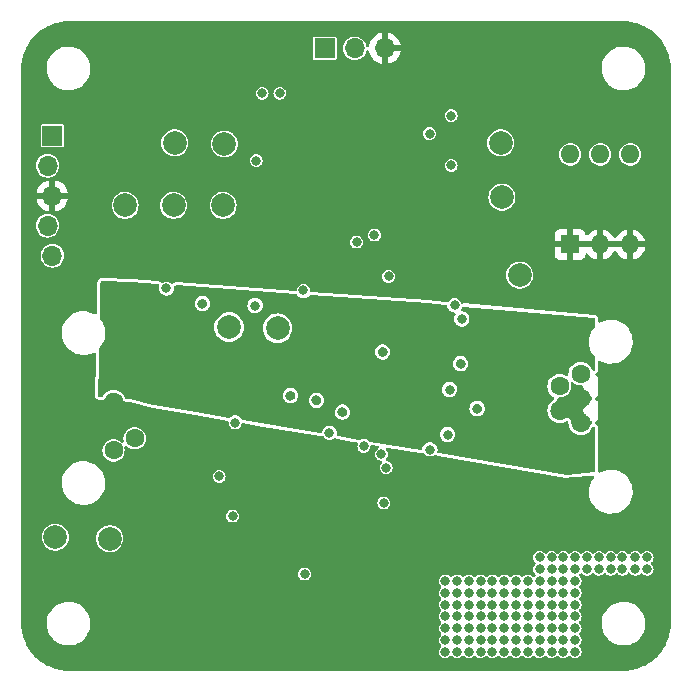
<source format=gbr>
%TF.GenerationSoftware,KiCad,Pcbnew,7.0.6*%
%TF.CreationDate,2023-09-15T11:23:22-07:00*%
%TF.ProjectId,dmxRx,646d7852-782e-46b6-9963-61645f706362,rev?*%
%TF.SameCoordinates,Original*%
%TF.FileFunction,Copper,L3,Inr*%
%TF.FilePolarity,Positive*%
%FSLAX46Y46*%
G04 Gerber Fmt 4.6, Leading zero omitted, Abs format (unit mm)*
G04 Created by KiCad (PCBNEW 7.0.6) date 2023-09-15 11:23:22*
%MOMM*%
%LPD*%
G01*
G04 APERTURE LIST*
%TA.AperFunction,ComponentPad*%
%ADD10R,1.700000X1.700000*%
%TD*%
%TA.AperFunction,ComponentPad*%
%ADD11O,1.700000X1.700000*%
%TD*%
%TA.AperFunction,ComponentPad*%
%ADD12C,2.000000*%
%TD*%
%TA.AperFunction,ComponentPad*%
%ADD13C,1.600000*%
%TD*%
%TA.AperFunction,ComponentPad*%
%ADD14R,1.600000X1.600000*%
%TD*%
%TA.AperFunction,ComponentPad*%
%ADD15O,1.600000X1.600000*%
%TD*%
%TA.AperFunction,ViaPad*%
%ADD16C,0.800000*%
%TD*%
%TA.AperFunction,ViaPad*%
%ADD17C,0.600000*%
%TD*%
G04 APERTURE END LIST*
D10*
%TO.N,MCLR*%
%TO.C,J1*%
X152633200Y-89700000D03*
D11*
%TO.N,+5V*%
X152226800Y-92240000D03*
%TO.N,GND*%
X152633200Y-94780000D03*
%TO.N,ICSPDAT*%
X152226800Y-97320000D03*
%TO.N,ICSPCLK*%
X152633200Y-99860000D03*
%TD*%
D12*
%TO.N,DOUT*%
%TO.C,TP5*%
X190700000Y-94900000D03*
%TD*%
D13*
%TO.N,+48V*%
%TO.C,CON2*%
X195600000Y-117040000D03*
X197380000Y-116020000D03*
X195600000Y-115000000D03*
%TO.N,GND*%
X197380000Y-113980000D03*
X195600000Y-112960000D03*
X197380000Y-111940000D03*
%TO.N,D-*%
X195600000Y-110920000D03*
%TO.N,D+*%
X197380000Y-109900000D03*
%TD*%
D12*
%TO.N,VDD*%
%TO.C,TP12*%
X192200000Y-101500000D03*
%TD*%
D14*
%TO.N,GND*%
%TO.C,SW1*%
X196475000Y-98900000D03*
D15*
X199015000Y-98900000D03*
X201555000Y-98900000D03*
%TO.N,Net-(U1A-RD3)*%
X201555000Y-91280000D03*
%TO.N,Net-(U1A-RD2)*%
X199015000Y-91280000D03*
%TO.N,Net-(U1A-RD1)*%
X196475000Y-91280000D03*
%TD*%
D12*
%TO.N,Net-(U1A-RB1)*%
%TO.C,TP2*%
X162900000Y-95600000D03*
%TD*%
D10*
%TO.N,+5V*%
%TO.C,J2*%
X175705000Y-82300000D03*
D11*
%TO.N,DOUT*%
X178245000Y-82300000D03*
%TO.N,GND*%
X180785000Y-82300000D03*
%TD*%
D12*
%TO.N,Net-(U1A-RB4)*%
%TO.C,TP4*%
X158800000Y-95600000D03*
%TD*%
%TO.N,GND*%
%TO.C,TP7*%
X167600000Y-105900000D03*
%TD*%
%TO.N,SW*%
%TO.C,TP11*%
X152900000Y-123700000D03*
%TD*%
%TO.N,Net-(U1A-RB3)*%
%TO.C,TP3*%
X167100000Y-95600000D03*
%TD*%
D13*
%TO.N,+48V*%
%TO.C,CON1*%
X159600000Y-109200000D03*
X157820000Y-110220000D03*
X159600000Y-111240000D03*
%TO.N,GND*%
X157820000Y-112260000D03*
X159600000Y-113280000D03*
X157820000Y-114300000D03*
%TO.N,D-*%
X159600000Y-115320000D03*
%TO.N,D+*%
X157820000Y-116340000D03*
%TD*%
D12*
%TO.N,DMX DATA IN*%
%TO.C,TP6*%
X190600000Y-90300000D03*
%TD*%
%TO.N,+5V*%
%TO.C,TP8*%
X171700000Y-106000000D03*
%TD*%
%TO.N,Net-(U1A-RC0)*%
%TO.C,TP10*%
X163000000Y-90300000D03*
%TD*%
%TO.N,VIN*%
%TO.C,TP9*%
X157500000Y-123800000D03*
%TD*%
%TO.N,Net-(U1A-RB0)*%
%TO.C,TP1*%
X167200000Y-90400000D03*
%TD*%
D16*
%TO.N,+5V*%
X194900000Y-128400000D03*
X198900000Y-125400000D03*
X190900000Y-127400000D03*
X186900000Y-130400000D03*
X196900000Y-131400000D03*
X198900000Y-126400000D03*
X185900000Y-129400000D03*
X193900000Y-133400000D03*
X185900000Y-131400000D03*
X189900000Y-130400000D03*
X191900000Y-127400000D03*
X196900000Y-129400000D03*
X203000000Y-125400000D03*
X195900000Y-127400000D03*
X190900000Y-131400000D03*
X189900000Y-132400000D03*
X196900000Y-133400000D03*
X186900000Y-129400000D03*
X185900000Y-130400000D03*
X187900000Y-133400000D03*
X195900000Y-131400000D03*
X202000000Y-125400000D03*
X193900000Y-132400000D03*
X190900000Y-128400000D03*
X187900000Y-132400000D03*
X196900000Y-127400000D03*
X185900000Y-127400000D03*
X192900000Y-132400000D03*
X194900000Y-130400000D03*
X199900000Y-126400000D03*
X196900000Y-126400000D03*
X194900000Y-131400000D03*
X193900000Y-127400000D03*
X195900000Y-126400000D03*
X202000000Y-126400000D03*
X185900000Y-132400000D03*
X169800000Y-104080500D03*
X188900000Y-131400000D03*
X186900000Y-132400000D03*
X191900000Y-132400000D03*
X186900000Y-133400000D03*
X189900000Y-127400000D03*
X191900000Y-130400000D03*
X186900000Y-127400000D03*
X190900000Y-130400000D03*
X190900000Y-133400000D03*
X191900000Y-129400000D03*
X192900000Y-133400000D03*
X187900000Y-128400000D03*
X188900000Y-133400000D03*
X169900000Y-91800000D03*
X192900000Y-128400000D03*
X195900000Y-128400000D03*
X185900000Y-133400000D03*
X190900000Y-132400000D03*
X188900000Y-127400000D03*
X194900000Y-126400000D03*
X195900000Y-130400000D03*
X192900000Y-129400000D03*
X188900000Y-129400000D03*
X187900000Y-131400000D03*
X187900000Y-130400000D03*
X194900000Y-133400000D03*
X189900000Y-128400000D03*
X181100000Y-101600000D03*
X170400000Y-86100000D03*
X189900000Y-133400000D03*
X191900000Y-128400000D03*
X193900000Y-131400000D03*
X188900000Y-128400000D03*
X195900000Y-133400000D03*
X190900000Y-129400000D03*
X187900000Y-127400000D03*
X191900000Y-131400000D03*
X186400000Y-92200000D03*
X195900000Y-129400000D03*
X188900000Y-132400000D03*
X189900000Y-129400000D03*
X194900000Y-125400000D03*
X196900000Y-132400000D03*
X192900000Y-130400000D03*
X200900000Y-125400000D03*
X199900000Y-125400000D03*
X203000000Y-126400000D03*
X200900000Y-126400000D03*
X187900000Y-129400000D03*
X189900000Y-131400000D03*
X194900000Y-127400000D03*
X196900000Y-128400000D03*
X188900000Y-130400000D03*
X196900000Y-125400000D03*
X186900000Y-128400000D03*
X194900000Y-129400000D03*
X197900000Y-126400000D03*
X193900000Y-125400000D03*
X195900000Y-125400000D03*
X195900000Y-132400000D03*
X191900000Y-133400000D03*
X193900000Y-129400000D03*
X192900000Y-127400000D03*
X192900000Y-131400000D03*
X196900000Y-130400000D03*
X185900000Y-128400000D03*
X193900000Y-130400000D03*
X193900000Y-128400000D03*
X186900000Y-131400000D03*
X193900000Y-126400000D03*
X162300000Y-102600000D03*
X194900000Y-132400000D03*
X197900000Y-125400000D03*
%TO.N,D+*%
X187300000Y-105200000D03*
%TO.N,D-*%
X186700000Y-104000000D03*
%TO.N,MCLR*%
X171900000Y-86100000D03*
X178400000Y-98700000D03*
%TO.N,DOUT*%
X179900000Y-98100000D03*
%TO.N,DMX DATA IN*%
X173900000Y-102800000D03*
X184575354Y-89525354D03*
%TO.N,VIN*%
X167900000Y-121900000D03*
%TO.N,SW*%
X174000000Y-126800000D03*
X180700000Y-120793099D03*
X166758899Y-118541101D03*
X184600000Y-116300000D03*
%TO.N,GND*%
X169100000Y-133500000D03*
X166100000Y-129400000D03*
X167100000Y-133500000D03*
X162100000Y-129400000D03*
X191400000Y-120100000D03*
X168100000Y-130400000D03*
X159100000Y-129400000D03*
X166100000Y-133500000D03*
X159100000Y-131400000D03*
X166100000Y-131400000D03*
X161100000Y-132400000D03*
X168100000Y-129400000D03*
X176300000Y-89800000D03*
X159100000Y-130400000D03*
X160100000Y-129400000D03*
X188000000Y-120400000D03*
X178300000Y-92800000D03*
X176300000Y-93900000D03*
X164100000Y-132400000D03*
D17*
X175200000Y-119100000D03*
D16*
X177300000Y-92800000D03*
X179300000Y-93900000D03*
X158100000Y-132400000D03*
X161100000Y-133500000D03*
X167100000Y-132400000D03*
D17*
X178000000Y-119100000D03*
D16*
X165100000Y-129400000D03*
X181030127Y-118930127D03*
X171100000Y-133500000D03*
X161100000Y-130400000D03*
X166100000Y-130400000D03*
D17*
X178000000Y-119800000D03*
D16*
X189000000Y-122400000D03*
X170100000Y-129400000D03*
X190500000Y-119200000D03*
X189000000Y-119400000D03*
X167100000Y-129400000D03*
X188600000Y-112800000D03*
D17*
X175900000Y-119800000D03*
D16*
X158100000Y-131400000D03*
X172800000Y-111700000D03*
X177300000Y-89800000D03*
X160100000Y-133500000D03*
X186000000Y-121400000D03*
X161100000Y-127400000D03*
X160100000Y-127400000D03*
X162100000Y-133500000D03*
X160100000Y-130400000D03*
D17*
X174500000Y-118400000D03*
D16*
X164100000Y-131400000D03*
X189000000Y-118400000D03*
X190500000Y-121000000D03*
X176300000Y-92800000D03*
X187200000Y-109000000D03*
X167100000Y-130400000D03*
X179300000Y-91800000D03*
X180300000Y-90800000D03*
X180300000Y-89800000D03*
X160100000Y-131400000D03*
X188000000Y-121400000D03*
D17*
X178000000Y-118400000D03*
D16*
X171100000Y-130400000D03*
X191000000Y-122400000D03*
X177200000Y-113100000D03*
D17*
X175900000Y-118400000D03*
D16*
X165100000Y-132400000D03*
D17*
X178900000Y-122800000D03*
D16*
X164100000Y-133500000D03*
D17*
X176600000Y-119100000D03*
D16*
X180600000Y-108000000D03*
X159100000Y-133500000D03*
X159100000Y-127400000D03*
D17*
X177300000Y-119100000D03*
D16*
X190000000Y-122400000D03*
X162100000Y-131400000D03*
D17*
X174500000Y-119100000D03*
D16*
X180300000Y-92800000D03*
X179300000Y-90800000D03*
X170100000Y-130400000D03*
X165100000Y-130400000D03*
X189000000Y-121400000D03*
D17*
X178900000Y-121600000D03*
D16*
X192000000Y-122400000D03*
X163100000Y-129400000D03*
X167100000Y-131400000D03*
X163100000Y-133500000D03*
X163100000Y-131400000D03*
X191400000Y-121000000D03*
X187000000Y-121400000D03*
D17*
X174500000Y-119800000D03*
D16*
X186000000Y-118400000D03*
X165340000Y-103910000D03*
X180300000Y-91800000D03*
X162100000Y-132400000D03*
X175000000Y-112100000D03*
X192300000Y-121000000D03*
X177300000Y-90800000D03*
X158100000Y-129400000D03*
D17*
X176600000Y-118400000D03*
D16*
X161100000Y-128400000D03*
X171100000Y-129400000D03*
X176300000Y-91800000D03*
D17*
X175900000Y-119100000D03*
D16*
X172100000Y-130400000D03*
X165100000Y-133500000D03*
X158100000Y-127400000D03*
X165100000Y-131400000D03*
X172000000Y-118700000D03*
D17*
X177300000Y-119800000D03*
D16*
X178300000Y-91800000D03*
X160100000Y-132400000D03*
X168100000Y-133500000D03*
X179300000Y-89800000D03*
X188000000Y-118400000D03*
X178300000Y-89800000D03*
X158100000Y-130400000D03*
D17*
X177300000Y-118400000D03*
D16*
X166100000Y-132400000D03*
X169100000Y-129400000D03*
X164100000Y-130400000D03*
X176266759Y-116148648D03*
X172100000Y-133500000D03*
D17*
X178900000Y-122200000D03*
D16*
X160100000Y-128400000D03*
X169100000Y-130400000D03*
X176300000Y-90800000D03*
X190500000Y-120100000D03*
X178300000Y-90800000D03*
X187000000Y-120400000D03*
X162100000Y-130400000D03*
X161100000Y-131400000D03*
X159100000Y-132400000D03*
X159100000Y-128400000D03*
X188000000Y-119400000D03*
X189000000Y-120400000D03*
X163100000Y-130400000D03*
X186000000Y-120400000D03*
X186000000Y-119400000D03*
X164100000Y-129400000D03*
X177300000Y-93900000D03*
X163100000Y-132400000D03*
X178300000Y-93900000D03*
X187000000Y-118400000D03*
X187000000Y-119400000D03*
X180300000Y-93900000D03*
D17*
X176600000Y-119800000D03*
X175200000Y-118400000D03*
D16*
X179300000Y-92800000D03*
X177300000Y-91800000D03*
X170100000Y-133500000D03*
X158100000Y-128400000D03*
X172100000Y-129400000D03*
D17*
X175200000Y-119800000D03*
D16*
X158100000Y-133500000D03*
X161100000Y-129400000D03*
%TO.N,VDD*%
X176100000Y-114900000D03*
X179000000Y-116000000D03*
X168119873Y-114019873D03*
%TO.N,Net-(U1A-RC0)*%
X186400000Y-88000000D03*
%TO.N,Net-(U2A-FREQ)*%
X186264500Y-111188502D03*
X180500000Y-116664500D03*
%TO.N,Net-(U2A-EN)*%
X180900000Y-117800000D03*
X186100000Y-115000000D03*
%TD*%
%TA.AperFunction,Conductor*%
%TO.N,GND*%
G36*
X196684722Y-110550858D02*
G01*
X196728602Y-110582105D01*
X196747216Y-110602778D01*
X196907159Y-110718984D01*
X197087768Y-110799396D01*
X197281149Y-110840500D01*
X197281150Y-110840500D01*
X197466160Y-110840500D01*
X197533199Y-110860185D01*
X197578954Y-110912989D01*
X197590116Y-110961179D01*
X197590319Y-110968788D01*
X197590320Y-110968797D01*
X197604616Y-111031800D01*
X197605780Y-111036930D01*
X197619779Y-111080277D01*
X197675903Y-111162669D01*
X197725748Y-111211631D01*
X197784351Y-111254690D01*
X197813046Y-111270028D01*
X197833254Y-111283529D01*
X197933177Y-111365533D01*
X197935430Y-111367382D01*
X197952620Y-111384572D01*
X198036468Y-111486743D01*
X198049972Y-111506953D01*
X198138426Y-111672437D01*
X198139970Y-111675528D01*
X198143017Y-111682084D01*
X198144795Y-111684824D01*
X198147462Y-111689342D01*
X198147725Y-111689834D01*
X198150217Y-111693177D01*
X198179945Y-111738984D01*
X198180476Y-111739803D01*
X198207795Y-111774810D01*
X198207800Y-111774815D01*
X198293600Y-111836686D01*
X198292804Y-111837789D01*
X198336105Y-111883473D01*
X198349124Y-111952119D01*
X198322963Y-112016906D01*
X198286118Y-112048262D01*
X198251798Y-112067401D01*
X198251797Y-112067402D01*
X198181935Y-112138523D01*
X198149990Y-112187269D01*
X198148676Y-112188386D01*
X198147410Y-112190756D01*
X198144595Y-112195500D01*
X198143650Y-112196942D01*
X198143634Y-112196970D01*
X198141172Y-112202236D01*
X198139688Y-112205202D01*
X198049974Y-112373042D01*
X198036469Y-112393253D01*
X197952616Y-112495428D01*
X197935428Y-112512616D01*
X197833253Y-112596469D01*
X197813045Y-112609972D01*
X197784352Y-112625309D01*
X197784337Y-112625319D01*
X197737480Y-112657544D01*
X197696000Y-112693486D01*
X197696001Y-112693486D01*
X197674770Y-112714154D01*
X197623142Y-112799425D01*
X197599313Y-112865094D01*
X197599312Y-112865100D01*
X197599309Y-112865109D01*
X197595293Y-112880278D01*
X197587652Y-112909134D01*
X197590319Y-113008788D01*
X197590320Y-113008797D01*
X197602814Y-113063857D01*
X197605780Y-113076930D01*
X197619779Y-113120277D01*
X197675903Y-113202669D01*
X197725748Y-113251631D01*
X197784351Y-113294690D01*
X197813046Y-113310028D01*
X197833254Y-113323529D01*
X197935430Y-113407382D01*
X197952619Y-113424571D01*
X197985836Y-113465046D01*
X198036468Y-113526743D01*
X198049972Y-113546953D01*
X198138426Y-113712437D01*
X198139970Y-113715528D01*
X198143017Y-113722084D01*
X198144795Y-113724824D01*
X198147462Y-113729342D01*
X198147725Y-113729834D01*
X198150217Y-113733177D01*
X198156914Y-113743496D01*
X198180476Y-113779803D01*
X198207795Y-113814810D01*
X198207800Y-113814815D01*
X198293600Y-113876686D01*
X198292804Y-113877789D01*
X198336105Y-113923473D01*
X198349124Y-113992119D01*
X198322963Y-114056906D01*
X198286118Y-114088262D01*
X198251798Y-114107401D01*
X198251797Y-114107402D01*
X198181935Y-114178523D01*
X198149990Y-114227269D01*
X198148676Y-114228386D01*
X198147410Y-114230756D01*
X198144595Y-114235500D01*
X198143650Y-114236942D01*
X198143634Y-114236970D01*
X198141172Y-114242236D01*
X198139688Y-114245202D01*
X198049974Y-114413042D01*
X198036469Y-114433253D01*
X197952616Y-114535428D01*
X197935428Y-114552616D01*
X197833253Y-114636469D01*
X197813042Y-114649974D01*
X197696476Y-114712281D01*
X197674017Y-114721584D01*
X197547536Y-114759951D01*
X197523694Y-114764693D01*
X197392152Y-114777648D01*
X197367846Y-114777648D01*
X197236303Y-114764693D01*
X197212461Y-114759951D01*
X197085982Y-114721584D01*
X197063523Y-114712281D01*
X196946953Y-114649972D01*
X196926743Y-114636468D01*
X196824570Y-114552618D01*
X196807380Y-114535428D01*
X196723533Y-114433259D01*
X196710029Y-114413049D01*
X196710025Y-114413042D01*
X196647714Y-114296469D01*
X196638414Y-114274017D01*
X196600045Y-114147530D01*
X196595306Y-114123700D01*
X196582159Y-113990210D01*
X196582418Y-113988844D01*
X196580602Y-113974401D01*
X196578711Y-113955200D01*
X196578687Y-113954955D01*
X196578686Y-113954955D01*
X196575306Y-113920637D01*
X196571931Y-113905446D01*
X196570804Y-113896478D01*
X196565418Y-113867380D01*
X196523197Y-113777071D01*
X196481827Y-113720766D01*
X196451690Y-113686607D01*
X196450758Y-113686020D01*
X196367349Y-113633464D01*
X196367345Y-113633462D01*
X196322991Y-113616468D01*
X196302101Y-113608464D01*
X196302097Y-113608463D01*
X196302095Y-113608462D01*
X196279725Y-113602110D01*
X196258293Y-113596025D01*
X196258292Y-113596025D01*
X196158611Y-113596913D01*
X196158608Y-113596913D01*
X196158606Y-113596914D01*
X196132281Y-113602394D01*
X196090198Y-113611156D01*
X196021842Y-113635960D01*
X196021833Y-113635964D01*
X195916471Y-113692282D01*
X195894013Y-113701585D01*
X195767536Y-113739951D01*
X195743694Y-113744693D01*
X195612151Y-113757648D01*
X195587845Y-113757648D01*
X195456303Y-113744693D01*
X195432461Y-113739951D01*
X195305982Y-113701584D01*
X195283523Y-113692281D01*
X195166953Y-113629972D01*
X195146743Y-113616468D01*
X195044569Y-113532618D01*
X195027379Y-113515428D01*
X194994732Y-113475647D01*
X194943529Y-113413254D01*
X194930026Y-113393045D01*
X194914425Y-113363858D01*
X194867715Y-113276472D01*
X194858414Y-113254016D01*
X194844850Y-113209301D01*
X194820044Y-113127528D01*
X194815305Y-113103701D01*
X194802349Y-112972142D01*
X194802349Y-112947855D01*
X194815305Y-112816299D01*
X194820044Y-112792472D01*
X194858421Y-112665963D01*
X194867711Y-112643534D01*
X194930026Y-112526952D01*
X194943527Y-112506748D01*
X194952817Y-112495428D01*
X195027388Y-112404561D01*
X195044567Y-112387382D01*
X195146741Y-112303531D01*
X195166953Y-112290027D01*
X195179303Y-112283425D01*
X195195654Y-112274686D01*
X195242523Y-112242453D01*
X195283995Y-112206518D01*
X195283997Y-112206516D01*
X195283998Y-112206516D01*
X195297371Y-112193495D01*
X195305224Y-112185850D01*
X195356857Y-112100572D01*
X195380689Y-112034893D01*
X195380804Y-112034461D01*
X195390578Y-111997545D01*
X195392347Y-111990864D01*
X195392265Y-111987818D01*
X195393045Y-111984873D01*
X195393374Y-111982052D01*
X195393779Y-111982099D01*
X195410148Y-111920277D01*
X195461708Y-111873125D01*
X195516221Y-111860500D01*
X195698849Y-111860500D01*
X195698851Y-111860500D01*
X195892232Y-111819396D01*
X196072841Y-111738984D01*
X196232784Y-111622778D01*
X196365072Y-111475857D01*
X196463923Y-111304643D01*
X196525016Y-111116618D01*
X196545681Y-110920000D01*
X196525016Y-110723382D01*
X196518521Y-110703395D01*
X196516527Y-110633556D01*
X196552607Y-110573723D01*
X196615308Y-110542894D01*
X196684722Y-110550858D01*
G37*
%TD.AperFunction*%
%TA.AperFunction,Conductor*%
G36*
X177262584Y-112708603D02*
G01*
X177326473Y-112724349D01*
X177354426Y-112734950D01*
X177412698Y-112765534D01*
X177437300Y-112782516D01*
X177457034Y-112799999D01*
X177470068Y-112811545D01*
X177486565Y-112826160D01*
X177506386Y-112848533D01*
X177543769Y-112902692D01*
X177557660Y-112929159D01*
X177580999Y-112990695D01*
X177588154Y-113019722D01*
X177596086Y-113085052D01*
X177596086Y-113114945D01*
X177588153Y-113180278D01*
X177580999Y-113209301D01*
X177557663Y-113270834D01*
X177543771Y-113297304D01*
X177506385Y-113351467D01*
X177486561Y-113373843D01*
X177437303Y-113417481D01*
X177412704Y-113434461D01*
X177354431Y-113465046D01*
X177326480Y-113475647D01*
X177294530Y-113483521D01*
X177262579Y-113491397D01*
X177232905Y-113495000D01*
X177167095Y-113495000D01*
X177137420Y-113491397D01*
X177073520Y-113475647D01*
X177045568Y-113465046D01*
X176987295Y-113434461D01*
X176962699Y-113417484D01*
X176913432Y-113373838D01*
X176893613Y-113351466D01*
X176865008Y-113310025D01*
X176856225Y-113297300D01*
X176842334Y-113270832D01*
X176818998Y-113209299D01*
X176811844Y-113180276D01*
X176811282Y-113175647D01*
X176803911Y-113114938D01*
X176803911Y-113085059D01*
X176811844Y-113019715D01*
X176818996Y-112990701D01*
X176842336Y-112929160D01*
X176856226Y-112902696D01*
X176893615Y-112848528D01*
X176913434Y-112826159D01*
X176924561Y-112816302D01*
X176959834Y-112785052D01*
X176962700Y-112782513D01*
X176987292Y-112765536D01*
X177045577Y-112734946D01*
X177073514Y-112724351D01*
X177137420Y-112708601D01*
X177167088Y-112705000D01*
X177232911Y-112705000D01*
X177262584Y-112708603D01*
G37*
%TD.AperFunction*%
%TA.AperFunction,Conductor*%
G36*
X188662584Y-112408603D02*
G01*
X188726473Y-112424349D01*
X188754428Y-112434951D01*
X188812702Y-112465537D01*
X188837298Y-112482513D01*
X188886565Y-112526159D01*
X188906385Y-112548532D01*
X188943770Y-112602693D01*
X188957662Y-112629163D01*
X188980999Y-112690699D01*
X188988153Y-112719722D01*
X188996086Y-112785052D01*
X188996086Y-112814946D01*
X188988153Y-112880278D01*
X188980999Y-112909301D01*
X188957663Y-112970834D01*
X188943771Y-112997304D01*
X188906385Y-113051467D01*
X188886561Y-113073843D01*
X188837303Y-113117481D01*
X188812704Y-113134461D01*
X188754431Y-113165046D01*
X188726480Y-113175647D01*
X188707700Y-113180276D01*
X188662579Y-113191397D01*
X188632905Y-113195000D01*
X188567095Y-113195000D01*
X188537420Y-113191397D01*
X188473520Y-113175647D01*
X188445568Y-113165046D01*
X188387295Y-113134461D01*
X188362699Y-113117484D01*
X188313432Y-113073838D01*
X188293613Y-113051466D01*
X188271702Y-113019722D01*
X188256225Y-112997300D01*
X188242334Y-112970832D01*
X188218998Y-112909299D01*
X188211844Y-112880276D01*
X188203911Y-112814938D01*
X188203911Y-112785059D01*
X188211844Y-112719715D01*
X188218998Y-112690699D01*
X188242336Y-112629160D01*
X188256226Y-112602696D01*
X188293615Y-112548528D01*
X188313434Y-112526159D01*
X188335345Y-112506748D01*
X188362699Y-112482513D01*
X188387292Y-112465536D01*
X188445577Y-112434946D01*
X188473514Y-112424351D01*
X188537420Y-112408601D01*
X188567088Y-112405000D01*
X188632911Y-112405000D01*
X188662584Y-112408603D01*
G37*
%TD.AperFunction*%
%TA.AperFunction,Conductor*%
G36*
X175062584Y-111708603D02*
G01*
X175126473Y-111724349D01*
X175154428Y-111734951D01*
X175212702Y-111765537D01*
X175237298Y-111782513D01*
X175286565Y-111826159D01*
X175306385Y-111848532D01*
X175343770Y-111902693D01*
X175357662Y-111929163D01*
X175380999Y-111990699D01*
X175388153Y-112019722D01*
X175396086Y-112085052D01*
X175396086Y-112114946D01*
X175388153Y-112180278D01*
X175380999Y-112209301D01*
X175357663Y-112270834D01*
X175343771Y-112297304D01*
X175306385Y-112351467D01*
X175286561Y-112373843D01*
X175237303Y-112417481D01*
X175212704Y-112434461D01*
X175154431Y-112465046D01*
X175126480Y-112475647D01*
X175098624Y-112482513D01*
X175062579Y-112491397D01*
X175032905Y-112495000D01*
X174967095Y-112495000D01*
X174937420Y-112491397D01*
X174873520Y-112475647D01*
X174845568Y-112465046D01*
X174787295Y-112434461D01*
X174762699Y-112417484D01*
X174713432Y-112373838D01*
X174693613Y-112351466D01*
X174656225Y-112297300D01*
X174642334Y-112270832D01*
X174618998Y-112209299D01*
X174611844Y-112180276D01*
X174607062Y-112140893D01*
X174603911Y-112114938D01*
X174603911Y-112085059D01*
X174611844Y-112019715D01*
X174618998Y-111990699D01*
X174642336Y-111929160D01*
X174656226Y-111902696D01*
X174693615Y-111848528D01*
X174713434Y-111826159D01*
X174724693Y-111816185D01*
X174762699Y-111782513D01*
X174787292Y-111765536D01*
X174845577Y-111734946D01*
X174873514Y-111724351D01*
X174937420Y-111708601D01*
X174967088Y-111705000D01*
X175032911Y-111705000D01*
X175062584Y-111708603D01*
G37*
%TD.AperFunction*%
%TA.AperFunction,Conductor*%
G36*
X172862584Y-111308603D02*
G01*
X172926473Y-111324349D01*
X172954423Y-111334948D01*
X173012705Y-111365537D01*
X173037296Y-111382511D01*
X173086566Y-111426160D01*
X173106385Y-111448532D01*
X173143769Y-111502691D01*
X173157659Y-111529155D01*
X173176554Y-111578976D01*
X173181000Y-111590699D01*
X173188153Y-111619722D01*
X173196086Y-111685052D01*
X173196086Y-111714946D01*
X173188153Y-111780278D01*
X173180999Y-111809301D01*
X173157663Y-111870834D01*
X173143771Y-111897304D01*
X173106385Y-111951467D01*
X173086561Y-111973843D01*
X173037303Y-112017481D01*
X173012704Y-112034461D01*
X172954431Y-112065046D01*
X172926480Y-112075647D01*
X172894530Y-112083521D01*
X172862579Y-112091397D01*
X172832905Y-112095000D01*
X172767095Y-112095000D01*
X172737420Y-112091397D01*
X172673520Y-112075647D01*
X172645568Y-112065046D01*
X172587295Y-112034461D01*
X172562699Y-112017484D01*
X172513432Y-111973838D01*
X172493613Y-111951466D01*
X172481960Y-111934584D01*
X172456225Y-111897300D01*
X172442334Y-111870832D01*
X172418998Y-111809299D01*
X172411844Y-111780276D01*
X172411181Y-111774813D01*
X172403911Y-111714938D01*
X172403911Y-111685059D01*
X172411844Y-111619715D01*
X172418998Y-111590699D01*
X172442336Y-111529160D01*
X172456226Y-111502696D01*
X172493615Y-111448528D01*
X172513434Y-111426159D01*
X172513437Y-111426157D01*
X172562699Y-111382513D01*
X172587292Y-111365536D01*
X172645577Y-111334946D01*
X172673514Y-111324351D01*
X172737420Y-111308601D01*
X172767088Y-111305000D01*
X172832911Y-111305000D01*
X172862584Y-111308603D01*
G37*
%TD.AperFunction*%
%TA.AperFunction,Conductor*%
G36*
X187262584Y-108608603D02*
G01*
X187326473Y-108624349D01*
X187354428Y-108634951D01*
X187412702Y-108665537D01*
X187437298Y-108682513D01*
X187486565Y-108726159D01*
X187506385Y-108748532D01*
X187543770Y-108802693D01*
X187557662Y-108829163D01*
X187580999Y-108890699D01*
X187588153Y-108919722D01*
X187596086Y-108985052D01*
X187596086Y-109014946D01*
X187588153Y-109080278D01*
X187580999Y-109109301D01*
X187557663Y-109170834D01*
X187543771Y-109197304D01*
X187506385Y-109251467D01*
X187486561Y-109273843D01*
X187437303Y-109317481D01*
X187412704Y-109334461D01*
X187354431Y-109365046D01*
X187326480Y-109375647D01*
X187294530Y-109383521D01*
X187262579Y-109391397D01*
X187232905Y-109395000D01*
X187167095Y-109395000D01*
X187137420Y-109391397D01*
X187073520Y-109375647D01*
X187045568Y-109365046D01*
X186987295Y-109334461D01*
X186962699Y-109317484D01*
X186913432Y-109273838D01*
X186893613Y-109251466D01*
X186856225Y-109197300D01*
X186842334Y-109170832D01*
X186818998Y-109109299D01*
X186811844Y-109080276D01*
X186803911Y-109014938D01*
X186803911Y-108985059D01*
X186811844Y-108919715D01*
X186818998Y-108890699D01*
X186842336Y-108829160D01*
X186856226Y-108802696D01*
X186893615Y-108748528D01*
X186913434Y-108726159D01*
X186962700Y-108682513D01*
X186987292Y-108665536D01*
X187045577Y-108634946D01*
X187073514Y-108624351D01*
X187137420Y-108608601D01*
X187167088Y-108605000D01*
X187232911Y-108605000D01*
X187262584Y-108608603D01*
G37*
%TD.AperFunction*%
%TA.AperFunction,Conductor*%
G36*
X180662584Y-107608603D02*
G01*
X180726473Y-107624349D01*
X180754428Y-107634951D01*
X180812702Y-107665537D01*
X180837298Y-107682513D01*
X180886564Y-107726159D01*
X180906384Y-107748531D01*
X180943772Y-107802697D01*
X180957664Y-107829166D01*
X180980999Y-107890696D01*
X180988153Y-107919720D01*
X180996086Y-107985052D01*
X180996086Y-108014946D01*
X180988153Y-108080278D01*
X180980999Y-108109301D01*
X180957663Y-108170834D01*
X180943771Y-108197304D01*
X180906385Y-108251467D01*
X180886561Y-108273843D01*
X180837303Y-108317481D01*
X180812704Y-108334461D01*
X180754431Y-108365046D01*
X180726480Y-108375647D01*
X180694530Y-108383521D01*
X180662579Y-108391397D01*
X180632905Y-108395000D01*
X180567095Y-108395000D01*
X180537420Y-108391397D01*
X180473520Y-108375647D01*
X180445568Y-108365046D01*
X180387295Y-108334461D01*
X180362699Y-108317484D01*
X180313432Y-108273838D01*
X180293613Y-108251466D01*
X180269172Y-108216057D01*
X180256225Y-108197300D01*
X180242334Y-108170832D01*
X180218998Y-108109299D01*
X180211844Y-108080276D01*
X180208857Y-108055675D01*
X180203911Y-108014938D01*
X180203911Y-107985059D01*
X180211844Y-107919715D01*
X180218996Y-107890701D01*
X180242336Y-107829160D01*
X180256226Y-107802696D01*
X180293615Y-107748528D01*
X180313434Y-107726159D01*
X180362700Y-107682513D01*
X180387292Y-107665536D01*
X180445577Y-107634946D01*
X180473514Y-107624351D01*
X180537420Y-107608601D01*
X180567088Y-107605000D01*
X180632911Y-107605000D01*
X180662584Y-107608603D01*
G37*
%TD.AperFunction*%
%TA.AperFunction,Conductor*%
G36*
X165402584Y-103518603D02*
G01*
X165466473Y-103534349D01*
X165494428Y-103544951D01*
X165552702Y-103575537D01*
X165577298Y-103592513D01*
X165626564Y-103636159D01*
X165646384Y-103658531D01*
X165683772Y-103712697D01*
X165697664Y-103739166D01*
X165720999Y-103800696D01*
X165728153Y-103829720D01*
X165736086Y-103895052D01*
X165736086Y-103924946D01*
X165728153Y-103990278D01*
X165721000Y-104019300D01*
X165697746Y-104080618D01*
X165697570Y-104081079D01*
X165683772Y-104107302D01*
X165646388Y-104161464D01*
X165626566Y-104183839D01*
X165577304Y-104227481D01*
X165577303Y-104227482D01*
X165552704Y-104244461D01*
X165494431Y-104275046D01*
X165466480Y-104285647D01*
X165434530Y-104293521D01*
X165402579Y-104301397D01*
X165372905Y-104305000D01*
X165307095Y-104305000D01*
X165277420Y-104301397D01*
X165213520Y-104285647D01*
X165185568Y-104275046D01*
X165127295Y-104244461D01*
X165102699Y-104227484D01*
X165053432Y-104183838D01*
X165033613Y-104161466D01*
X164996226Y-104107302D01*
X164982334Y-104080832D01*
X164958998Y-104019299D01*
X164951844Y-103990276D01*
X164947023Y-103950572D01*
X164943911Y-103924938D01*
X164943911Y-103895059D01*
X164951844Y-103829715D01*
X164958996Y-103800701D01*
X164982336Y-103739160D01*
X164996226Y-103712696D01*
X165033615Y-103658528D01*
X165053434Y-103636159D01*
X165077870Y-103614511D01*
X165102699Y-103592513D01*
X165127292Y-103575536D01*
X165185577Y-103544946D01*
X165213514Y-103534351D01*
X165277420Y-103518601D01*
X165307088Y-103515000D01*
X165372911Y-103515000D01*
X165402584Y-103518603D01*
G37*
%TD.AperFunction*%
%TA.AperFunction,Conductor*%
G36*
X198687359Y-98661955D02*
G01*
X198629835Y-98774852D01*
X198610014Y-98900000D01*
X198629835Y-99025148D01*
X198687359Y-99138045D01*
X198699314Y-99150000D01*
X196790686Y-99150000D01*
X196802641Y-99138045D01*
X196860165Y-99025148D01*
X196879986Y-98900000D01*
X196860165Y-98774852D01*
X196802641Y-98661955D01*
X196790686Y-98650000D01*
X198699314Y-98650000D01*
X198687359Y-98661955D01*
G37*
%TD.AperFunction*%
%TA.AperFunction,Conductor*%
G36*
X201227359Y-98661955D02*
G01*
X201169835Y-98774852D01*
X201150014Y-98900000D01*
X201169835Y-99025148D01*
X201227359Y-99138045D01*
X201239314Y-99150000D01*
X199330686Y-99150000D01*
X199342641Y-99138045D01*
X199400165Y-99025148D01*
X199419986Y-98900000D01*
X199400165Y-98774852D01*
X199342641Y-98661955D01*
X199330686Y-98650000D01*
X201239314Y-98650000D01*
X201227359Y-98661955D01*
G37*
%TD.AperFunction*%
%TA.AperFunction,Conductor*%
G36*
X201001423Y-80000566D02*
G01*
X201040986Y-80002394D01*
X201172950Y-80008495D01*
X201372549Y-80018302D01*
X201378048Y-80018819D01*
X201563357Y-80044668D01*
X201749828Y-80072329D01*
X201754871Y-80073294D01*
X201939341Y-80116681D01*
X202120221Y-80161989D01*
X202124797Y-80163327D01*
X202305568Y-80223916D01*
X202480339Y-80286450D01*
X202484471Y-80288100D01*
X202542986Y-80313936D01*
X202659474Y-80365370D01*
X202826973Y-80444592D01*
X202830601Y-80446457D01*
X202998128Y-80539770D01*
X202998142Y-80539778D01*
X203156964Y-80634972D01*
X203160119Y-80636996D01*
X203318603Y-80745559D01*
X203467377Y-80855897D01*
X203470001Y-80857957D01*
X203618027Y-80980876D01*
X203755321Y-81105314D01*
X203757514Y-81107402D01*
X203892596Y-81242484D01*
X203894687Y-81244680D01*
X204019129Y-81381980D01*
X204142034Y-81529989D01*
X204144109Y-81532632D01*
X204254443Y-81681400D01*
X204363002Y-81839879D01*
X204365032Y-81843044D01*
X204460221Y-82001857D01*
X204553527Y-82169371D01*
X204555410Y-82173034D01*
X204634638Y-82340547D01*
X204711899Y-82515527D01*
X204713558Y-82519685D01*
X204776093Y-82694459D01*
X204836662Y-82875173D01*
X204838018Y-82879812D01*
X204883317Y-83060654D01*
X204926696Y-83245090D01*
X204927672Y-83250189D01*
X204955337Y-83436689D01*
X204981177Y-83621933D01*
X204981697Y-83627459D01*
X204991512Y-83827238D01*
X204999434Y-83998575D01*
X204999500Y-84001439D01*
X204999500Y-130998560D01*
X204999434Y-131001424D01*
X204991512Y-131172761D01*
X204981697Y-131372539D01*
X204981177Y-131378065D01*
X204955337Y-131563310D01*
X204927672Y-131749809D01*
X204926696Y-131754908D01*
X204883317Y-131939345D01*
X204838018Y-132120186D01*
X204836662Y-132124825D01*
X204776093Y-132305540D01*
X204713557Y-132480314D01*
X204711899Y-132484470D01*
X204634638Y-132659452D01*
X204555410Y-132826964D01*
X204553527Y-132830627D01*
X204460221Y-132998142D01*
X204365032Y-133156954D01*
X204363002Y-133160118D01*
X204254437Y-133318608D01*
X204144121Y-133467350D01*
X204142021Y-133470025D01*
X204019132Y-133618016D01*
X203894695Y-133755310D01*
X203892596Y-133757514D01*
X203757514Y-133892596D01*
X203755310Y-133894695D01*
X203618016Y-134019132D01*
X203470025Y-134142021D01*
X203467350Y-134144121D01*
X203318608Y-134254437D01*
X203160118Y-134363002D01*
X203156954Y-134365032D01*
X202998142Y-134460221D01*
X202830627Y-134553527D01*
X202826964Y-134555410D01*
X202659452Y-134634638D01*
X202484470Y-134711899D01*
X202480314Y-134713557D01*
X202305540Y-134776093D01*
X202124825Y-134836662D01*
X202120186Y-134838018D01*
X201939345Y-134883317D01*
X201754908Y-134926696D01*
X201749809Y-134927672D01*
X201563310Y-134955337D01*
X201378065Y-134981177D01*
X201372539Y-134981697D01*
X201172761Y-134991512D01*
X201001424Y-134999434D01*
X200998560Y-134999500D01*
X154001440Y-134999500D01*
X153998576Y-134999434D01*
X153827238Y-134991512D01*
X153627459Y-134981697D01*
X153621933Y-134981177D01*
X153436689Y-134955337D01*
X153250189Y-134927672D01*
X153245090Y-134926696D01*
X153060654Y-134883317D01*
X152879812Y-134838018D01*
X152875173Y-134836662D01*
X152694459Y-134776093D01*
X152519685Y-134713558D01*
X152515527Y-134711899D01*
X152340547Y-134634638D01*
X152173034Y-134555410D01*
X152169371Y-134553527D01*
X152001857Y-134460221D01*
X151843044Y-134365032D01*
X151839879Y-134363002D01*
X151730371Y-134287989D01*
X151681392Y-134254437D01*
X151532632Y-134144109D01*
X151529989Y-134142034D01*
X151381980Y-134019129D01*
X151300372Y-133945164D01*
X151244680Y-133894687D01*
X151242484Y-133892596D01*
X151107402Y-133757514D01*
X151105314Y-133755321D01*
X150980867Y-133618016D01*
X150857957Y-133470001D01*
X150855897Y-133467377D01*
X150805927Y-133400000D01*
X185354836Y-133400000D01*
X185373411Y-133541097D01*
X185373413Y-133541102D01*
X185427871Y-133672577D01*
X185427871Y-133672578D01*
X185427873Y-133672581D01*
X185427874Y-133672582D01*
X185514511Y-133785489D01*
X185627418Y-133872126D01*
X185627421Y-133872127D01*
X185627422Y-133872128D01*
X185676837Y-133892596D01*
X185758901Y-133926588D01*
X185829450Y-133935876D01*
X185899999Y-133945164D01*
X185900000Y-133945164D01*
X185900001Y-133945164D01*
X185947032Y-133938972D01*
X186041099Y-133926588D01*
X186172577Y-133872128D01*
X186172578Y-133872128D01*
X186172578Y-133872127D01*
X186172582Y-133872126D01*
X186285489Y-133785489D01*
X186301624Y-133764460D01*
X186358052Y-133723258D01*
X186427798Y-133719103D01*
X186488718Y-133753315D01*
X186498372Y-133764456D01*
X186514511Y-133785489D01*
X186627418Y-133872126D01*
X186627421Y-133872127D01*
X186627422Y-133872128D01*
X186676837Y-133892596D01*
X186758901Y-133926588D01*
X186829450Y-133935876D01*
X186899999Y-133945164D01*
X186900000Y-133945164D01*
X186900001Y-133945164D01*
X186947032Y-133938972D01*
X187041099Y-133926588D01*
X187172577Y-133872128D01*
X187172578Y-133872128D01*
X187172578Y-133872127D01*
X187172582Y-133872126D01*
X187285489Y-133785489D01*
X187301624Y-133764460D01*
X187358052Y-133723258D01*
X187427798Y-133719103D01*
X187488718Y-133753315D01*
X187498372Y-133764456D01*
X187514511Y-133785489D01*
X187627418Y-133872126D01*
X187627421Y-133872127D01*
X187627422Y-133872128D01*
X187676837Y-133892596D01*
X187758901Y-133926588D01*
X187829450Y-133935876D01*
X187899999Y-133945164D01*
X187900000Y-133945164D01*
X187900001Y-133945164D01*
X187947032Y-133938972D01*
X188041099Y-133926588D01*
X188172577Y-133872128D01*
X188172578Y-133872128D01*
X188172578Y-133872127D01*
X188172582Y-133872126D01*
X188285489Y-133785489D01*
X188301624Y-133764460D01*
X188358052Y-133723258D01*
X188427798Y-133719103D01*
X188488718Y-133753315D01*
X188498372Y-133764456D01*
X188514511Y-133785489D01*
X188627418Y-133872126D01*
X188627421Y-133872127D01*
X188627422Y-133872128D01*
X188676837Y-133892596D01*
X188758901Y-133926588D01*
X188829450Y-133935876D01*
X188899999Y-133945164D01*
X188900000Y-133945164D01*
X188900001Y-133945164D01*
X188947032Y-133938972D01*
X189041099Y-133926588D01*
X189172577Y-133872128D01*
X189172578Y-133872128D01*
X189172578Y-133872127D01*
X189172582Y-133872126D01*
X189285489Y-133785489D01*
X189301624Y-133764460D01*
X189358052Y-133723258D01*
X189427798Y-133719103D01*
X189488718Y-133753315D01*
X189498372Y-133764456D01*
X189514511Y-133785489D01*
X189627418Y-133872126D01*
X189627421Y-133872127D01*
X189627422Y-133872128D01*
X189676837Y-133892596D01*
X189758901Y-133926588D01*
X189829450Y-133935876D01*
X189899999Y-133945164D01*
X189900000Y-133945164D01*
X189900001Y-133945164D01*
X189947032Y-133938972D01*
X190041099Y-133926588D01*
X190172577Y-133872128D01*
X190172578Y-133872128D01*
X190172578Y-133872127D01*
X190172582Y-133872126D01*
X190285489Y-133785489D01*
X190301624Y-133764460D01*
X190358052Y-133723258D01*
X190427798Y-133719103D01*
X190488718Y-133753315D01*
X190498372Y-133764456D01*
X190514511Y-133785489D01*
X190627418Y-133872126D01*
X190627421Y-133872127D01*
X190627422Y-133872128D01*
X190676837Y-133892596D01*
X190758901Y-133926588D01*
X190829450Y-133935876D01*
X190899999Y-133945164D01*
X190900000Y-133945164D01*
X190900001Y-133945164D01*
X190947032Y-133938972D01*
X191041099Y-133926588D01*
X191172577Y-133872128D01*
X191172578Y-133872128D01*
X191172578Y-133872127D01*
X191172582Y-133872126D01*
X191285489Y-133785489D01*
X191301624Y-133764460D01*
X191358052Y-133723258D01*
X191427798Y-133719103D01*
X191488718Y-133753315D01*
X191498372Y-133764456D01*
X191514511Y-133785489D01*
X191627418Y-133872126D01*
X191627421Y-133872127D01*
X191627422Y-133872128D01*
X191676837Y-133892596D01*
X191758901Y-133926588D01*
X191829450Y-133935876D01*
X191899999Y-133945164D01*
X191900000Y-133945164D01*
X191900001Y-133945164D01*
X191947032Y-133938972D01*
X192041099Y-133926588D01*
X192172577Y-133872128D01*
X192172578Y-133872128D01*
X192172578Y-133872127D01*
X192172582Y-133872126D01*
X192285489Y-133785489D01*
X192301624Y-133764460D01*
X192358052Y-133723258D01*
X192427798Y-133719103D01*
X192488718Y-133753315D01*
X192498372Y-133764456D01*
X192514511Y-133785489D01*
X192627418Y-133872126D01*
X192627421Y-133872127D01*
X192627422Y-133872128D01*
X192676837Y-133892596D01*
X192758901Y-133926588D01*
X192829450Y-133935876D01*
X192899999Y-133945164D01*
X192900000Y-133945164D01*
X192900001Y-133945164D01*
X192947032Y-133938972D01*
X193041099Y-133926588D01*
X193172577Y-133872128D01*
X193172578Y-133872128D01*
X193172578Y-133872127D01*
X193172582Y-133872126D01*
X193285489Y-133785489D01*
X193301624Y-133764460D01*
X193358052Y-133723258D01*
X193427798Y-133719103D01*
X193488718Y-133753315D01*
X193498372Y-133764456D01*
X193514511Y-133785489D01*
X193627418Y-133872126D01*
X193627421Y-133872127D01*
X193627422Y-133872128D01*
X193676837Y-133892596D01*
X193758901Y-133926588D01*
X193829450Y-133935876D01*
X193899999Y-133945164D01*
X193900000Y-133945164D01*
X193900001Y-133945164D01*
X193947032Y-133938972D01*
X194041099Y-133926588D01*
X194172577Y-133872128D01*
X194172578Y-133872128D01*
X194172578Y-133872127D01*
X194172582Y-133872126D01*
X194285489Y-133785489D01*
X194301624Y-133764460D01*
X194358052Y-133723258D01*
X194427798Y-133719103D01*
X194488718Y-133753315D01*
X194498372Y-133764456D01*
X194514511Y-133785489D01*
X194627418Y-133872126D01*
X194627421Y-133872127D01*
X194627422Y-133872128D01*
X194676837Y-133892596D01*
X194758901Y-133926588D01*
X194829450Y-133935876D01*
X194899999Y-133945164D01*
X194900000Y-133945164D01*
X194900001Y-133945164D01*
X194947032Y-133938972D01*
X195041099Y-133926588D01*
X195172577Y-133872128D01*
X195172578Y-133872128D01*
X195172578Y-133872127D01*
X195172582Y-133872126D01*
X195285489Y-133785489D01*
X195301624Y-133764460D01*
X195358052Y-133723258D01*
X195427798Y-133719103D01*
X195488718Y-133753315D01*
X195498372Y-133764456D01*
X195514511Y-133785489D01*
X195627418Y-133872126D01*
X195627421Y-133872127D01*
X195627422Y-133872128D01*
X195676837Y-133892596D01*
X195758901Y-133926588D01*
X195829450Y-133935876D01*
X195899999Y-133945164D01*
X195900000Y-133945164D01*
X195900001Y-133945164D01*
X195947032Y-133938972D01*
X196041099Y-133926588D01*
X196172577Y-133872128D01*
X196172578Y-133872128D01*
X196172578Y-133872127D01*
X196172582Y-133872126D01*
X196285489Y-133785489D01*
X196301624Y-133764460D01*
X196358052Y-133723258D01*
X196427798Y-133719103D01*
X196488718Y-133753315D01*
X196498372Y-133764456D01*
X196514511Y-133785489D01*
X196627418Y-133872126D01*
X196627421Y-133872127D01*
X196627422Y-133872128D01*
X196676837Y-133892596D01*
X196758901Y-133926588D01*
X196829450Y-133935876D01*
X196899999Y-133945164D01*
X196900000Y-133945164D01*
X196900001Y-133945164D01*
X196947032Y-133938972D01*
X197041099Y-133926588D01*
X197172577Y-133872128D01*
X197172578Y-133872128D01*
X197172578Y-133872127D01*
X197172582Y-133872126D01*
X197285489Y-133785489D01*
X197372126Y-133672582D01*
X197426588Y-133541099D01*
X197445164Y-133400000D01*
X197426588Y-133258901D01*
X197372128Y-133127422D01*
X197372128Y-133127421D01*
X197372126Y-133127418D01*
X197285489Y-133014511D01*
X197285487Y-133014510D01*
X197285487Y-133014509D01*
X197274541Y-133006110D01*
X197264460Y-132998375D01*
X197223258Y-132941948D01*
X197219103Y-132872202D01*
X197253315Y-132811282D01*
X197264460Y-132801625D01*
X197285489Y-132785489D01*
X197372126Y-132672582D01*
X197426588Y-132541099D01*
X197445164Y-132400000D01*
X197426588Y-132258901D01*
X197372128Y-132127422D01*
X197372128Y-132127421D01*
X197370136Y-132124825D01*
X197285489Y-132014511D01*
X197285487Y-132014510D01*
X197285487Y-132014509D01*
X197274541Y-132006110D01*
X197264460Y-131998375D01*
X197223258Y-131941948D01*
X197219103Y-131872202D01*
X197253315Y-131811282D01*
X197264460Y-131801625D01*
X197285489Y-131785489D01*
X197372126Y-131672582D01*
X197426588Y-131541099D01*
X197445164Y-131400000D01*
X197426588Y-131258901D01*
X197372128Y-131127422D01*
X197372128Y-131127421D01*
X197326351Y-131067763D01*
X199145787Y-131067763D01*
X199175413Y-131337013D01*
X199175415Y-131337024D01*
X199234564Y-131563270D01*
X199243928Y-131599088D01*
X199349870Y-131848390D01*
X199451252Y-132014510D01*
X199490979Y-132079605D01*
X199490986Y-132079615D01*
X199664253Y-132287819D01*
X199664259Y-132287824D01*
X199789456Y-132400000D01*
X199865998Y-132468582D01*
X200091910Y-132618044D01*
X200337176Y-132733020D01*
X200337183Y-132733022D01*
X200337185Y-132733023D01*
X200596557Y-132811057D01*
X200596564Y-132811058D01*
X200596569Y-132811060D01*
X200864561Y-132850500D01*
X200864566Y-132850500D01*
X201067636Y-132850500D01*
X201119133Y-132846730D01*
X201270156Y-132835677D01*
X201382758Y-132810593D01*
X201534546Y-132776782D01*
X201534548Y-132776781D01*
X201534553Y-132776780D01*
X201787558Y-132680014D01*
X202023777Y-132547441D01*
X202238177Y-132381888D01*
X202426186Y-132186881D01*
X202583799Y-131966579D01*
X202692626Y-131754909D01*
X202707649Y-131725690D01*
X202707651Y-131725684D01*
X202707656Y-131725675D01*
X202795118Y-131469305D01*
X202844319Y-131202933D01*
X202854212Y-130932235D01*
X202824586Y-130662982D01*
X202756072Y-130400912D01*
X202650130Y-130151610D01*
X202509018Y-129920390D01*
X202419747Y-129813119D01*
X202335746Y-129712180D01*
X202335740Y-129712175D01*
X202134002Y-129531418D01*
X201908092Y-129381957D01*
X201908090Y-129381956D01*
X201662824Y-129266980D01*
X201662819Y-129266978D01*
X201662814Y-129266976D01*
X201403442Y-129188942D01*
X201403428Y-129188939D01*
X201287791Y-129171921D01*
X201135439Y-129149500D01*
X200932369Y-129149500D01*
X200932364Y-129149500D01*
X200729844Y-129164323D01*
X200729831Y-129164325D01*
X200465453Y-129223217D01*
X200465446Y-129223220D01*
X200212439Y-129319987D01*
X199976226Y-129452557D01*
X199761822Y-129618112D01*
X199573822Y-129813109D01*
X199573816Y-129813116D01*
X199416202Y-130033419D01*
X199416199Y-130033424D01*
X199292350Y-130274309D01*
X199292343Y-130274327D01*
X199204884Y-130530685D01*
X199204881Y-130530699D01*
X199202960Y-130541099D01*
X199157820Y-130785490D01*
X199155681Y-130797068D01*
X199155680Y-130797075D01*
X199145787Y-131067763D01*
X197326351Y-131067763D01*
X197285487Y-131014509D01*
X197274541Y-131006110D01*
X197264460Y-130998375D01*
X197223258Y-130941948D01*
X197219103Y-130872202D01*
X197253315Y-130811282D01*
X197264460Y-130801625D01*
X197285489Y-130785489D01*
X197372126Y-130672582D01*
X197426588Y-130541099D01*
X197445164Y-130400000D01*
X197426588Y-130258901D01*
X197372128Y-130127422D01*
X197372128Y-130127421D01*
X197372126Y-130127418D01*
X197285489Y-130014511D01*
X197285487Y-130014510D01*
X197285487Y-130014509D01*
X197274541Y-130006110D01*
X197264460Y-129998375D01*
X197223258Y-129941948D01*
X197219103Y-129872202D01*
X197253315Y-129811282D01*
X197264460Y-129801625D01*
X197285489Y-129785489D01*
X197372126Y-129672582D01*
X197426588Y-129541099D01*
X197445164Y-129400000D01*
X197442788Y-129381956D01*
X197426588Y-129258902D01*
X197426586Y-129258897D01*
X197372128Y-129127422D01*
X197372128Y-129127421D01*
X197285487Y-129014509D01*
X197274541Y-129006110D01*
X197264460Y-128998375D01*
X197223258Y-128941948D01*
X197219103Y-128872202D01*
X197253315Y-128811282D01*
X197264460Y-128801625D01*
X197285489Y-128785489D01*
X197372126Y-128672582D01*
X197426588Y-128541099D01*
X197445164Y-128400000D01*
X197426588Y-128258901D01*
X197372128Y-128127422D01*
X197372128Y-128127421D01*
X197285487Y-128014509D01*
X197274541Y-128006110D01*
X197264460Y-127998375D01*
X197223258Y-127941948D01*
X197219103Y-127872202D01*
X197253315Y-127811282D01*
X197264460Y-127801625D01*
X197285489Y-127785489D01*
X197372126Y-127672582D01*
X197426588Y-127541099D01*
X197445164Y-127400000D01*
X197426588Y-127258901D01*
X197372128Y-127127422D01*
X197372128Y-127127421D01*
X197336428Y-127080896D01*
X197285489Y-127014511D01*
X197285487Y-127014510D01*
X197285487Y-127014509D01*
X197274541Y-127006110D01*
X197264460Y-126998375D01*
X197223258Y-126941948D01*
X197219103Y-126872202D01*
X197253315Y-126811282D01*
X197264460Y-126801625D01*
X197285489Y-126785489D01*
X197301624Y-126764460D01*
X197358052Y-126723258D01*
X197427798Y-126719103D01*
X197488718Y-126753315D01*
X197498372Y-126764456D01*
X197506110Y-126774541D01*
X197514507Y-126785485D01*
X197514511Y-126785489D01*
X197627418Y-126872126D01*
X197627421Y-126872127D01*
X197627422Y-126872128D01*
X197693159Y-126899356D01*
X197758901Y-126926588D01*
X197829450Y-126935876D01*
X197899999Y-126945164D01*
X197900000Y-126945164D01*
X197900001Y-126945164D01*
X197947032Y-126938972D01*
X198041099Y-126926588D01*
X198172577Y-126872128D01*
X198172578Y-126872128D01*
X198172578Y-126872127D01*
X198172582Y-126872126D01*
X198285489Y-126785489D01*
X198301624Y-126764460D01*
X198358052Y-126723258D01*
X198427798Y-126719103D01*
X198488718Y-126753315D01*
X198498372Y-126764456D01*
X198506110Y-126774541D01*
X198514507Y-126785485D01*
X198514511Y-126785489D01*
X198627418Y-126872126D01*
X198627421Y-126872127D01*
X198627422Y-126872128D01*
X198693159Y-126899356D01*
X198758901Y-126926588D01*
X198829450Y-126935876D01*
X198899999Y-126945164D01*
X198900000Y-126945164D01*
X198900001Y-126945164D01*
X198947032Y-126938972D01*
X199041099Y-126926588D01*
X199172577Y-126872128D01*
X199172578Y-126872128D01*
X199172578Y-126872127D01*
X199172582Y-126872126D01*
X199285489Y-126785489D01*
X199301624Y-126764460D01*
X199358052Y-126723258D01*
X199427798Y-126719103D01*
X199488718Y-126753315D01*
X199498372Y-126764456D01*
X199506110Y-126774541D01*
X199514507Y-126785485D01*
X199514511Y-126785489D01*
X199627418Y-126872126D01*
X199627421Y-126872127D01*
X199627422Y-126872128D01*
X199693159Y-126899356D01*
X199758901Y-126926588D01*
X199829450Y-126935876D01*
X199899999Y-126945164D01*
X199900000Y-126945164D01*
X199900001Y-126945164D01*
X199947032Y-126938972D01*
X200041099Y-126926588D01*
X200172577Y-126872128D01*
X200172578Y-126872128D01*
X200172578Y-126872127D01*
X200172582Y-126872126D01*
X200285489Y-126785489D01*
X200301624Y-126764460D01*
X200358052Y-126723258D01*
X200427798Y-126719103D01*
X200488718Y-126753315D01*
X200498372Y-126764456D01*
X200506110Y-126774541D01*
X200514507Y-126785485D01*
X200514511Y-126785489D01*
X200627418Y-126872126D01*
X200627421Y-126872127D01*
X200627422Y-126872128D01*
X200693159Y-126899356D01*
X200758901Y-126926588D01*
X200829450Y-126935876D01*
X200899999Y-126945164D01*
X200900000Y-126945164D01*
X200900001Y-126945164D01*
X200947032Y-126938972D01*
X201041099Y-126926588D01*
X201172577Y-126872128D01*
X201172578Y-126872128D01*
X201172578Y-126872127D01*
X201172582Y-126872126D01*
X201285489Y-126785489D01*
X201351626Y-126699296D01*
X201408052Y-126658097D01*
X201477798Y-126653942D01*
X201538718Y-126688154D01*
X201548365Y-126699286D01*
X201614511Y-126785489D01*
X201727418Y-126872126D01*
X201727421Y-126872127D01*
X201727422Y-126872128D01*
X201793159Y-126899356D01*
X201858901Y-126926588D01*
X201929450Y-126935876D01*
X201999999Y-126945164D01*
X202000000Y-126945164D01*
X202000001Y-126945164D01*
X202047032Y-126938972D01*
X202141099Y-126926588D01*
X202272577Y-126872128D01*
X202272578Y-126872128D01*
X202272578Y-126872127D01*
X202272582Y-126872126D01*
X202385489Y-126785489D01*
X202401625Y-126764459D01*
X202458048Y-126723259D01*
X202527794Y-126719102D01*
X202588715Y-126753313D01*
X202598373Y-126764459D01*
X202613496Y-126784167D01*
X202614511Y-126785489D01*
X202727418Y-126872126D01*
X202727421Y-126872127D01*
X202727422Y-126872128D01*
X202793159Y-126899356D01*
X202858901Y-126926588D01*
X202929450Y-126935876D01*
X202999999Y-126945164D01*
X203000000Y-126945164D01*
X203000001Y-126945164D01*
X203047032Y-126938972D01*
X203141099Y-126926588D01*
X203272577Y-126872128D01*
X203272578Y-126872128D01*
X203272578Y-126872127D01*
X203272582Y-126872126D01*
X203385489Y-126785489D01*
X203472126Y-126672582D01*
X203526588Y-126541099D01*
X203545164Y-126400000D01*
X203526588Y-126258901D01*
X203479847Y-126146057D01*
X203472128Y-126127422D01*
X203472128Y-126127421D01*
X203472126Y-126127418D01*
X203385489Y-126014511D01*
X203385487Y-126014510D01*
X203385487Y-126014509D01*
X203374541Y-126006110D01*
X203364460Y-125998375D01*
X203323258Y-125941948D01*
X203319103Y-125872202D01*
X203353315Y-125811282D01*
X203364460Y-125801625D01*
X203385489Y-125785489D01*
X203472126Y-125672582D01*
X203526588Y-125541099D01*
X203545164Y-125400000D01*
X203526588Y-125258901D01*
X203479847Y-125146057D01*
X203472128Y-125127422D01*
X203472128Y-125127421D01*
X203472126Y-125127418D01*
X203385489Y-125014511D01*
X203272582Y-124927874D01*
X203272579Y-124927873D01*
X203272577Y-124927871D01*
X203141102Y-124873413D01*
X203141097Y-124873411D01*
X203000001Y-124854836D01*
X202999999Y-124854836D01*
X202858902Y-124873411D01*
X202858897Y-124873413D01*
X202727422Y-124927871D01*
X202727421Y-124927871D01*
X202614508Y-125014513D01*
X202598372Y-125035542D01*
X202541942Y-125076743D01*
X202472196Y-125080895D01*
X202411277Y-125046680D01*
X202401628Y-125035544D01*
X202385489Y-125014511D01*
X202272582Y-124927874D01*
X202272579Y-124927873D01*
X202272577Y-124927871D01*
X202141102Y-124873413D01*
X202141097Y-124873411D01*
X202000001Y-124854836D01*
X201999999Y-124854836D01*
X201858902Y-124873411D01*
X201858897Y-124873413D01*
X201727422Y-124927871D01*
X201727421Y-124927871D01*
X201659673Y-124979856D01*
X201614511Y-125014511D01*
X201614510Y-125014512D01*
X201614509Y-125014513D01*
X201548375Y-125100700D01*
X201491947Y-125141902D01*
X201422201Y-125146057D01*
X201361281Y-125111844D01*
X201351625Y-125100700D01*
X201310173Y-125046680D01*
X201285489Y-125014511D01*
X201172582Y-124927874D01*
X201172579Y-124927873D01*
X201172577Y-124927871D01*
X201041102Y-124873413D01*
X201041097Y-124873411D01*
X200900001Y-124854836D01*
X200899999Y-124854836D01*
X200758902Y-124873411D01*
X200758897Y-124873413D01*
X200627422Y-124927871D01*
X200627421Y-124927871D01*
X200542737Y-124992851D01*
X200514511Y-125014511D01*
X200498377Y-125035538D01*
X200498375Y-125035540D01*
X200441946Y-125076742D01*
X200372200Y-125080896D01*
X200311280Y-125046682D01*
X200301625Y-125035540D01*
X200285489Y-125014511D01*
X200172582Y-124927874D01*
X200172579Y-124927873D01*
X200172577Y-124927871D01*
X200041102Y-124873413D01*
X200041097Y-124873411D01*
X199900001Y-124854836D01*
X199899999Y-124854836D01*
X199758902Y-124873411D01*
X199758897Y-124873413D01*
X199627422Y-124927871D01*
X199627421Y-124927871D01*
X199542737Y-124992851D01*
X199514511Y-125014511D01*
X199498377Y-125035538D01*
X199498375Y-125035540D01*
X199441946Y-125076742D01*
X199372200Y-125080896D01*
X199311280Y-125046682D01*
X199301625Y-125035540D01*
X199285489Y-125014511D01*
X199172582Y-124927874D01*
X199172579Y-124927873D01*
X199172577Y-124927871D01*
X199041102Y-124873413D01*
X199041097Y-124873411D01*
X198900001Y-124854836D01*
X198899999Y-124854836D01*
X198758902Y-124873411D01*
X198758897Y-124873413D01*
X198627422Y-124927871D01*
X198627421Y-124927871D01*
X198542737Y-124992851D01*
X198514511Y-125014511D01*
X198498377Y-125035538D01*
X198498375Y-125035540D01*
X198441946Y-125076742D01*
X198372200Y-125080896D01*
X198311280Y-125046682D01*
X198301625Y-125035540D01*
X198285489Y-125014511D01*
X198172582Y-124927874D01*
X198172579Y-124927873D01*
X198172577Y-124927871D01*
X198041102Y-124873413D01*
X198041097Y-124873411D01*
X197900001Y-124854836D01*
X197899999Y-124854836D01*
X197758902Y-124873411D01*
X197758897Y-124873413D01*
X197627422Y-124927871D01*
X197627421Y-124927871D01*
X197542737Y-124992851D01*
X197514511Y-125014511D01*
X197498377Y-125035538D01*
X197498375Y-125035540D01*
X197441946Y-125076742D01*
X197372200Y-125080896D01*
X197311280Y-125046682D01*
X197301625Y-125035540D01*
X197285489Y-125014511D01*
X197172582Y-124927874D01*
X197172579Y-124927873D01*
X197172577Y-124927871D01*
X197041102Y-124873413D01*
X197041097Y-124873411D01*
X196900001Y-124854836D01*
X196899999Y-124854836D01*
X196758902Y-124873411D01*
X196758897Y-124873413D01*
X196627422Y-124927871D01*
X196627421Y-124927871D01*
X196542737Y-124992851D01*
X196514511Y-125014511D01*
X196498377Y-125035538D01*
X196498375Y-125035540D01*
X196441946Y-125076742D01*
X196372200Y-125080896D01*
X196311280Y-125046682D01*
X196301625Y-125035540D01*
X196285489Y-125014511D01*
X196172582Y-124927874D01*
X196172579Y-124927873D01*
X196172577Y-124927871D01*
X196041102Y-124873413D01*
X196041097Y-124873411D01*
X195900001Y-124854836D01*
X195899999Y-124854836D01*
X195758902Y-124873411D01*
X195758897Y-124873413D01*
X195627422Y-124927871D01*
X195627421Y-124927871D01*
X195542737Y-124992851D01*
X195514511Y-125014511D01*
X195498377Y-125035538D01*
X195498375Y-125035540D01*
X195441946Y-125076742D01*
X195372200Y-125080896D01*
X195311280Y-125046682D01*
X195301625Y-125035540D01*
X195285489Y-125014511D01*
X195172582Y-124927874D01*
X195172579Y-124927873D01*
X195172577Y-124927871D01*
X195041102Y-124873413D01*
X195041097Y-124873411D01*
X194900001Y-124854836D01*
X194899999Y-124854836D01*
X194758902Y-124873411D01*
X194758897Y-124873413D01*
X194627422Y-124927871D01*
X194627421Y-124927871D01*
X194542737Y-124992851D01*
X194514511Y-125014511D01*
X194498377Y-125035538D01*
X194498375Y-125035540D01*
X194441946Y-125076742D01*
X194372200Y-125080896D01*
X194311280Y-125046682D01*
X194301625Y-125035540D01*
X194285489Y-125014511D01*
X194172582Y-124927874D01*
X194172579Y-124927873D01*
X194172577Y-124927871D01*
X194041102Y-124873413D01*
X194041097Y-124873411D01*
X193900001Y-124854836D01*
X193899999Y-124854836D01*
X193758902Y-124873411D01*
X193758897Y-124873413D01*
X193627422Y-124927871D01*
X193627421Y-124927871D01*
X193514511Y-125014511D01*
X193427871Y-125127421D01*
X193427871Y-125127422D01*
X193373413Y-125258897D01*
X193373411Y-125258902D01*
X193354836Y-125399999D01*
X193354836Y-125400000D01*
X193373411Y-125541097D01*
X193373413Y-125541102D01*
X193427871Y-125672577D01*
X193427871Y-125672578D01*
X193427873Y-125672581D01*
X193427874Y-125672582D01*
X193514511Y-125785489D01*
X193535540Y-125801625D01*
X193576742Y-125858054D01*
X193580896Y-125927800D01*
X193546682Y-125988720D01*
X193535541Y-125998373D01*
X193525927Y-126005750D01*
X193514512Y-126014510D01*
X193427871Y-126127421D01*
X193427871Y-126127422D01*
X193373413Y-126258897D01*
X193373411Y-126258902D01*
X193354836Y-126399999D01*
X193354836Y-126400000D01*
X193373411Y-126541097D01*
X193373413Y-126541102D01*
X193427871Y-126672577D01*
X193427871Y-126672578D01*
X193427873Y-126672581D01*
X193427874Y-126672582D01*
X193514511Y-126785489D01*
X193535540Y-126801625D01*
X193576742Y-126858054D01*
X193580896Y-126927800D01*
X193546682Y-126988720D01*
X193535541Y-126998373D01*
X193514514Y-127014509D01*
X193514511Y-127014511D01*
X193498375Y-127035540D01*
X193441946Y-127076742D01*
X193372200Y-127080896D01*
X193311280Y-127046682D01*
X193301625Y-127035540D01*
X193285489Y-127014511D01*
X193172582Y-126927874D01*
X193172579Y-126927873D01*
X193172577Y-126927871D01*
X193041102Y-126873413D01*
X193041097Y-126873411D01*
X192900001Y-126854836D01*
X192899999Y-126854836D01*
X192758902Y-126873411D01*
X192758897Y-126873413D01*
X192627422Y-126927871D01*
X192627421Y-126927871D01*
X192609076Y-126941948D01*
X192535539Y-126998376D01*
X192514510Y-127014512D01*
X192498375Y-127035540D01*
X192441946Y-127076742D01*
X192372200Y-127080896D01*
X192311280Y-127046682D01*
X192301625Y-127035540D01*
X192285489Y-127014511D01*
X192172582Y-126927874D01*
X192172579Y-126927873D01*
X192172577Y-126927871D01*
X192041102Y-126873413D01*
X192041097Y-126873411D01*
X191900001Y-126854836D01*
X191899999Y-126854836D01*
X191758902Y-126873411D01*
X191758897Y-126873413D01*
X191627422Y-126927871D01*
X191627421Y-126927871D01*
X191609076Y-126941948D01*
X191535539Y-126998376D01*
X191514510Y-127014512D01*
X191498375Y-127035540D01*
X191441946Y-127076742D01*
X191372200Y-127080896D01*
X191311280Y-127046682D01*
X191301625Y-127035540D01*
X191285489Y-127014511D01*
X191172582Y-126927874D01*
X191172579Y-126927873D01*
X191172577Y-126927871D01*
X191041102Y-126873413D01*
X191041097Y-126873411D01*
X190900001Y-126854836D01*
X190899999Y-126854836D01*
X190758902Y-126873411D01*
X190758897Y-126873413D01*
X190627422Y-126927871D01*
X190627421Y-126927871D01*
X190609076Y-126941948D01*
X190535539Y-126998376D01*
X190514510Y-127014512D01*
X190498375Y-127035540D01*
X190441946Y-127076742D01*
X190372200Y-127080896D01*
X190311280Y-127046682D01*
X190301625Y-127035540D01*
X190285489Y-127014511D01*
X190172582Y-126927874D01*
X190172579Y-126927873D01*
X190172577Y-126927871D01*
X190041102Y-126873413D01*
X190041097Y-126873411D01*
X189900001Y-126854836D01*
X189899999Y-126854836D01*
X189758902Y-126873411D01*
X189758897Y-126873413D01*
X189627422Y-126927871D01*
X189627421Y-126927871D01*
X189609076Y-126941948D01*
X189535539Y-126998376D01*
X189514510Y-127014512D01*
X189498375Y-127035540D01*
X189441946Y-127076742D01*
X189372200Y-127080896D01*
X189311280Y-127046682D01*
X189301625Y-127035540D01*
X189285489Y-127014511D01*
X189172582Y-126927874D01*
X189172579Y-126927873D01*
X189172577Y-126927871D01*
X189041102Y-126873413D01*
X189041097Y-126873411D01*
X188900001Y-126854836D01*
X188899999Y-126854836D01*
X188758902Y-126873411D01*
X188758897Y-126873413D01*
X188627422Y-126927871D01*
X188627421Y-126927871D01*
X188609076Y-126941948D01*
X188535539Y-126998376D01*
X188514510Y-127014512D01*
X188498375Y-127035540D01*
X188441946Y-127076742D01*
X188372200Y-127080896D01*
X188311280Y-127046682D01*
X188301625Y-127035540D01*
X188285489Y-127014511D01*
X188172582Y-126927874D01*
X188172579Y-126927873D01*
X188172577Y-126927871D01*
X188041102Y-126873413D01*
X188041097Y-126873411D01*
X187900001Y-126854836D01*
X187899999Y-126854836D01*
X187758902Y-126873411D01*
X187758897Y-126873413D01*
X187627422Y-126927871D01*
X187627421Y-126927871D01*
X187609076Y-126941948D01*
X187535539Y-126998376D01*
X187514510Y-127014512D01*
X187498375Y-127035540D01*
X187441946Y-127076742D01*
X187372200Y-127080896D01*
X187311280Y-127046682D01*
X187301625Y-127035540D01*
X187285489Y-127014511D01*
X187172582Y-126927874D01*
X187172579Y-126927873D01*
X187172577Y-126927871D01*
X187041102Y-126873413D01*
X187041097Y-126873411D01*
X186900001Y-126854836D01*
X186899999Y-126854836D01*
X186758902Y-126873411D01*
X186758897Y-126873413D01*
X186627422Y-126927871D01*
X186627421Y-126927871D01*
X186609076Y-126941948D01*
X186535539Y-126998376D01*
X186514510Y-127014512D01*
X186498375Y-127035540D01*
X186441946Y-127076742D01*
X186372200Y-127080896D01*
X186311280Y-127046682D01*
X186301625Y-127035540D01*
X186285489Y-127014511D01*
X186172582Y-126927874D01*
X186172579Y-126927873D01*
X186172577Y-126927871D01*
X186041102Y-126873413D01*
X186041097Y-126873411D01*
X185900001Y-126854836D01*
X185899999Y-126854836D01*
X185758902Y-126873411D01*
X185758897Y-126873413D01*
X185627422Y-126927871D01*
X185627421Y-126927871D01*
X185514511Y-127014511D01*
X185427871Y-127127421D01*
X185427871Y-127127422D01*
X185373413Y-127258897D01*
X185373411Y-127258902D01*
X185354836Y-127399999D01*
X185354836Y-127400000D01*
X185373411Y-127541097D01*
X185373413Y-127541102D01*
X185427871Y-127672577D01*
X185427871Y-127672578D01*
X185427873Y-127672581D01*
X185427874Y-127672582D01*
X185514511Y-127785489D01*
X185535540Y-127801625D01*
X185576742Y-127858054D01*
X185580896Y-127927800D01*
X185546682Y-127988720D01*
X185535541Y-127998373D01*
X185525927Y-128005750D01*
X185514512Y-128014510D01*
X185427871Y-128127421D01*
X185427871Y-128127422D01*
X185373413Y-128258897D01*
X185373411Y-128258902D01*
X185354836Y-128399999D01*
X185354836Y-128400000D01*
X185373411Y-128541097D01*
X185373413Y-128541102D01*
X185427871Y-128672577D01*
X185427871Y-128672578D01*
X185427873Y-128672581D01*
X185427874Y-128672582D01*
X185514511Y-128785489D01*
X185535540Y-128801625D01*
X185576742Y-128858054D01*
X185580896Y-128927800D01*
X185546682Y-128988720D01*
X185535541Y-128998373D01*
X185525927Y-129005750D01*
X185514512Y-129014510D01*
X185427871Y-129127421D01*
X185427871Y-129127422D01*
X185373413Y-129258897D01*
X185373411Y-129258902D01*
X185354836Y-129399999D01*
X185354836Y-129400000D01*
X185373411Y-129541097D01*
X185373413Y-129541102D01*
X185427871Y-129672577D01*
X185427871Y-129672578D01*
X185427873Y-129672581D01*
X185427874Y-129672582D01*
X185514511Y-129785489D01*
X185535540Y-129801625D01*
X185576742Y-129858054D01*
X185580896Y-129927800D01*
X185546682Y-129988720D01*
X185535541Y-129998373D01*
X185525927Y-130005750D01*
X185514514Y-130014509D01*
X185514511Y-130014511D01*
X185492851Y-130042737D01*
X185427871Y-130127421D01*
X185427871Y-130127422D01*
X185373413Y-130258897D01*
X185373411Y-130258902D01*
X185354836Y-130399999D01*
X185354836Y-130400000D01*
X185373411Y-130541097D01*
X185373413Y-130541102D01*
X185427871Y-130672577D01*
X185427871Y-130672578D01*
X185427873Y-130672581D01*
X185427874Y-130672582D01*
X185514511Y-130785489D01*
X185535540Y-130801625D01*
X185576742Y-130858054D01*
X185580896Y-130927800D01*
X185546682Y-130988720D01*
X185535541Y-130998373D01*
X185535299Y-130998560D01*
X185514512Y-131014510D01*
X185427871Y-131127421D01*
X185427871Y-131127422D01*
X185373413Y-131258897D01*
X185373411Y-131258902D01*
X185354836Y-131399999D01*
X185354836Y-131400000D01*
X185373411Y-131541097D01*
X185373413Y-131541102D01*
X185427871Y-131672577D01*
X185427871Y-131672578D01*
X185427873Y-131672581D01*
X185427874Y-131672582D01*
X185514511Y-131785489D01*
X185535540Y-131801625D01*
X185576742Y-131858054D01*
X185580896Y-131927800D01*
X185546682Y-131988720D01*
X185535541Y-131998373D01*
X185525927Y-132005750D01*
X185514512Y-132014510D01*
X185427871Y-132127421D01*
X185427871Y-132127422D01*
X185373413Y-132258897D01*
X185373411Y-132258902D01*
X185354836Y-132399999D01*
X185354836Y-132400000D01*
X185373411Y-132541097D01*
X185373413Y-132541102D01*
X185427871Y-132672577D01*
X185427871Y-132672578D01*
X185427873Y-132672581D01*
X185427874Y-132672582D01*
X185514511Y-132785489D01*
X185535540Y-132801625D01*
X185576742Y-132858054D01*
X185580896Y-132927800D01*
X185546682Y-132988720D01*
X185535541Y-132998373D01*
X185525927Y-133005750D01*
X185514512Y-133014510D01*
X185427871Y-133127421D01*
X185427871Y-133127422D01*
X185373413Y-133258897D01*
X185373411Y-133258902D01*
X185354836Y-133399999D01*
X185354836Y-133400000D01*
X150805927Y-133400000D01*
X150745559Y-133318603D01*
X150636995Y-133160118D01*
X150634966Y-133156954D01*
X150617265Y-133127422D01*
X150539778Y-132998142D01*
X150508478Y-132941948D01*
X150446457Y-132830601D01*
X150444588Y-132826964D01*
X150424972Y-132785490D01*
X150365370Y-132659474D01*
X150288100Y-132484471D01*
X150286450Y-132480339D01*
X150223906Y-132305540D01*
X150163327Y-132124797D01*
X150161989Y-132120221D01*
X150116675Y-131939315D01*
X150073294Y-131754871D01*
X150072329Y-131749828D01*
X150044662Y-131563310D01*
X150018819Y-131378048D01*
X150018302Y-131372549D01*
X150008487Y-131172761D01*
X150003633Y-131067763D01*
X152145787Y-131067763D01*
X152175413Y-131337013D01*
X152175415Y-131337024D01*
X152234564Y-131563270D01*
X152243928Y-131599088D01*
X152349870Y-131848390D01*
X152451252Y-132014510D01*
X152490979Y-132079605D01*
X152490986Y-132079615D01*
X152664253Y-132287819D01*
X152664259Y-132287824D01*
X152789456Y-132400000D01*
X152865998Y-132468582D01*
X153091910Y-132618044D01*
X153337176Y-132733020D01*
X153337183Y-132733022D01*
X153337185Y-132733023D01*
X153596557Y-132811057D01*
X153596564Y-132811058D01*
X153596569Y-132811060D01*
X153864561Y-132850500D01*
X153864566Y-132850500D01*
X154067636Y-132850500D01*
X154119133Y-132846730D01*
X154270156Y-132835677D01*
X154382758Y-132810593D01*
X154534546Y-132776782D01*
X154534548Y-132776781D01*
X154534553Y-132776780D01*
X154787558Y-132680014D01*
X155023777Y-132547441D01*
X155238177Y-132381888D01*
X155426186Y-132186881D01*
X155583799Y-131966579D01*
X155692626Y-131754909D01*
X155707649Y-131725690D01*
X155707651Y-131725684D01*
X155707656Y-131725675D01*
X155795118Y-131469305D01*
X155844319Y-131202933D01*
X155854212Y-130932235D01*
X155824586Y-130662982D01*
X155756072Y-130400912D01*
X155650130Y-130151610D01*
X155509018Y-129920390D01*
X155419747Y-129813119D01*
X155335746Y-129712180D01*
X155335740Y-129712175D01*
X155134002Y-129531418D01*
X154908092Y-129381957D01*
X154908090Y-129381956D01*
X154662824Y-129266980D01*
X154662819Y-129266978D01*
X154662814Y-129266976D01*
X154403442Y-129188942D01*
X154403428Y-129188939D01*
X154287791Y-129171921D01*
X154135439Y-129149500D01*
X153932369Y-129149500D01*
X153932364Y-129149500D01*
X153729844Y-129164323D01*
X153729831Y-129164325D01*
X153465453Y-129223217D01*
X153465446Y-129223220D01*
X153212439Y-129319987D01*
X152976226Y-129452557D01*
X152761822Y-129618112D01*
X152573822Y-129813109D01*
X152573816Y-129813116D01*
X152416202Y-130033419D01*
X152416199Y-130033424D01*
X152292350Y-130274309D01*
X152292343Y-130274327D01*
X152204884Y-130530685D01*
X152204881Y-130530699D01*
X152202960Y-130541099D01*
X152157820Y-130785490D01*
X152155681Y-130797068D01*
X152155680Y-130797075D01*
X152145787Y-131067763D01*
X150003633Y-131067763D01*
X150000566Y-131001423D01*
X150000500Y-130998560D01*
X150000500Y-126800000D01*
X173454836Y-126800000D01*
X173473411Y-126941097D01*
X173473413Y-126941102D01*
X173527871Y-127072577D01*
X173527871Y-127072578D01*
X173527873Y-127072581D01*
X173527874Y-127072582D01*
X173614511Y-127185489D01*
X173727418Y-127272126D01*
X173727421Y-127272127D01*
X173727422Y-127272128D01*
X173793159Y-127299356D01*
X173858901Y-127326588D01*
X173929450Y-127335876D01*
X173999999Y-127345164D01*
X174000000Y-127345164D01*
X174000001Y-127345164D01*
X174047032Y-127338972D01*
X174141099Y-127326588D01*
X174272577Y-127272128D01*
X174272578Y-127272128D01*
X174272578Y-127272127D01*
X174272582Y-127272126D01*
X174385489Y-127185489D01*
X174472126Y-127072582D01*
X174526588Y-126941099D01*
X174545164Y-126800000D01*
X174543253Y-126785488D01*
X174526588Y-126658902D01*
X174526586Y-126658897D01*
X174472128Y-126527422D01*
X174472128Y-126527421D01*
X174472126Y-126527418D01*
X174385489Y-126414511D01*
X174272582Y-126327874D01*
X174272579Y-126327873D01*
X174272577Y-126327871D01*
X174141102Y-126273413D01*
X174141097Y-126273411D01*
X174000001Y-126254836D01*
X173999999Y-126254836D01*
X173858902Y-126273411D01*
X173858897Y-126273413D01*
X173727422Y-126327871D01*
X173727421Y-126327871D01*
X173614511Y-126414511D01*
X173527871Y-126527421D01*
X173527871Y-126527422D01*
X173473413Y-126658897D01*
X173473411Y-126658902D01*
X173454836Y-126799999D01*
X173454836Y-126800000D01*
X150000500Y-126800000D01*
X150000500Y-123700000D01*
X151754614Y-123700000D01*
X151774115Y-123910463D01*
X151774116Y-123910466D01*
X151831956Y-124113756D01*
X151831959Y-124113762D01*
X151926173Y-124302968D01*
X152053551Y-124471644D01*
X152163245Y-124571642D01*
X152209751Y-124614038D01*
X152389458Y-124725308D01*
X152389459Y-124725308D01*
X152389460Y-124725309D01*
X152431213Y-124741484D01*
X152586550Y-124801662D01*
X152794317Y-124840500D01*
X152794319Y-124840500D01*
X153005681Y-124840500D01*
X153005683Y-124840500D01*
X153213450Y-124801662D01*
X153410542Y-124725308D01*
X153590249Y-124614038D01*
X153746450Y-124471642D01*
X153873827Y-124302968D01*
X153968041Y-124113761D01*
X153968041Y-124113758D01*
X153968043Y-124113756D01*
X154025883Y-123910466D01*
X154025884Y-123910463D01*
X154036120Y-123800000D01*
X156354614Y-123800000D01*
X156374115Y-124010463D01*
X156374116Y-124010466D01*
X156431956Y-124213756D01*
X156431959Y-124213762D01*
X156526173Y-124402968D01*
X156653551Y-124571644D01*
X156787925Y-124694141D01*
X156809751Y-124714038D01*
X156989458Y-124825308D01*
X156989459Y-124825308D01*
X156989460Y-124825309D01*
X157028673Y-124840500D01*
X157186550Y-124901662D01*
X157394317Y-124940500D01*
X157394319Y-124940500D01*
X157605681Y-124940500D01*
X157605683Y-124940500D01*
X157813450Y-124901662D01*
X158010542Y-124825308D01*
X158190249Y-124714038D01*
X158346450Y-124571642D01*
X158473827Y-124402968D01*
X158568041Y-124213761D01*
X158568041Y-124213758D01*
X158568043Y-124213756D01*
X158625883Y-124010466D01*
X158625884Y-124010463D01*
X158645386Y-123800000D01*
X158645386Y-123799999D01*
X158625884Y-123589536D01*
X158625883Y-123589533D01*
X158568043Y-123386243D01*
X158568040Y-123386237D01*
X158518246Y-123286237D01*
X158473827Y-123197032D01*
X158346450Y-123028358D01*
X158346448Y-123028355D01*
X158190250Y-122885963D01*
X158190249Y-122885962D01*
X158010542Y-122774692D01*
X158010540Y-122774691D01*
X158010539Y-122774690D01*
X157855205Y-122714514D01*
X157813450Y-122698338D01*
X157605683Y-122659500D01*
X157394317Y-122659500D01*
X157186550Y-122698338D01*
X157186547Y-122698338D01*
X157186547Y-122698339D01*
X156989460Y-122774690D01*
X156989459Y-122774691D01*
X156809749Y-122885963D01*
X156653551Y-123028355D01*
X156526173Y-123197031D01*
X156431959Y-123386237D01*
X156431956Y-123386243D01*
X156374116Y-123589533D01*
X156374115Y-123589536D01*
X156354614Y-123799999D01*
X156354614Y-123800000D01*
X154036120Y-123800000D01*
X154045386Y-123700000D01*
X154045386Y-123699999D01*
X154025884Y-123489536D01*
X154025883Y-123489533D01*
X153968043Y-123286243D01*
X153968040Y-123286237D01*
X153923621Y-123197032D01*
X153873827Y-123097032D01*
X153746450Y-122928358D01*
X153746448Y-122928355D01*
X153590250Y-122785963D01*
X153590249Y-122785962D01*
X153410542Y-122674692D01*
X153410540Y-122674691D01*
X153410539Y-122674690D01*
X153255205Y-122614514D01*
X153213450Y-122598338D01*
X153005683Y-122559500D01*
X152794317Y-122559500D01*
X152586550Y-122598338D01*
X152586547Y-122598338D01*
X152586547Y-122598339D01*
X152389460Y-122674690D01*
X152389459Y-122674691D01*
X152209749Y-122785963D01*
X152053551Y-122928355D01*
X151926173Y-123097031D01*
X151831959Y-123286237D01*
X151831956Y-123286243D01*
X151774116Y-123489533D01*
X151774115Y-123489536D01*
X151754614Y-123699999D01*
X151754614Y-123700000D01*
X150000500Y-123700000D01*
X150000500Y-121900000D01*
X167354836Y-121900000D01*
X167373411Y-122041097D01*
X167373413Y-122041102D01*
X167427871Y-122172577D01*
X167427871Y-122172578D01*
X167427873Y-122172581D01*
X167427874Y-122172582D01*
X167514511Y-122285489D01*
X167627418Y-122372126D01*
X167627421Y-122372127D01*
X167627422Y-122372128D01*
X167693159Y-122399356D01*
X167758901Y-122426588D01*
X167829450Y-122435876D01*
X167899999Y-122445164D01*
X167900000Y-122445164D01*
X167900001Y-122445164D01*
X167947032Y-122438972D01*
X168041099Y-122426588D01*
X168172577Y-122372128D01*
X168172578Y-122372128D01*
X168172578Y-122372127D01*
X168172582Y-122372126D01*
X168285489Y-122285489D01*
X168372126Y-122172582D01*
X168426588Y-122041099D01*
X168445164Y-121900000D01*
X168426588Y-121758901D01*
X168396184Y-121685499D01*
X168372128Y-121627422D01*
X168372128Y-121627421D01*
X168360126Y-121611780D01*
X168285489Y-121514511D01*
X168172582Y-121427874D01*
X168172579Y-121427873D01*
X168172577Y-121427871D01*
X168041102Y-121373413D01*
X168041097Y-121373411D01*
X167900001Y-121354836D01*
X167899999Y-121354836D01*
X167758902Y-121373411D01*
X167758897Y-121373413D01*
X167627422Y-121427871D01*
X167627421Y-121427871D01*
X167514511Y-121514511D01*
X167427871Y-121627421D01*
X167427871Y-121627422D01*
X167373413Y-121758897D01*
X167373411Y-121758902D01*
X167354836Y-121899999D01*
X167354836Y-121900000D01*
X150000500Y-121900000D01*
X150000500Y-119172763D01*
X153425787Y-119172763D01*
X153455413Y-119442013D01*
X153455415Y-119442024D01*
X153505101Y-119632075D01*
X153523928Y-119704088D01*
X153629870Y-119953390D01*
X153681461Y-120037924D01*
X153770979Y-120184605D01*
X153770986Y-120184615D01*
X153944253Y-120392819D01*
X153944259Y-120392824D01*
X153990306Y-120434082D01*
X154145998Y-120573582D01*
X154371910Y-120723044D01*
X154617176Y-120838020D01*
X154617183Y-120838022D01*
X154617185Y-120838023D01*
X154876557Y-120916057D01*
X154876564Y-120916058D01*
X154876569Y-120916060D01*
X155144561Y-120955500D01*
X155144566Y-120955500D01*
X155347636Y-120955500D01*
X155399133Y-120951730D01*
X155550156Y-120940677D01*
X155667152Y-120914615D01*
X155814546Y-120881782D01*
X155814548Y-120881781D01*
X155814553Y-120881780D01*
X156046419Y-120793099D01*
X180154836Y-120793099D01*
X180173411Y-120934196D01*
X180173413Y-120934201D01*
X180227871Y-121065676D01*
X180227871Y-121065677D01*
X180227873Y-121065680D01*
X180227874Y-121065681D01*
X180314511Y-121178588D01*
X180427418Y-121265225D01*
X180427421Y-121265226D01*
X180427422Y-121265227D01*
X180493159Y-121292456D01*
X180558901Y-121319687D01*
X180629450Y-121328974D01*
X180699999Y-121338263D01*
X180700000Y-121338263D01*
X180700001Y-121338263D01*
X180747032Y-121332070D01*
X180841099Y-121319687D01*
X180972577Y-121265227D01*
X180972578Y-121265227D01*
X180972578Y-121265226D01*
X180972582Y-121265225D01*
X181085489Y-121178588D01*
X181172126Y-121065681D01*
X181226588Y-120934198D01*
X181245164Y-120793099D01*
X181226588Y-120652000D01*
X181172128Y-120520521D01*
X181172128Y-120520520D01*
X181146321Y-120486888D01*
X181085489Y-120407610D01*
X180972582Y-120320973D01*
X180972579Y-120320972D01*
X180972577Y-120320970D01*
X180841102Y-120266512D01*
X180841097Y-120266510D01*
X180700001Y-120247935D01*
X180699999Y-120247935D01*
X180558902Y-120266510D01*
X180558897Y-120266512D01*
X180427422Y-120320970D01*
X180427421Y-120320970D01*
X180314511Y-120407610D01*
X180227871Y-120520520D01*
X180227871Y-120520521D01*
X180173413Y-120651996D01*
X180173411Y-120652001D01*
X180154836Y-120793098D01*
X180154836Y-120793099D01*
X156046419Y-120793099D01*
X156067558Y-120785014D01*
X156303777Y-120652441D01*
X156518177Y-120486888D01*
X156706186Y-120291881D01*
X156863799Y-120071579D01*
X156950593Y-119902763D01*
X156987649Y-119830690D01*
X156987651Y-119830684D01*
X156987656Y-119830675D01*
X157075118Y-119574305D01*
X157124319Y-119307933D01*
X157134212Y-119037235D01*
X157104586Y-118767982D01*
X157045272Y-118541101D01*
X166213735Y-118541101D01*
X166232310Y-118682198D01*
X166232312Y-118682203D01*
X166286770Y-118813678D01*
X166286770Y-118813679D01*
X166286772Y-118813682D01*
X166286773Y-118813683D01*
X166373410Y-118926590D01*
X166486317Y-119013227D01*
X166486320Y-119013228D01*
X166486321Y-119013229D01*
X166544277Y-119037235D01*
X166617800Y-119067689D01*
X166688349Y-119076977D01*
X166758898Y-119086265D01*
X166758899Y-119086265D01*
X166758900Y-119086265D01*
X166805931Y-119080073D01*
X166899998Y-119067689D01*
X167031476Y-119013229D01*
X167031477Y-119013229D01*
X167031477Y-119013228D01*
X167031481Y-119013227D01*
X167144388Y-118926590D01*
X167231025Y-118813683D01*
X167285487Y-118682200D01*
X167304063Y-118541101D01*
X167285487Y-118400002D01*
X167231027Y-118268523D01*
X167231027Y-118268522D01*
X167231025Y-118268519D01*
X167144388Y-118155612D01*
X167031481Y-118068975D01*
X167031478Y-118068974D01*
X167031476Y-118068972D01*
X166900001Y-118014514D01*
X166899996Y-118014512D01*
X166758900Y-117995937D01*
X166758898Y-117995937D01*
X166617801Y-118014512D01*
X166617796Y-118014514D01*
X166486321Y-118068972D01*
X166486320Y-118068972D01*
X166373410Y-118155612D01*
X166286770Y-118268522D01*
X166286770Y-118268523D01*
X166232312Y-118399998D01*
X166232310Y-118400003D01*
X166213735Y-118541100D01*
X166213735Y-118541101D01*
X157045272Y-118541101D01*
X157036072Y-118505912D01*
X156930130Y-118256610D01*
X156789018Y-118025390D01*
X156754989Y-117984500D01*
X156615746Y-117817180D01*
X156615740Y-117817175D01*
X156414002Y-117636418D01*
X156188092Y-117486957D01*
X156188090Y-117486956D01*
X155942824Y-117371980D01*
X155942819Y-117371978D01*
X155942814Y-117371976D01*
X155683442Y-117293942D01*
X155683428Y-117293939D01*
X155543951Y-117273413D01*
X155415439Y-117254500D01*
X155212369Y-117254500D01*
X155212364Y-117254500D01*
X155009844Y-117269323D01*
X155009831Y-117269325D01*
X154745453Y-117328217D01*
X154745446Y-117328220D01*
X154492439Y-117424987D01*
X154256226Y-117557557D01*
X154041822Y-117723112D01*
X153853822Y-117918109D01*
X153853816Y-117918116D01*
X153696202Y-118138419D01*
X153696199Y-118138424D01*
X153572350Y-118379309D01*
X153572343Y-118379327D01*
X153484884Y-118635685D01*
X153484881Y-118635699D01*
X153435681Y-118902068D01*
X153435680Y-118902075D01*
X153425787Y-119172763D01*
X150000500Y-119172763D01*
X150000500Y-116340000D01*
X156874319Y-116340000D01*
X156894984Y-116536618D01*
X156894985Y-116536621D01*
X156956074Y-116724637D01*
X156956077Y-116724643D01*
X157054928Y-116895857D01*
X157187216Y-117042778D01*
X157347159Y-117158984D01*
X157527768Y-117239396D01*
X157721149Y-117280500D01*
X157721150Y-117280500D01*
X157918849Y-117280500D01*
X157918851Y-117280500D01*
X158112232Y-117239396D01*
X158292841Y-117158984D01*
X158452784Y-117042778D01*
X158585072Y-116895857D01*
X158683923Y-116724643D01*
X158745016Y-116536618D01*
X158765681Y-116340000D01*
X158745016Y-116143382D01*
X158738521Y-116123395D01*
X158736527Y-116053556D01*
X158772607Y-115993723D01*
X158835308Y-115962894D01*
X158904722Y-115970858D01*
X158948602Y-116002105D01*
X158967216Y-116022778D01*
X159127159Y-116138984D01*
X159307768Y-116219396D01*
X159501149Y-116260500D01*
X159501150Y-116260500D01*
X159698849Y-116260500D01*
X159698851Y-116260500D01*
X159892232Y-116219396D01*
X160072841Y-116138984D01*
X160232784Y-116022778D01*
X160365072Y-115875857D01*
X160463923Y-115704643D01*
X160525016Y-115516618D01*
X160545681Y-115320000D01*
X160525016Y-115123382D01*
X160463923Y-114935357D01*
X160365072Y-114764143D01*
X160232784Y-114617222D01*
X160072841Y-114501016D01*
X159899453Y-114423819D01*
X159892230Y-114420603D01*
X159751048Y-114390594D01*
X159698851Y-114379500D01*
X159501149Y-114379500D01*
X159467251Y-114386705D01*
X159307768Y-114420603D01*
X159307762Y-114420605D01*
X159127160Y-114501016D01*
X159127155Y-114501018D01*
X158967217Y-114617220D01*
X158967210Y-114617226D01*
X158834927Y-114764144D01*
X158736077Y-114935356D01*
X158736074Y-114935362D01*
X158674985Y-115123378D01*
X158674984Y-115123382D01*
X158654319Y-115320000D01*
X158674984Y-115516618D01*
X158676414Y-115521018D01*
X158681478Y-115536605D01*
X158683472Y-115606446D01*
X158647390Y-115666278D01*
X158584689Y-115697105D01*
X158515274Y-115689139D01*
X158471398Y-115657895D01*
X158452784Y-115637222D01*
X158292841Y-115521016D01*
X158112232Y-115440604D01*
X158112230Y-115440603D01*
X157971048Y-115410594D01*
X157918851Y-115399500D01*
X157721149Y-115399500D01*
X157687251Y-115406705D01*
X157527768Y-115440603D01*
X157527762Y-115440605D01*
X157347160Y-115521016D01*
X157347155Y-115521018D01*
X157187217Y-115637220D01*
X157187210Y-115637226D01*
X157054927Y-115784144D01*
X156956077Y-115955356D01*
X156956074Y-115955362D01*
X156895725Y-116141102D01*
X156894984Y-116143382D01*
X156874319Y-116340000D01*
X150000500Y-116340000D01*
X150000500Y-106472763D01*
X153425787Y-106472763D01*
X153455413Y-106742013D01*
X153455415Y-106742024D01*
X153480655Y-106838567D01*
X153523928Y-107004088D01*
X153629870Y-107253390D01*
X153681461Y-107337924D01*
X153770979Y-107484605D01*
X153770986Y-107484615D01*
X153944253Y-107692819D01*
X153944259Y-107692824D01*
X154066881Y-107802693D01*
X154145998Y-107873582D01*
X154371910Y-108023044D01*
X154617176Y-108138020D01*
X154617183Y-108138022D01*
X154617185Y-108138023D01*
X154876557Y-108216057D01*
X154876564Y-108216058D01*
X154876569Y-108216060D01*
X155144561Y-108255500D01*
X155144566Y-108255500D01*
X155347636Y-108255500D01*
X155402747Y-108251466D01*
X155550156Y-108240677D01*
X155662758Y-108215593D01*
X155814546Y-108181782D01*
X155814548Y-108181781D01*
X155814553Y-108181780D01*
X156067558Y-108085014D01*
X156134106Y-108047665D01*
X156202199Y-108032021D01*
X156267943Y-108055675D01*
X156310462Y-108111118D01*
X156318766Y-108158330D01*
X156301696Y-108994787D01*
X156301590Y-108999999D01*
X156256926Y-111188501D01*
X156246951Y-111677281D01*
X156250454Y-111724970D01*
X156258137Y-111770538D01*
X156262358Y-111790620D01*
X156305152Y-111880652D01*
X156305154Y-111880655D01*
X156313013Y-111891209D01*
X156346884Y-111936695D01*
X156346887Y-111936698D01*
X156346889Y-111936701D01*
X156377232Y-111970653D01*
X156377234Y-111970655D01*
X156461914Y-112023262D01*
X156461916Y-112023263D01*
X156491708Y-112034461D01*
X156527316Y-112047845D01*
X156527318Y-112047845D01*
X156527323Y-112047847D01*
X156575303Y-112058411D01*
X156598339Y-112063484D01*
X156639206Y-112066511D01*
X156761805Y-112075592D01*
X156762408Y-112075633D01*
X156763930Y-112075738D01*
X156837926Y-112070002D01*
X156837935Y-112070000D01*
X156906065Y-112054542D01*
X156906064Y-112054542D01*
X156949404Y-112040546D01*
X157031798Y-111984425D01*
X157036389Y-111979752D01*
X157080759Y-111934584D01*
X157080760Y-111934583D01*
X157084743Y-111929163D01*
X157123823Y-111875975D01*
X157150024Y-111826954D01*
X157163527Y-111806746D01*
X157247386Y-111704562D01*
X157264564Y-111687384D01*
X157366744Y-111603528D01*
X157386942Y-111590032D01*
X157503524Y-111527717D01*
X157525979Y-111518417D01*
X157652465Y-111480047D01*
X157676299Y-111475305D01*
X157807855Y-111462349D01*
X157832143Y-111462349D01*
X157963697Y-111475305D01*
X157987538Y-111480048D01*
X158114015Y-111518415D01*
X158136472Y-111527717D01*
X158253044Y-111590026D01*
X158273254Y-111603529D01*
X158375426Y-111687378D01*
X158375428Y-111687379D01*
X158392618Y-111704570D01*
X158476470Y-111806747D01*
X158489974Y-111826956D01*
X158552280Y-111943521D01*
X158561582Y-111965978D01*
X158562522Y-111969076D01*
X158566112Y-111979752D01*
X158571930Y-111990865D01*
X158603353Y-112050890D01*
X158603355Y-112050893D01*
X158639919Y-112099997D01*
X158642501Y-112103464D01*
X158645082Y-112106930D01*
X158645084Y-112106932D01*
X158645090Y-112106939D01*
X158675432Y-112140890D01*
X158675436Y-112140893D01*
X158760107Y-112193495D01*
X158760115Y-112193499D01*
X158825501Y-112218076D01*
X158825509Y-112218079D01*
X158825510Y-112218079D01*
X158825515Y-112218081D01*
X158896536Y-112233720D01*
X159148681Y-112252397D01*
X159169584Y-112255759D01*
X161140518Y-112748492D01*
X161155004Y-112751519D01*
X163222258Y-113099999D01*
X164716853Y-113351945D01*
X167480752Y-113817859D01*
X167543584Y-113848413D01*
X167579925Y-113908088D01*
X167583076Y-113956318D01*
X167574709Y-114019871D01*
X167574709Y-114019873D01*
X167593284Y-114160970D01*
X167593286Y-114160975D01*
X167647744Y-114292450D01*
X167647744Y-114292451D01*
X167647746Y-114292454D01*
X167647747Y-114292455D01*
X167734384Y-114405362D01*
X167847291Y-114491999D01*
X167847294Y-114492000D01*
X167847295Y-114492001D01*
X167913032Y-114519230D01*
X167978774Y-114546461D01*
X168025526Y-114552616D01*
X168119872Y-114565037D01*
X168119873Y-114565037D01*
X168119874Y-114565037D01*
X168166906Y-114558845D01*
X168260972Y-114546461D01*
X168392450Y-114492001D01*
X168392451Y-114492001D01*
X168392451Y-114492000D01*
X168392455Y-114491999D01*
X168505362Y-114405362D01*
X168591999Y-114292455D01*
X168646461Y-114160972D01*
X168648563Y-114145005D01*
X168676826Y-114081113D01*
X168735150Y-114042640D01*
X168792113Y-114038917D01*
X169958284Y-114235500D01*
X175274046Y-115131586D01*
X175334457Y-115134510D01*
X175384382Y-115130995D01*
X175392609Y-115130417D01*
X175409071Y-115128174D01*
X175425537Y-115125932D01*
X175466650Y-115108704D01*
X175536087Y-115100952D01*
X175598694Y-115131971D01*
X175622593Y-115166241D01*
X175623808Y-115165540D01*
X175627871Y-115172578D01*
X175627873Y-115172581D01*
X175627874Y-115172582D01*
X175714511Y-115285489D01*
X175827418Y-115372126D01*
X175827421Y-115372127D01*
X175827422Y-115372128D01*
X175868986Y-115389344D01*
X175958901Y-115426588D01*
X176029450Y-115435876D01*
X176099999Y-115445164D01*
X176100000Y-115445164D01*
X176100001Y-115445164D01*
X176147032Y-115438972D01*
X176241099Y-115426588D01*
X176372582Y-115372126D01*
X176469164Y-115298015D01*
X176534332Y-115272821D01*
X176602777Y-115286859D01*
X176619589Y-115297597D01*
X176671030Y-115336619D01*
X176733865Y-115367174D01*
X176803127Y-115389345D01*
X178091009Y-115606446D01*
X178392666Y-115657297D01*
X178455501Y-115687852D01*
X178491842Y-115747527D01*
X178490151Y-115817376D01*
X178486616Y-115827023D01*
X178473412Y-115858900D01*
X178473411Y-115858902D01*
X178454836Y-115999999D01*
X178454836Y-116000000D01*
X178473411Y-116141097D01*
X178473413Y-116141102D01*
X178527871Y-116272577D01*
X178527871Y-116272578D01*
X178527873Y-116272581D01*
X178527874Y-116272582D01*
X178614511Y-116385489D01*
X178727418Y-116472126D01*
X178727421Y-116472127D01*
X178727422Y-116472128D01*
X178747743Y-116480545D01*
X178858901Y-116526588D01*
X178908965Y-116533179D01*
X178999999Y-116545164D01*
X179000000Y-116545164D01*
X179000001Y-116545164D01*
X179047032Y-116538972D01*
X179141099Y-116526588D01*
X179272577Y-116472128D01*
X179272578Y-116472128D01*
X179272578Y-116472127D01*
X179272582Y-116472126D01*
X179385489Y-116385489D01*
X179472126Y-116272582D01*
X179526588Y-116141099D01*
X179545164Y-116000000D01*
X179545164Y-115999999D01*
X179545164Y-115998226D01*
X179545587Y-115996783D01*
X179546225Y-115991942D01*
X179546980Y-115992041D01*
X179564849Y-115931187D01*
X179617653Y-115885432D01*
X179686811Y-115875488D01*
X179689770Y-115875950D01*
X180190195Y-115960307D01*
X180253029Y-115990862D01*
X180289370Y-116050537D01*
X180287679Y-116120386D01*
X180248493Y-116178233D01*
X180231589Y-116189965D01*
X180227424Y-116192369D01*
X180114511Y-116279011D01*
X180027871Y-116391921D01*
X180027871Y-116391922D01*
X179973413Y-116523397D01*
X179973411Y-116523402D01*
X179954836Y-116664499D01*
X179954836Y-116664500D01*
X179973411Y-116805597D01*
X179973413Y-116805602D01*
X180027871Y-116937077D01*
X180027871Y-116937078D01*
X180027873Y-116937081D01*
X180027874Y-116937082D01*
X180114511Y-117049989D01*
X180227418Y-117136626D01*
X180227421Y-117136627D01*
X180227422Y-117136628D01*
X180281390Y-117158982D01*
X180358901Y-117191088D01*
X180444544Y-117202363D01*
X180508439Y-117230628D01*
X180546911Y-117288952D01*
X180547743Y-117358817D01*
X180519086Y-117407778D01*
X180519459Y-117408064D01*
X180517186Y-117411025D01*
X180516045Y-117412976D01*
X180514517Y-117414503D01*
X180427871Y-117527421D01*
X180427871Y-117527422D01*
X180373413Y-117658897D01*
X180373411Y-117658902D01*
X180354836Y-117799999D01*
X180354836Y-117800000D01*
X180373411Y-117941097D01*
X180373413Y-117941102D01*
X180427871Y-118072577D01*
X180427871Y-118072578D01*
X180427873Y-118072581D01*
X180427874Y-118072582D01*
X180514511Y-118185489D01*
X180627418Y-118272126D01*
X180627421Y-118272127D01*
X180627422Y-118272128D01*
X180693159Y-118299356D01*
X180758901Y-118326588D01*
X180829450Y-118335876D01*
X180899999Y-118345164D01*
X180900000Y-118345164D01*
X180900001Y-118345164D01*
X180947032Y-118338972D01*
X181041099Y-118326588D01*
X181172577Y-118272128D01*
X181172578Y-118272128D01*
X181172578Y-118272127D01*
X181172582Y-118272126D01*
X181285489Y-118185489D01*
X181372126Y-118072582D01*
X181426588Y-117941099D01*
X181445164Y-117800000D01*
X181426588Y-117658901D01*
X181372128Y-117527422D01*
X181372128Y-117527421D01*
X181372126Y-117527418D01*
X181285489Y-117414511D01*
X181172582Y-117327874D01*
X181172579Y-117327873D01*
X181172577Y-117327871D01*
X181041102Y-117273413D01*
X181041097Y-117273411D01*
X180965068Y-117263402D01*
X180955455Y-117262136D01*
X180891559Y-117233871D01*
X180853088Y-117175546D01*
X180852257Y-117105681D01*
X180880915Y-117056723D01*
X180880541Y-117056436D01*
X180882826Y-117053456D01*
X180883966Y-117051511D01*
X180885480Y-117049995D01*
X180885489Y-117049989D01*
X180972126Y-116937082D01*
X181026588Y-116805599D01*
X181045164Y-116664500D01*
X181026588Y-116523401D01*
X180972127Y-116391921D01*
X180972125Y-116391916D01*
X180899874Y-116297758D01*
X180874679Y-116232589D01*
X180888717Y-116164144D01*
X180937531Y-116114154D01*
X181005622Y-116098490D01*
X181018842Y-116099993D01*
X183770137Y-116563784D01*
X183830552Y-116566708D01*
X183880477Y-116563193D01*
X183888706Y-116562614D01*
X183902815Y-116560691D01*
X183921633Y-116558129D01*
X183981175Y-116533178D01*
X184050610Y-116525425D01*
X184113217Y-116556442D01*
X184127472Y-116572057D01*
X184127873Y-116572579D01*
X184127874Y-116572582D01*
X184214511Y-116685489D01*
X184327418Y-116772126D01*
X184327421Y-116772127D01*
X184327422Y-116772128D01*
X184393159Y-116799356D01*
X184458901Y-116826588D01*
X184529450Y-116835876D01*
X184599999Y-116845164D01*
X184600000Y-116845164D01*
X184600001Y-116845164D01*
X184647032Y-116838972D01*
X184741099Y-116826588D01*
X184872582Y-116772126D01*
X184946119Y-116715698D01*
X185011287Y-116690504D01*
X185079732Y-116704542D01*
X185096545Y-116715282D01*
X185167114Y-116768813D01*
X185167117Y-116768815D01*
X185167120Y-116768817D01*
X185229955Y-116799372D01*
X185299217Y-116821543D01*
X196150034Y-118650682D01*
X196165929Y-118652348D01*
X196165939Y-118652349D01*
X196194339Y-118653540D01*
X196212808Y-118654315D01*
X196212814Y-118654314D01*
X196212817Y-118654315D01*
X196228790Y-118653986D01*
X196228791Y-118653986D01*
X196512556Y-118630338D01*
X198365858Y-118475896D01*
X198434298Y-118489946D01*
X198484280Y-118538767D01*
X198499932Y-118606861D01*
X198477001Y-118671619D01*
X198336202Y-118868419D01*
X198336199Y-118868424D01*
X198212350Y-119109309D01*
X198212343Y-119109327D01*
X198124884Y-119365685D01*
X198124881Y-119365699D01*
X198110783Y-119442024D01*
X198086349Y-119574314D01*
X198075681Y-119632068D01*
X198075680Y-119632075D01*
X198065787Y-119902763D01*
X198095413Y-120172013D01*
X198095415Y-120172024D01*
X198163926Y-120434082D01*
X198163928Y-120434088D01*
X198269870Y-120683390D01*
X198390946Y-120881780D01*
X198410979Y-120914605D01*
X198410986Y-120914615D01*
X198584253Y-121122819D01*
X198584259Y-121122824D01*
X198785998Y-121303582D01*
X199011910Y-121453044D01*
X199257176Y-121568020D01*
X199257183Y-121568022D01*
X199257185Y-121568023D01*
X199516557Y-121646057D01*
X199516564Y-121646058D01*
X199516569Y-121646060D01*
X199784561Y-121685500D01*
X199784566Y-121685500D01*
X199987636Y-121685500D01*
X200039133Y-121681730D01*
X200190156Y-121670677D01*
X200302758Y-121645593D01*
X200454546Y-121611782D01*
X200454548Y-121611781D01*
X200454553Y-121611780D01*
X200707558Y-121515014D01*
X200943777Y-121382441D01*
X201158177Y-121216888D01*
X201346186Y-121021881D01*
X201503799Y-120801579D01*
X201580705Y-120651996D01*
X201627649Y-120560690D01*
X201627651Y-120560684D01*
X201627656Y-120560675D01*
X201715118Y-120304305D01*
X201764319Y-120037933D01*
X201774212Y-119767235D01*
X201744586Y-119497982D01*
X201676072Y-119235912D01*
X201570130Y-118986610D01*
X201429018Y-118755390D01*
X201368109Y-118682200D01*
X201255746Y-118547180D01*
X201255740Y-118547175D01*
X201054002Y-118366418D01*
X200828092Y-118216957D01*
X200789995Y-118199098D01*
X200582824Y-118101980D01*
X200582819Y-118101978D01*
X200582814Y-118101976D01*
X200323442Y-118023942D01*
X200323428Y-118023939D01*
X200207791Y-118006921D01*
X200055439Y-117984500D01*
X199852369Y-117984500D01*
X199852364Y-117984500D01*
X199649844Y-117999323D01*
X199649831Y-117999325D01*
X199385453Y-118058217D01*
X199385446Y-118058220D01*
X199132441Y-118154986D01*
X199039568Y-118207109D01*
X198971472Y-118222752D01*
X198905729Y-118199098D01*
X198863210Y-118143654D01*
X198855198Y-118090115D01*
X198855500Y-118085898D01*
X198855500Y-114413000D01*
X198854393Y-114405181D01*
X198845469Y-114342112D01*
X198826378Y-114276005D01*
X198821777Y-114264078D01*
X198810396Y-114234573D01*
X198810391Y-114234566D01*
X198749944Y-114155304D01*
X198749941Y-114155300D01*
X198697547Y-114109076D01*
X198680720Y-114096712D01*
X198653897Y-114077003D01*
X198611529Y-114021445D01*
X198605924Y-113951801D01*
X198638861Y-113890182D01*
X198665957Y-113869325D01*
X198694828Y-113852886D01*
X198730938Y-113821595D01*
X198747629Y-113807134D01*
X198747632Y-113807131D01*
X198779257Y-113774357D01*
X198825465Y-113686022D01*
X198845150Y-113618983D01*
X198855500Y-113546998D01*
X198855500Y-112373001D01*
X198845469Y-112302112D01*
X198826378Y-112236005D01*
X198821777Y-112224078D01*
X198810396Y-112194573D01*
X198810391Y-112194566D01*
X198749944Y-112115304D01*
X198749941Y-112115300D01*
X198697547Y-112069076D01*
X198672795Y-112050889D01*
X198653897Y-112037003D01*
X198611529Y-111981445D01*
X198605924Y-111911801D01*
X198638861Y-111850182D01*
X198665957Y-111829325D01*
X198694828Y-111812886D01*
X198747632Y-111767131D01*
X198779257Y-111734357D01*
X198825465Y-111646022D01*
X198845150Y-111578983D01*
X198855500Y-111506998D01*
X198855500Y-110333001D01*
X198845469Y-110262112D01*
X198826378Y-110196005D01*
X198813564Y-110162787D01*
X198810396Y-110154573D01*
X198810391Y-110154566D01*
X198749944Y-110075304D01*
X198749941Y-110075300D01*
X198697547Y-110029076D01*
X198680720Y-110016712D01*
X198653897Y-109997003D01*
X198611529Y-109941445D01*
X198605924Y-109871801D01*
X198638861Y-109810182D01*
X198665957Y-109789325D01*
X198694828Y-109772886D01*
X198747632Y-109727131D01*
X198779257Y-109694357D01*
X198825465Y-109606022D01*
X198845150Y-109538983D01*
X198855500Y-109466998D01*
X198855500Y-108874799D01*
X198875185Y-108807760D01*
X198927989Y-108762005D01*
X198997147Y-108752061D01*
X199032126Y-108762520D01*
X199257176Y-108868020D01*
X199257183Y-108868022D01*
X199257185Y-108868023D01*
X199516557Y-108946057D01*
X199516564Y-108946058D01*
X199516569Y-108946060D01*
X199784561Y-108985500D01*
X199784566Y-108985500D01*
X199987636Y-108985500D01*
X200039133Y-108981730D01*
X200190156Y-108970677D01*
X200302758Y-108945593D01*
X200454546Y-108911782D01*
X200454548Y-108911781D01*
X200454553Y-108911780D01*
X200707558Y-108815014D01*
X200943777Y-108682441D01*
X201158177Y-108516888D01*
X201346186Y-108321881D01*
X201503799Y-108101579D01*
X201604982Y-107904777D01*
X201627649Y-107860690D01*
X201627651Y-107860684D01*
X201627656Y-107860675D01*
X201715118Y-107604305D01*
X201764319Y-107337933D01*
X201774212Y-107067235D01*
X201744586Y-106797982D01*
X201676072Y-106535912D01*
X201570130Y-106286610D01*
X201429018Y-106055390D01*
X201427845Y-106053981D01*
X201255746Y-105847180D01*
X201255740Y-105847175D01*
X201054002Y-105666418D01*
X200828092Y-105516957D01*
X200738692Y-105475048D01*
X200582824Y-105401980D01*
X200582819Y-105401978D01*
X200582814Y-105401976D01*
X200323442Y-105323942D01*
X200323428Y-105323939D01*
X200207791Y-105306921D01*
X200055439Y-105284500D01*
X199852369Y-105284500D01*
X199852364Y-105284500D01*
X199649844Y-105299323D01*
X199649831Y-105299325D01*
X199385453Y-105358217D01*
X199385446Y-105358220D01*
X199132436Y-105454988D01*
X199040187Y-105506761D01*
X198972092Y-105522406D01*
X198906348Y-105498751D01*
X198863830Y-105443308D01*
X198855500Y-105398627D01*
X198855500Y-105213959D01*
X198851727Y-105170215D01*
X198844458Y-105128388D01*
X198841090Y-105112150D01*
X198841090Y-105112148D01*
X198799229Y-105021671D01*
X198758083Y-104965201D01*
X198758082Y-104965199D01*
X198728090Y-104930930D01*
X198728089Y-104930929D01*
X198643965Y-104877450D01*
X198643957Y-104877445D01*
X198578811Y-104852184D01*
X198507961Y-104835810D01*
X192978654Y-104368544D01*
X187449350Y-103901280D01*
X187439758Y-103900832D01*
X187416369Y-103900618D01*
X187416364Y-103900618D01*
X187353122Y-103911551D01*
X187283709Y-103903573D01*
X187229628Y-103859335D01*
X187217445Y-103836828D01*
X187172126Y-103727418D01*
X187085489Y-103614511D01*
X186972582Y-103527874D01*
X186972579Y-103527873D01*
X186972577Y-103527871D01*
X186841102Y-103473413D01*
X186841097Y-103473411D01*
X186700001Y-103454836D01*
X186699999Y-103454836D01*
X186558902Y-103473411D01*
X186558897Y-103473413D01*
X186427422Y-103527871D01*
X186427421Y-103527871D01*
X186314511Y-103614511D01*
X186227872Y-103727421D01*
X186225156Y-103733979D01*
X186181315Y-103788382D01*
X186115021Y-103810447D01*
X186065764Y-103802138D01*
X186041384Y-103792684D01*
X185994144Y-103781767D01*
X185970525Y-103776309D01*
X184419932Y-103645274D01*
X174559791Y-102935343D01*
X174494340Y-102910896D01*
X174452496Y-102854942D01*
X174447195Y-102808128D01*
X174445164Y-102808128D01*
X174445164Y-102799999D01*
X174426588Y-102658902D01*
X174426586Y-102658897D01*
X174372128Y-102527422D01*
X174372128Y-102527421D01*
X174372126Y-102527418D01*
X174285489Y-102414511D01*
X174172582Y-102327874D01*
X174172579Y-102327873D01*
X174172577Y-102327871D01*
X174041102Y-102273413D01*
X174041097Y-102273411D01*
X173900001Y-102254836D01*
X173899999Y-102254836D01*
X173758902Y-102273411D01*
X173758897Y-102273413D01*
X173627422Y-102327871D01*
X173627421Y-102327871D01*
X173514511Y-102414511D01*
X173427871Y-102527421D01*
X173427871Y-102527422D01*
X173373413Y-102658897D01*
X173373412Y-102658902D01*
X173363756Y-102732242D01*
X173335489Y-102796139D01*
X173277164Y-102834609D01*
X173231912Y-102839736D01*
X163090633Y-102109564D01*
X163081309Y-102109127D01*
X163081308Y-102109127D01*
X163081307Y-102109127D01*
X163002774Y-102117673D01*
X163002773Y-102117674D01*
X162935317Y-102135881D01*
X162935314Y-102135882D01*
X162935315Y-102135881D01*
X162892576Y-102151622D01*
X162820790Y-102204900D01*
X162755225Y-102229047D01*
X162687014Y-102213913D01*
X162671408Y-102203706D01*
X162572582Y-102127874D01*
X162572579Y-102127873D01*
X162572577Y-102127871D01*
X162441102Y-102073413D01*
X162441097Y-102073411D01*
X162300001Y-102054836D01*
X162299999Y-102054836D01*
X162158902Y-102073411D01*
X162158897Y-102073413D01*
X162027422Y-102127871D01*
X162027413Y-102127876D01*
X162004418Y-102145521D01*
X161939249Y-102170714D01*
X161870804Y-102156674D01*
X161833069Y-102125795D01*
X161834280Y-102127271D01*
X161833665Y-102126586D01*
X161803845Y-102093354D01*
X161803843Y-102093352D01*
X161719059Y-102040923D01*
X161697930Y-102033031D01*
X161653604Y-102016474D01*
X161582549Y-102000982D01*
X161582547Y-102000981D01*
X161582543Y-102000981D01*
X159413907Y-101844840D01*
X156835454Y-101749341D01*
X156835451Y-101749341D01*
X156835445Y-101749341D01*
X156784523Y-101753128D01*
X156778865Y-101753549D01*
X156725082Y-101763641D01*
X156725083Y-101763641D01*
X156696479Y-101770737D01*
X156608862Y-101818289D01*
X156555135Y-101862958D01*
X156555134Y-101862958D01*
X156522845Y-101895080D01*
X156474845Y-101982454D01*
X156453798Y-102049070D01*
X156441979Y-102120835D01*
X156441979Y-102120839D01*
X156405573Y-103904787D01*
X156405467Y-103909999D01*
X156389506Y-104692040D01*
X156368458Y-104758664D01*
X156314731Y-104803332D01*
X156245384Y-104811862D01*
X156197113Y-104792926D01*
X156188090Y-104786956D01*
X155942824Y-104671980D01*
X155942819Y-104671978D01*
X155942814Y-104671976D01*
X155683442Y-104593942D01*
X155683428Y-104593939D01*
X155567791Y-104576921D01*
X155415439Y-104554500D01*
X155212369Y-104554500D01*
X155212364Y-104554500D01*
X155009844Y-104569323D01*
X155009831Y-104569325D01*
X154745453Y-104628217D01*
X154745446Y-104628220D01*
X154492439Y-104724987D01*
X154256226Y-104857557D01*
X154256224Y-104857558D01*
X154256223Y-104857559D01*
X154230463Y-104877450D01*
X154041822Y-105023112D01*
X153853822Y-105218109D01*
X153853816Y-105218116D01*
X153696202Y-105438419D01*
X153696199Y-105438424D01*
X153572350Y-105679309D01*
X153572343Y-105679327D01*
X153484884Y-105935685D01*
X153484881Y-105935699D01*
X153435681Y-106202068D01*
X153435680Y-106202075D01*
X153425787Y-106472763D01*
X150000500Y-106472763D01*
X150000500Y-101600000D01*
X180554836Y-101600000D01*
X180573411Y-101741097D01*
X180573413Y-101741102D01*
X180627871Y-101872577D01*
X180627871Y-101872578D01*
X180627873Y-101872581D01*
X180627874Y-101872582D01*
X180714511Y-101985489D01*
X180827418Y-102072126D01*
X180827421Y-102072127D01*
X180827422Y-102072128D01*
X180878662Y-102093352D01*
X180958901Y-102126588D01*
X181029450Y-102135876D01*
X181099999Y-102145164D01*
X181100000Y-102145164D01*
X181100001Y-102145164D01*
X181147032Y-102138972D01*
X181241099Y-102126588D01*
X181372577Y-102072128D01*
X181372578Y-102072128D01*
X181372578Y-102072127D01*
X181372582Y-102072126D01*
X181485489Y-101985489D01*
X181572126Y-101872582D01*
X181626588Y-101741099D01*
X181645164Y-101600000D01*
X181631999Y-101500000D01*
X191054614Y-101500000D01*
X191074115Y-101710463D01*
X191074116Y-101710466D01*
X191131956Y-101913756D01*
X191131959Y-101913762D01*
X191226173Y-102102968D01*
X191353551Y-102271644D01*
X191487925Y-102394141D01*
X191509751Y-102414038D01*
X191689458Y-102525308D01*
X191689459Y-102525308D01*
X191689460Y-102525309D01*
X191731213Y-102541484D01*
X191886550Y-102601662D01*
X192094317Y-102640500D01*
X192094319Y-102640500D01*
X192305681Y-102640500D01*
X192305683Y-102640500D01*
X192513450Y-102601662D01*
X192710542Y-102525308D01*
X192890249Y-102414038D01*
X193044507Y-102273413D01*
X193046448Y-102271644D01*
X193059141Y-102254836D01*
X193173827Y-102102968D01*
X193268041Y-101913761D01*
X193268041Y-101913758D01*
X193268043Y-101913756D01*
X193301162Y-101797350D01*
X193325884Y-101710464D01*
X193345386Y-101500000D01*
X193329394Y-101327421D01*
X193325884Y-101289536D01*
X193325883Y-101289533D01*
X193268043Y-101086243D01*
X193268040Y-101086237D01*
X193252404Y-101054836D01*
X193173827Y-100897032D01*
X193046450Y-100728358D01*
X193046448Y-100728355D01*
X192890250Y-100585963D01*
X192890249Y-100585962D01*
X192710542Y-100474692D01*
X192710540Y-100474691D01*
X192710539Y-100474690D01*
X192551165Y-100412949D01*
X192513450Y-100398338D01*
X192305683Y-100359500D01*
X192094317Y-100359500D01*
X191886550Y-100398338D01*
X191886547Y-100398338D01*
X191886547Y-100398339D01*
X191689460Y-100474690D01*
X191689459Y-100474691D01*
X191509749Y-100585963D01*
X191353551Y-100728355D01*
X191226173Y-100897031D01*
X191131959Y-101086237D01*
X191131956Y-101086243D01*
X191074116Y-101289533D01*
X191074115Y-101289536D01*
X191054614Y-101499999D01*
X191054614Y-101500000D01*
X181631999Y-101500000D01*
X181626588Y-101458901D01*
X181572128Y-101327422D01*
X181572128Y-101327421D01*
X181572126Y-101327418D01*
X181485489Y-101214511D01*
X181372582Y-101127874D01*
X181372579Y-101127873D01*
X181372577Y-101127871D01*
X181241102Y-101073413D01*
X181241097Y-101073411D01*
X181100001Y-101054836D01*
X181099999Y-101054836D01*
X180958902Y-101073411D01*
X180958897Y-101073413D01*
X180827422Y-101127871D01*
X180827421Y-101127871D01*
X180714511Y-101214511D01*
X180627871Y-101327421D01*
X180627871Y-101327422D01*
X180573413Y-101458897D01*
X180573411Y-101458902D01*
X180554836Y-101599999D01*
X180554836Y-101600000D01*
X150000500Y-101600000D01*
X150000500Y-99860000D01*
X151637907Y-99860000D01*
X151657030Y-100054169D01*
X151675910Y-100116408D01*
X151694858Y-100178872D01*
X151713671Y-100240888D01*
X151805640Y-100412949D01*
X151805644Y-100412956D01*
X151929421Y-100563778D01*
X152080243Y-100687555D01*
X152080250Y-100687559D01*
X152252311Y-100779528D01*
X152252314Y-100779528D01*
X152252318Y-100779531D01*
X152439028Y-100836169D01*
X152633200Y-100855293D01*
X152827372Y-100836169D01*
X153014082Y-100779531D01*
X153186155Y-100687556D01*
X153336978Y-100563778D01*
X153460756Y-100412955D01*
X153552731Y-100240882D01*
X153609369Y-100054172D01*
X153628493Y-99860000D01*
X153617447Y-99747844D01*
X195175000Y-99747844D01*
X195181401Y-99807372D01*
X195181403Y-99807379D01*
X195231645Y-99942086D01*
X195231649Y-99942093D01*
X195317809Y-100057187D01*
X195317812Y-100057190D01*
X195432906Y-100143350D01*
X195432913Y-100143354D01*
X195567620Y-100193596D01*
X195567627Y-100193598D01*
X195627155Y-100199999D01*
X195627172Y-100200000D01*
X196225000Y-100200000D01*
X196224999Y-99215685D01*
X196236955Y-99227641D01*
X196349852Y-99285165D01*
X196443519Y-99300000D01*
X196506481Y-99300000D01*
X196600148Y-99285165D01*
X196713045Y-99227641D01*
X196725000Y-99215686D01*
X196725000Y-100200000D01*
X197322828Y-100200000D01*
X197322844Y-100199999D01*
X197382372Y-100193598D01*
X197382379Y-100193596D01*
X197517086Y-100143354D01*
X197517093Y-100143350D01*
X197632187Y-100057190D01*
X197632190Y-100057187D01*
X197718350Y-99942093D01*
X197718354Y-99942086D01*
X197768596Y-99807379D01*
X197772505Y-99771024D01*
X197799243Y-99706473D01*
X197856635Y-99666624D01*
X197926460Y-99664129D01*
X197986549Y-99699781D01*
X197997369Y-99713153D01*
X198015340Y-99738818D01*
X198176179Y-99899657D01*
X198362517Y-100030134D01*
X198568673Y-100126265D01*
X198568682Y-100126269D01*
X198764999Y-100178872D01*
X198764999Y-100178871D01*
X198764999Y-99215685D01*
X198776955Y-99227641D01*
X198889852Y-99285165D01*
X198983519Y-99300000D01*
X199046481Y-99300000D01*
X199140148Y-99285165D01*
X199253045Y-99227641D01*
X199265000Y-99215686D01*
X199265000Y-100178872D01*
X199461317Y-100126269D01*
X199461326Y-100126265D01*
X199667482Y-100030134D01*
X199853820Y-99899657D01*
X200014657Y-99738820D01*
X200145134Y-99552481D01*
X200145135Y-99552479D01*
X200172618Y-99493543D01*
X200218790Y-99441103D01*
X200285983Y-99421951D01*
X200352864Y-99442166D01*
X200397382Y-99493543D01*
X200424864Y-99552479D01*
X200424865Y-99552481D01*
X200555342Y-99738820D01*
X200716179Y-99899657D01*
X200902517Y-100030134D01*
X201108673Y-100126265D01*
X201108682Y-100126269D01*
X201304999Y-100178872D01*
X201305000Y-100178871D01*
X201305000Y-99215686D01*
X201316955Y-99227641D01*
X201429852Y-99285165D01*
X201523519Y-99300000D01*
X201586481Y-99300000D01*
X201680148Y-99285165D01*
X201793045Y-99227641D01*
X201804999Y-99215686D01*
X201805000Y-100178872D01*
X202001317Y-100126269D01*
X202001326Y-100126265D01*
X202207482Y-100030134D01*
X202393820Y-99899657D01*
X202554657Y-99738820D01*
X202685134Y-99552482D01*
X202781265Y-99346326D01*
X202781269Y-99346317D01*
X202833872Y-99150000D01*
X201870686Y-99150000D01*
X201882641Y-99138045D01*
X201940165Y-99025148D01*
X201959986Y-98900000D01*
X201940165Y-98774852D01*
X201882641Y-98661955D01*
X201870686Y-98650000D01*
X202833872Y-98650000D01*
X202833872Y-98649999D01*
X202781269Y-98453682D01*
X202781265Y-98453673D01*
X202685134Y-98247517D01*
X202554657Y-98061179D01*
X202393820Y-97900342D01*
X202207482Y-97769865D01*
X202001328Y-97673734D01*
X201805000Y-97621127D01*
X201805000Y-98584314D01*
X201793045Y-98572359D01*
X201680148Y-98514835D01*
X201586481Y-98500000D01*
X201523519Y-98500000D01*
X201429852Y-98514835D01*
X201316955Y-98572359D01*
X201305000Y-98584313D01*
X201305000Y-97621127D01*
X201108671Y-97673734D01*
X200902517Y-97769865D01*
X200716179Y-97900342D01*
X200555342Y-98061179D01*
X200424865Y-98247517D01*
X200397382Y-98306457D01*
X200351210Y-98358896D01*
X200284016Y-98378048D01*
X200217135Y-98357832D01*
X200172618Y-98306457D01*
X200145134Y-98247517D01*
X200014657Y-98061179D01*
X199853820Y-97900342D01*
X199667482Y-97769865D01*
X199461328Y-97673734D01*
X199265000Y-97621127D01*
X199265000Y-98584314D01*
X199253045Y-98572359D01*
X199140148Y-98514835D01*
X199046481Y-98500000D01*
X198983519Y-98500000D01*
X198889852Y-98514835D01*
X198776955Y-98572359D01*
X198765000Y-98584314D01*
X198765000Y-97621127D01*
X198568671Y-97673734D01*
X198362517Y-97769865D01*
X198176179Y-97900342D01*
X198015339Y-98061182D01*
X197997368Y-98086847D01*
X197942790Y-98130471D01*
X197873291Y-98137662D01*
X197810937Y-98106138D01*
X197775525Y-98045907D01*
X197772505Y-98028975D01*
X197768596Y-97992620D01*
X197718354Y-97857913D01*
X197718350Y-97857906D01*
X197632190Y-97742812D01*
X197632187Y-97742809D01*
X197517093Y-97656649D01*
X197517086Y-97656645D01*
X197382379Y-97606403D01*
X197382372Y-97606401D01*
X197322844Y-97600000D01*
X196725000Y-97600000D01*
X196725000Y-98584314D01*
X196713045Y-98572359D01*
X196600148Y-98514835D01*
X196506481Y-98500000D01*
X196443519Y-98500000D01*
X196349852Y-98514835D01*
X196236955Y-98572359D01*
X196224999Y-98584314D01*
X196225000Y-97600000D01*
X195627155Y-97600000D01*
X195567627Y-97606401D01*
X195567620Y-97606403D01*
X195432913Y-97656645D01*
X195432906Y-97656649D01*
X195317812Y-97742809D01*
X195317809Y-97742812D01*
X195231649Y-97857906D01*
X195231645Y-97857913D01*
X195181403Y-97992620D01*
X195181401Y-97992627D01*
X195175000Y-98052155D01*
X195175000Y-98650000D01*
X196159314Y-98650000D01*
X196147359Y-98661955D01*
X196089835Y-98774852D01*
X196070014Y-98900000D01*
X196089835Y-99025148D01*
X196147359Y-99138045D01*
X196159314Y-99150000D01*
X195175000Y-99150000D01*
X195175000Y-99747844D01*
X153617447Y-99747844D01*
X153609369Y-99665828D01*
X153552731Y-99479118D01*
X153552728Y-99479114D01*
X153552728Y-99479111D01*
X153460759Y-99307050D01*
X153460755Y-99307043D01*
X153336978Y-99156221D01*
X153186156Y-99032444D01*
X153186149Y-99032440D01*
X153014088Y-98940471D01*
X153014082Y-98940469D01*
X152827372Y-98883831D01*
X152827369Y-98883830D01*
X152633200Y-98864707D01*
X152439030Y-98883830D01*
X152252311Y-98940471D01*
X152080250Y-99032440D01*
X152080243Y-99032444D01*
X151929421Y-99156221D01*
X151805644Y-99307043D01*
X151805640Y-99307050D01*
X151713671Y-99479111D01*
X151657030Y-99665830D01*
X151637907Y-99860000D01*
X150000500Y-99860000D01*
X150000500Y-98700000D01*
X177854836Y-98700000D01*
X177873411Y-98841097D01*
X177873413Y-98841102D01*
X177927871Y-98972577D01*
X177927871Y-98972578D01*
X177927873Y-98972581D01*
X177927874Y-98972582D01*
X178014511Y-99085489D01*
X178127418Y-99172126D01*
X178127421Y-99172127D01*
X178127422Y-99172128D01*
X178193159Y-99199357D01*
X178258901Y-99226588D01*
X178329450Y-99235876D01*
X178399999Y-99245164D01*
X178400000Y-99245164D01*
X178400001Y-99245164D01*
X178447032Y-99238972D01*
X178541099Y-99226588D01*
X178672577Y-99172128D01*
X178672578Y-99172128D01*
X178672578Y-99172127D01*
X178672582Y-99172126D01*
X178785489Y-99085489D01*
X178872126Y-98972582D01*
X178926588Y-98841099D01*
X178945164Y-98700000D01*
X178926588Y-98558901D01*
X178872128Y-98427422D01*
X178872128Y-98427421D01*
X178872126Y-98427418D01*
X178785489Y-98314511D01*
X178672582Y-98227874D01*
X178672579Y-98227873D01*
X178672577Y-98227871D01*
X178541102Y-98173413D01*
X178541097Y-98173411D01*
X178400001Y-98154836D01*
X178399999Y-98154836D01*
X178258902Y-98173411D01*
X178258897Y-98173413D01*
X178127422Y-98227871D01*
X178127421Y-98227871D01*
X178014511Y-98314511D01*
X177927871Y-98427421D01*
X177927871Y-98427422D01*
X177873413Y-98558897D01*
X177873411Y-98558902D01*
X177854836Y-98699999D01*
X177854836Y-98700000D01*
X150000500Y-98700000D01*
X150000500Y-97320000D01*
X151231507Y-97320000D01*
X151250630Y-97514169D01*
X151307271Y-97700888D01*
X151399240Y-97872949D01*
X151399244Y-97872956D01*
X151523021Y-98023778D01*
X151673843Y-98147555D01*
X151673850Y-98147559D01*
X151845911Y-98239528D01*
X151845914Y-98239528D01*
X151845918Y-98239531D01*
X152032628Y-98296169D01*
X152226800Y-98315293D01*
X152420972Y-98296169D01*
X152607682Y-98239531D01*
X152629497Y-98227871D01*
X152779749Y-98147559D01*
X152779755Y-98147556D01*
X152837702Y-98100000D01*
X179354836Y-98100000D01*
X179373411Y-98241097D01*
X179373413Y-98241102D01*
X179427871Y-98372577D01*
X179427871Y-98372578D01*
X179427873Y-98372581D01*
X179427874Y-98372582D01*
X179514511Y-98485489D01*
X179627418Y-98572126D01*
X179627421Y-98572127D01*
X179627422Y-98572128D01*
X179693159Y-98599357D01*
X179758901Y-98626588D01*
X179829450Y-98635876D01*
X179899999Y-98645164D01*
X179900000Y-98645164D01*
X179900001Y-98645164D01*
X179947032Y-98638972D01*
X180041099Y-98626588D01*
X180172577Y-98572128D01*
X180172578Y-98572128D01*
X180172578Y-98572127D01*
X180172582Y-98572126D01*
X180285489Y-98485489D01*
X180372126Y-98372582D01*
X180426588Y-98241099D01*
X180445164Y-98100000D01*
X180426588Y-97958901D01*
X180399356Y-97893159D01*
X180372128Y-97827422D01*
X180372128Y-97827421D01*
X180372126Y-97827418D01*
X180285489Y-97714511D01*
X180172582Y-97627874D01*
X180172579Y-97627873D01*
X180172577Y-97627871D01*
X180041102Y-97573413D01*
X180041097Y-97573411D01*
X179900001Y-97554836D01*
X179899999Y-97554836D01*
X179758902Y-97573411D01*
X179758897Y-97573413D01*
X179627422Y-97627871D01*
X179627421Y-97627871D01*
X179514511Y-97714511D01*
X179427871Y-97827421D01*
X179427871Y-97827422D01*
X179373413Y-97958897D01*
X179373411Y-97958902D01*
X179354836Y-98099999D01*
X179354836Y-98100000D01*
X152837702Y-98100000D01*
X152930578Y-98023778D01*
X153054356Y-97872955D01*
X153146331Y-97700882D01*
X153202969Y-97514172D01*
X153222093Y-97320000D01*
X153202969Y-97125828D01*
X153146331Y-96939118D01*
X153146328Y-96939114D01*
X153146328Y-96939111D01*
X153054359Y-96767050D01*
X153054355Y-96767043D01*
X152930578Y-96616221D01*
X152779756Y-96492444D01*
X152779749Y-96492440D01*
X152607688Y-96400471D01*
X152607682Y-96400469D01*
X152420972Y-96343831D01*
X152420971Y-96343830D01*
X152420965Y-96343829D01*
X152418038Y-96343247D01*
X152416648Y-96342519D01*
X152415142Y-96342063D01*
X152415228Y-96341777D01*
X152356129Y-96310857D01*
X152336820Y-96276944D01*
X152314034Y-96304543D01*
X152247482Y-96325818D01*
X152232378Y-96325256D01*
X152226803Y-96324707D01*
X152226800Y-96324707D01*
X152032630Y-96343830D01*
X151845911Y-96400471D01*
X151673850Y-96492440D01*
X151673843Y-96492444D01*
X151523021Y-96616221D01*
X151399244Y-96767043D01*
X151399240Y-96767050D01*
X151307271Y-96939111D01*
X151250630Y-97125830D01*
X151231507Y-97320000D01*
X150000500Y-97320000D01*
X150000500Y-95030000D01*
X151302564Y-95030000D01*
X151359767Y-95243486D01*
X151359770Y-95243492D01*
X151459599Y-95457578D01*
X151595094Y-95651082D01*
X151762117Y-95818105D01*
X151955621Y-95953600D01*
X152169707Y-96053429D01*
X152169716Y-96053433D01*
X152276623Y-96082078D01*
X152336283Y-96118442D01*
X152349839Y-96146349D01*
X152366175Y-96123700D01*
X152366753Y-96123254D01*
X152383200Y-96110634D01*
X152383200Y-95215501D01*
X152490885Y-95264680D01*
X152597437Y-95280000D01*
X152668963Y-95280000D01*
X152775515Y-95264680D01*
X152883200Y-95215501D01*
X152883200Y-96110633D01*
X153096683Y-96053433D01*
X153096692Y-96053429D01*
X153310778Y-95953600D01*
X153504282Y-95818105D01*
X153671305Y-95651082D01*
X153707074Y-95600000D01*
X157654614Y-95600000D01*
X157674115Y-95810463D01*
X157674116Y-95810466D01*
X157731956Y-96013756D01*
X157731959Y-96013762D01*
X157826173Y-96202968D01*
X157953551Y-96371644D01*
X158087925Y-96494141D01*
X158109751Y-96514038D01*
X158289458Y-96625308D01*
X158289459Y-96625308D01*
X158289460Y-96625309D01*
X158331213Y-96641484D01*
X158486550Y-96701662D01*
X158694317Y-96740500D01*
X158694319Y-96740500D01*
X158905681Y-96740500D01*
X158905683Y-96740500D01*
X159113450Y-96701662D01*
X159310542Y-96625308D01*
X159490249Y-96514038D01*
X159646450Y-96371642D01*
X159773827Y-96202968D01*
X159868041Y-96013761D01*
X159868041Y-96013758D01*
X159868043Y-96013756D01*
X159924867Y-95814038D01*
X159925884Y-95810464D01*
X159945386Y-95600000D01*
X161754614Y-95600000D01*
X161774115Y-95810463D01*
X161774116Y-95810466D01*
X161831956Y-96013756D01*
X161831959Y-96013762D01*
X161926173Y-96202968D01*
X162053551Y-96371644D01*
X162187925Y-96494141D01*
X162209751Y-96514038D01*
X162389458Y-96625308D01*
X162389459Y-96625308D01*
X162389460Y-96625309D01*
X162431213Y-96641484D01*
X162586550Y-96701662D01*
X162794317Y-96740500D01*
X162794319Y-96740500D01*
X163005681Y-96740500D01*
X163005683Y-96740500D01*
X163213450Y-96701662D01*
X163410542Y-96625308D01*
X163590249Y-96514038D01*
X163746450Y-96371642D01*
X163873827Y-96202968D01*
X163968041Y-96013761D01*
X163968041Y-96013758D01*
X163968043Y-96013756D01*
X164024867Y-95814038D01*
X164025884Y-95810464D01*
X164045386Y-95600000D01*
X165954614Y-95600000D01*
X165974115Y-95810463D01*
X165974116Y-95810466D01*
X166031956Y-96013756D01*
X166031959Y-96013762D01*
X166126173Y-96202968D01*
X166253551Y-96371644D01*
X166387925Y-96494141D01*
X166409751Y-96514038D01*
X166589458Y-96625308D01*
X166589459Y-96625308D01*
X166589460Y-96625309D01*
X166631213Y-96641484D01*
X166786550Y-96701662D01*
X166994317Y-96740500D01*
X166994319Y-96740500D01*
X167205681Y-96740500D01*
X167205683Y-96740500D01*
X167413450Y-96701662D01*
X167610542Y-96625308D01*
X167790249Y-96514038D01*
X167946450Y-96371642D01*
X168073827Y-96202968D01*
X168168041Y-96013761D01*
X168168041Y-96013758D01*
X168168043Y-96013756D01*
X168224867Y-95814038D01*
X168225884Y-95810464D01*
X168245386Y-95600000D01*
X168225884Y-95389536D01*
X168217483Y-95360011D01*
X168168043Y-95186243D01*
X168168040Y-95186237D01*
X168090243Y-95030000D01*
X168073827Y-94997032D01*
X168000552Y-94900000D01*
X189554614Y-94900000D01*
X189574115Y-95110463D01*
X189574116Y-95110466D01*
X189631956Y-95313756D01*
X189631959Y-95313762D01*
X189726173Y-95502968D01*
X189853551Y-95671644D01*
X189987925Y-95794141D01*
X190009751Y-95814038D01*
X190189458Y-95925308D01*
X190189459Y-95925308D01*
X190189460Y-95925309D01*
X190231213Y-95941484D01*
X190386550Y-96001662D01*
X190594317Y-96040500D01*
X190594319Y-96040500D01*
X190805681Y-96040500D01*
X190805683Y-96040500D01*
X191013450Y-96001662D01*
X191210542Y-95925308D01*
X191390249Y-95814038D01*
X191546450Y-95671642D01*
X191673827Y-95502968D01*
X191768041Y-95313761D01*
X191768041Y-95313758D01*
X191768043Y-95313756D01*
X191825883Y-95110466D01*
X191825884Y-95110463D01*
X191845386Y-94900000D01*
X191845386Y-94899999D01*
X191825884Y-94689536D01*
X191825883Y-94689533D01*
X191768043Y-94486243D01*
X191768040Y-94486237D01*
X191673827Y-94297032D01*
X191546450Y-94128358D01*
X191546448Y-94128355D01*
X191390250Y-93985963D01*
X191390249Y-93985962D01*
X191210542Y-93874692D01*
X191210540Y-93874691D01*
X191210539Y-93874690D01*
X191055205Y-93814514D01*
X191013450Y-93798338D01*
X190805683Y-93759500D01*
X190594317Y-93759500D01*
X190386550Y-93798338D01*
X190386547Y-93798338D01*
X190386547Y-93798339D01*
X190189460Y-93874690D01*
X190189459Y-93874691D01*
X190009749Y-93985963D01*
X189853551Y-94128355D01*
X189726173Y-94297031D01*
X189631959Y-94486237D01*
X189631956Y-94486243D01*
X189574116Y-94689533D01*
X189574115Y-94689536D01*
X189554614Y-94899999D01*
X189554614Y-94900000D01*
X168000552Y-94900000D01*
X167946450Y-94828358D01*
X167946448Y-94828355D01*
X167790250Y-94685963D01*
X167790249Y-94685962D01*
X167610542Y-94574692D01*
X167610540Y-94574691D01*
X167610539Y-94574690D01*
X167455205Y-94514514D01*
X167413450Y-94498338D01*
X167205683Y-94459500D01*
X166994317Y-94459500D01*
X166786550Y-94498338D01*
X166786547Y-94498338D01*
X166786547Y-94498339D01*
X166589460Y-94574690D01*
X166589459Y-94574691D01*
X166409749Y-94685963D01*
X166253551Y-94828355D01*
X166126173Y-94997031D01*
X166031959Y-95186237D01*
X166031956Y-95186243D01*
X165974116Y-95389533D01*
X165974115Y-95389536D01*
X165954614Y-95599999D01*
X165954614Y-95600000D01*
X164045386Y-95600000D01*
X164025884Y-95389536D01*
X164017483Y-95360011D01*
X163968043Y-95186243D01*
X163968040Y-95186237D01*
X163890243Y-95030000D01*
X163873827Y-94997032D01*
X163746450Y-94828358D01*
X163746448Y-94828355D01*
X163590250Y-94685963D01*
X163590249Y-94685962D01*
X163410542Y-94574692D01*
X163410540Y-94574691D01*
X163410539Y-94574690D01*
X163255205Y-94514514D01*
X163213450Y-94498338D01*
X163005683Y-94459500D01*
X162794317Y-94459500D01*
X162586550Y-94498338D01*
X162586547Y-94498338D01*
X162586547Y-94498339D01*
X162389460Y-94574690D01*
X162389459Y-94574691D01*
X162209749Y-94685963D01*
X162053551Y-94828355D01*
X161926173Y-94997031D01*
X161831959Y-95186237D01*
X161831956Y-95186243D01*
X161774116Y-95389533D01*
X161774115Y-95389536D01*
X161754614Y-95599999D01*
X161754614Y-95600000D01*
X159945386Y-95600000D01*
X159925884Y-95389536D01*
X159917483Y-95360011D01*
X159868043Y-95186243D01*
X159868040Y-95186237D01*
X159790243Y-95030000D01*
X159773827Y-94997032D01*
X159646450Y-94828358D01*
X159646448Y-94828355D01*
X159490250Y-94685963D01*
X159490249Y-94685962D01*
X159310542Y-94574692D01*
X159310540Y-94574691D01*
X159310539Y-94574690D01*
X159155205Y-94514514D01*
X159113450Y-94498338D01*
X158905683Y-94459500D01*
X158694317Y-94459500D01*
X158486550Y-94498338D01*
X158486547Y-94498338D01*
X158486547Y-94498339D01*
X158289460Y-94574690D01*
X158289459Y-94574691D01*
X158109749Y-94685963D01*
X157953551Y-94828355D01*
X157826173Y-94997031D01*
X157731959Y-95186237D01*
X157731956Y-95186243D01*
X157674116Y-95389533D01*
X157674115Y-95389536D01*
X157654614Y-95599999D01*
X157654614Y-95600000D01*
X153707074Y-95600000D01*
X153806800Y-95457578D01*
X153906629Y-95243492D01*
X153906632Y-95243486D01*
X153963836Y-95030000D01*
X153066886Y-95030000D01*
X153092693Y-94989844D01*
X153133200Y-94851889D01*
X153133200Y-94708111D01*
X153092693Y-94570156D01*
X153066886Y-94530000D01*
X153963836Y-94530000D01*
X153963835Y-94529999D01*
X153906632Y-94316513D01*
X153906629Y-94316507D01*
X153806800Y-94102422D01*
X153806799Y-94102420D01*
X153671313Y-93908926D01*
X153671308Y-93908920D01*
X153504282Y-93741894D01*
X153310778Y-93606399D01*
X153096692Y-93506570D01*
X153096686Y-93506567D01*
X152883200Y-93449364D01*
X152883200Y-94344498D01*
X152775515Y-94295320D01*
X152668963Y-94280000D01*
X152597437Y-94280000D01*
X152490885Y-94295320D01*
X152383200Y-94344498D01*
X152383200Y-93449363D01*
X152366752Y-93436742D01*
X152350831Y-93414937D01*
X152345747Y-93429771D01*
X152290956Y-93473126D01*
X152276619Y-93477922D01*
X152169714Y-93506567D01*
X152169707Y-93506570D01*
X151955622Y-93606399D01*
X151955620Y-93606400D01*
X151762126Y-93741886D01*
X151762120Y-93741891D01*
X151595091Y-93908920D01*
X151595086Y-93908926D01*
X151459600Y-94102420D01*
X151459599Y-94102422D01*
X151359770Y-94316507D01*
X151359767Y-94316513D01*
X151302564Y-94529999D01*
X151302564Y-94530000D01*
X152199514Y-94530000D01*
X152173707Y-94570156D01*
X152133200Y-94708111D01*
X152133200Y-94851889D01*
X152173707Y-94989844D01*
X152199514Y-95030000D01*
X151302564Y-95030000D01*
X150000500Y-95030000D01*
X150000500Y-92240000D01*
X151231507Y-92240000D01*
X151250630Y-92434169D01*
X151307271Y-92620888D01*
X151399240Y-92792949D01*
X151399244Y-92792956D01*
X151523021Y-92943778D01*
X151673843Y-93067555D01*
X151673850Y-93067559D01*
X151845911Y-93159528D01*
X151845914Y-93159528D01*
X151845918Y-93159531D01*
X152032628Y-93216169D01*
X152226800Y-93235293D01*
X152232370Y-93234744D01*
X152301015Y-93247762D01*
X152337334Y-93282185D01*
X152355608Y-93249648D01*
X152415172Y-93218038D01*
X152415142Y-93217937D01*
X152415658Y-93217780D01*
X152417325Y-93216896D01*
X152418063Y-93216747D01*
X152420966Y-93216169D01*
X152420972Y-93216169D01*
X152607682Y-93159531D01*
X152779755Y-93067556D01*
X152930578Y-92943778D01*
X153054356Y-92792955D01*
X153100343Y-92706918D01*
X153146328Y-92620888D01*
X153146328Y-92620887D01*
X153146331Y-92620882D01*
X153202969Y-92434172D01*
X153222093Y-92240000D01*
X153202969Y-92045828D01*
X153146331Y-91859118D01*
X153146328Y-91859114D01*
X153146328Y-91859111D01*
X153114732Y-91800000D01*
X169354836Y-91800000D01*
X169373411Y-91941097D01*
X169373413Y-91941102D01*
X169427871Y-92072577D01*
X169427871Y-92072578D01*
X169427873Y-92072581D01*
X169427874Y-92072582D01*
X169514511Y-92185489D01*
X169627418Y-92272126D01*
X169627421Y-92272127D01*
X169627422Y-92272128D01*
X169693159Y-92299357D01*
X169758901Y-92326588D01*
X169829450Y-92335876D01*
X169899999Y-92345164D01*
X169900000Y-92345164D01*
X169900001Y-92345164D01*
X169947032Y-92338972D01*
X170041099Y-92326588D01*
X170172577Y-92272128D01*
X170172578Y-92272128D01*
X170172578Y-92272127D01*
X170172582Y-92272126D01*
X170266578Y-92200000D01*
X185854836Y-92200000D01*
X185873411Y-92341097D01*
X185873413Y-92341102D01*
X185927871Y-92472577D01*
X185927871Y-92472578D01*
X185927873Y-92472581D01*
X185927874Y-92472582D01*
X186014511Y-92585489D01*
X186127418Y-92672126D01*
X186127421Y-92672127D01*
X186127422Y-92672128D01*
X186193159Y-92699357D01*
X186258901Y-92726588D01*
X186329450Y-92735876D01*
X186399999Y-92745164D01*
X186400000Y-92745164D01*
X186400001Y-92745164D01*
X186447032Y-92738972D01*
X186541099Y-92726588D01*
X186672577Y-92672128D01*
X186672578Y-92672128D01*
X186672578Y-92672127D01*
X186672582Y-92672126D01*
X186785489Y-92585489D01*
X186872126Y-92472582D01*
X186926588Y-92341099D01*
X186945164Y-92200000D01*
X186943253Y-92185488D01*
X186926588Y-92058902D01*
X186926586Y-92058897D01*
X186872128Y-91927422D01*
X186872128Y-91927421D01*
X186819717Y-91859118D01*
X186785489Y-91814511D01*
X186672582Y-91727874D01*
X186672579Y-91727873D01*
X186672577Y-91727871D01*
X186541102Y-91673413D01*
X186541097Y-91673411D01*
X186400001Y-91654836D01*
X186399999Y-91654836D01*
X186258902Y-91673411D01*
X186258897Y-91673413D01*
X186127422Y-91727871D01*
X186127421Y-91727871D01*
X186014511Y-91814511D01*
X185927871Y-91927421D01*
X185927871Y-91927422D01*
X185873413Y-92058897D01*
X185873411Y-92058902D01*
X185854836Y-92199999D01*
X185854836Y-92200000D01*
X170266578Y-92200000D01*
X170285489Y-92185489D01*
X170372126Y-92072582D01*
X170426588Y-91941099D01*
X170445164Y-91800000D01*
X170426588Y-91658901D01*
X170375773Y-91536222D01*
X170372128Y-91527422D01*
X170372128Y-91527421D01*
X170372126Y-91527418D01*
X170285489Y-91414511D01*
X170172582Y-91327874D01*
X170172579Y-91327873D01*
X170172577Y-91327871D01*
X170041102Y-91273413D01*
X170041097Y-91273411D01*
X169900001Y-91254836D01*
X169899999Y-91254836D01*
X169758902Y-91273411D01*
X169758897Y-91273413D01*
X169627422Y-91327871D01*
X169627421Y-91327871D01*
X169514511Y-91414511D01*
X169427871Y-91527421D01*
X169427871Y-91527422D01*
X169373413Y-91658897D01*
X169373411Y-91658902D01*
X169354836Y-91799999D01*
X169354836Y-91800000D01*
X153114732Y-91800000D01*
X153054359Y-91687050D01*
X153054355Y-91687043D01*
X152930578Y-91536221D01*
X152779756Y-91412444D01*
X152779749Y-91412440D01*
X152607688Y-91320471D01*
X152607682Y-91320469D01*
X152420972Y-91263831D01*
X152420969Y-91263830D01*
X152226800Y-91244707D01*
X152032630Y-91263830D01*
X151845911Y-91320471D01*
X151673850Y-91412440D01*
X151673843Y-91412444D01*
X151523021Y-91536221D01*
X151399244Y-91687043D01*
X151399240Y-91687050D01*
X151307271Y-91859111D01*
X151250630Y-92045830D01*
X151231507Y-92240000D01*
X150000500Y-92240000D01*
X150000500Y-90563836D01*
X151642700Y-90563836D01*
X151645363Y-90577226D01*
X151650851Y-90604821D01*
X151681905Y-90651295D01*
X151728379Y-90682349D01*
X151769359Y-90690500D01*
X153497040Y-90690499D01*
X153538021Y-90682349D01*
X153584495Y-90651295D01*
X153615549Y-90604821D01*
X153623700Y-90563841D01*
X153623700Y-90300000D01*
X161854614Y-90300000D01*
X161874115Y-90510463D01*
X161874116Y-90510466D01*
X161931956Y-90713756D01*
X161931959Y-90713762D01*
X162026173Y-90902968D01*
X162153551Y-91071644D01*
X162263245Y-91171642D01*
X162309751Y-91214038D01*
X162489458Y-91325308D01*
X162489459Y-91325308D01*
X162489460Y-91325309D01*
X162531213Y-91341484D01*
X162686550Y-91401662D01*
X162894317Y-91440500D01*
X162894319Y-91440500D01*
X163105681Y-91440500D01*
X163105683Y-91440500D01*
X163313450Y-91401662D01*
X163510542Y-91325308D01*
X163690249Y-91214038D01*
X163846450Y-91071642D01*
X163973827Y-90902968D01*
X164068041Y-90713761D01*
X164068041Y-90713758D01*
X164068043Y-90713756D01*
X164101162Y-90597350D01*
X164125884Y-90510464D01*
X164136120Y-90400000D01*
X166054614Y-90400000D01*
X166074115Y-90610463D01*
X166074116Y-90610466D01*
X166131956Y-90813756D01*
X166131959Y-90813762D01*
X166226173Y-91002968D01*
X166353551Y-91171644D01*
X166465185Y-91273411D01*
X166509751Y-91314038D01*
X166689458Y-91425308D01*
X166689459Y-91425308D01*
X166689460Y-91425309D01*
X166728673Y-91440500D01*
X166886550Y-91501662D01*
X167094317Y-91540500D01*
X167094319Y-91540500D01*
X167305681Y-91540500D01*
X167305683Y-91540500D01*
X167513450Y-91501662D01*
X167710542Y-91425308D01*
X167890249Y-91314038D01*
X168046450Y-91171642D01*
X168173827Y-91002968D01*
X168268041Y-90813761D01*
X168268041Y-90813758D01*
X168268043Y-90813756D01*
X168305431Y-90682348D01*
X168325884Y-90610464D01*
X168345386Y-90400000D01*
X168336120Y-90300000D01*
X189454614Y-90300000D01*
X189474115Y-90510463D01*
X189474116Y-90510466D01*
X189531956Y-90713756D01*
X189531959Y-90713762D01*
X189626173Y-90902968D01*
X189753551Y-91071644D01*
X189863245Y-91171642D01*
X189909751Y-91214038D01*
X190089458Y-91325308D01*
X190089459Y-91325308D01*
X190089460Y-91325309D01*
X190131213Y-91341484D01*
X190286550Y-91401662D01*
X190494317Y-91440500D01*
X190494319Y-91440500D01*
X190705681Y-91440500D01*
X190705683Y-91440500D01*
X190913450Y-91401662D01*
X191110542Y-91325308D01*
X191183717Y-91280000D01*
X195529319Y-91280000D01*
X195549984Y-91476618D01*
X195549985Y-91476621D01*
X195611074Y-91664637D01*
X195611077Y-91664643D01*
X195709928Y-91835857D01*
X195842216Y-91982778D01*
X196002159Y-92098984D01*
X196182768Y-92179396D01*
X196376149Y-92220500D01*
X196376150Y-92220500D01*
X196573849Y-92220500D01*
X196573851Y-92220500D01*
X196767232Y-92179396D01*
X196947841Y-92098984D01*
X197107784Y-91982778D01*
X197240072Y-91835857D01*
X197338923Y-91664643D01*
X197400016Y-91476618D01*
X197420681Y-91280000D01*
X198069319Y-91280000D01*
X198089984Y-91476618D01*
X198089985Y-91476621D01*
X198151074Y-91664637D01*
X198151077Y-91664643D01*
X198249928Y-91835857D01*
X198382216Y-91982778D01*
X198542159Y-92098984D01*
X198722768Y-92179396D01*
X198916149Y-92220500D01*
X198916150Y-92220500D01*
X199113849Y-92220500D01*
X199113851Y-92220500D01*
X199307232Y-92179396D01*
X199487841Y-92098984D01*
X199647784Y-91982778D01*
X199780072Y-91835857D01*
X199878923Y-91664643D01*
X199940016Y-91476618D01*
X199960681Y-91280000D01*
X200609319Y-91280000D01*
X200629984Y-91476618D01*
X200629985Y-91476621D01*
X200691074Y-91664637D01*
X200691077Y-91664643D01*
X200789928Y-91835857D01*
X200922216Y-91982778D01*
X201082159Y-92098984D01*
X201262768Y-92179396D01*
X201456149Y-92220500D01*
X201456150Y-92220500D01*
X201653849Y-92220500D01*
X201653851Y-92220500D01*
X201847232Y-92179396D01*
X202027841Y-92098984D01*
X202187784Y-91982778D01*
X202320072Y-91835857D01*
X202418923Y-91664643D01*
X202480016Y-91476618D01*
X202500681Y-91280000D01*
X202480016Y-91083382D01*
X202418923Y-90895357D01*
X202320072Y-90724143D01*
X202187784Y-90577222D01*
X202027841Y-90461016D01*
X201847232Y-90380604D01*
X201847230Y-90380603D01*
X201706048Y-90350594D01*
X201653851Y-90339500D01*
X201456149Y-90339500D01*
X201422251Y-90346705D01*
X201262768Y-90380603D01*
X201262762Y-90380605D01*
X201082160Y-90461016D01*
X201082155Y-90461018D01*
X200922217Y-90577220D01*
X200922210Y-90577226D01*
X200789927Y-90724144D01*
X200691077Y-90895356D01*
X200691074Y-90895362D01*
X200633798Y-91071644D01*
X200629984Y-91083382D01*
X200609319Y-91280000D01*
X199960681Y-91280000D01*
X199940016Y-91083382D01*
X199878923Y-90895357D01*
X199780072Y-90724143D01*
X199647784Y-90577222D01*
X199487841Y-90461016D01*
X199307232Y-90380604D01*
X199307230Y-90380603D01*
X199166048Y-90350594D01*
X199113851Y-90339500D01*
X198916149Y-90339500D01*
X198882251Y-90346705D01*
X198722768Y-90380603D01*
X198722762Y-90380605D01*
X198542160Y-90461016D01*
X198542155Y-90461018D01*
X198382217Y-90577220D01*
X198382210Y-90577226D01*
X198249927Y-90724144D01*
X198151077Y-90895356D01*
X198151074Y-90895362D01*
X198093798Y-91071644D01*
X198089984Y-91083382D01*
X198069319Y-91280000D01*
X197420681Y-91280000D01*
X197400016Y-91083382D01*
X197338923Y-90895357D01*
X197240072Y-90724143D01*
X197107784Y-90577222D01*
X196947841Y-90461016D01*
X196767232Y-90380604D01*
X196767230Y-90380603D01*
X196626048Y-90350594D01*
X196573851Y-90339500D01*
X196376149Y-90339500D01*
X196342251Y-90346705D01*
X196182768Y-90380603D01*
X196182762Y-90380605D01*
X196002160Y-90461016D01*
X196002155Y-90461018D01*
X195842217Y-90577220D01*
X195842210Y-90577226D01*
X195709927Y-90724144D01*
X195611077Y-90895356D01*
X195611074Y-90895362D01*
X195553798Y-91071644D01*
X195549984Y-91083382D01*
X195529319Y-91280000D01*
X191183717Y-91280000D01*
X191290249Y-91214038D01*
X191446450Y-91071642D01*
X191573827Y-90902968D01*
X191668041Y-90713761D01*
X191668041Y-90713758D01*
X191668043Y-90713756D01*
X191701162Y-90597350D01*
X191725884Y-90510464D01*
X191745386Y-90300000D01*
X191725884Y-90089536D01*
X191715187Y-90051940D01*
X191668043Y-89886243D01*
X191668040Y-89886237D01*
X191623621Y-89797032D01*
X191573827Y-89697032D01*
X191446450Y-89528358D01*
X191446448Y-89528355D01*
X191290250Y-89385963D01*
X191290249Y-89385962D01*
X191110542Y-89274692D01*
X191110540Y-89274691D01*
X191110539Y-89274690D01*
X190955205Y-89214514D01*
X190913450Y-89198338D01*
X190705683Y-89159500D01*
X190494317Y-89159500D01*
X190286550Y-89198338D01*
X190286547Y-89198338D01*
X190286547Y-89198339D01*
X190089460Y-89274690D01*
X190089459Y-89274691D01*
X189909749Y-89385963D01*
X189753551Y-89528355D01*
X189626173Y-89697031D01*
X189531959Y-89886237D01*
X189531956Y-89886243D01*
X189474116Y-90089533D01*
X189474115Y-90089536D01*
X189454614Y-90299999D01*
X189454614Y-90300000D01*
X168336120Y-90300000D01*
X168325884Y-90189536D01*
X168297431Y-90089533D01*
X168268043Y-89986243D01*
X168268040Y-89986237D01*
X168174275Y-89797932D01*
X168173827Y-89797032D01*
X168046450Y-89628358D01*
X168046448Y-89628355D01*
X167933460Y-89525354D01*
X184030190Y-89525354D01*
X184048765Y-89666451D01*
X184048767Y-89666456D01*
X184103225Y-89797931D01*
X184103225Y-89797932D01*
X184103227Y-89797935D01*
X184103228Y-89797936D01*
X184189865Y-89910843D01*
X184302772Y-89997480D01*
X184302775Y-89997481D01*
X184302776Y-89997482D01*
X184368513Y-90024710D01*
X184434255Y-90051942D01*
X184504804Y-90061230D01*
X184575353Y-90070518D01*
X184575354Y-90070518D01*
X184575355Y-90070518D01*
X184622386Y-90064325D01*
X184716453Y-90051942D01*
X184847931Y-89997482D01*
X184847932Y-89997482D01*
X184847932Y-89997481D01*
X184847936Y-89997480D01*
X184960843Y-89910843D01*
X185047480Y-89797936D01*
X185101942Y-89666453D01*
X185120518Y-89525354D01*
X185101942Y-89384255D01*
X185074710Y-89318513D01*
X185047482Y-89252776D01*
X185047482Y-89252775D01*
X185047480Y-89252772D01*
X184960843Y-89139865D01*
X184847936Y-89053228D01*
X184847933Y-89053227D01*
X184847931Y-89053225D01*
X184716456Y-88998767D01*
X184716451Y-88998765D01*
X184575355Y-88980190D01*
X184575353Y-88980190D01*
X184434256Y-88998765D01*
X184434251Y-88998767D01*
X184302776Y-89053225D01*
X184302775Y-89053225D01*
X184189865Y-89139865D01*
X184103225Y-89252775D01*
X184103225Y-89252776D01*
X184048767Y-89384251D01*
X184048765Y-89384256D01*
X184030190Y-89525353D01*
X184030190Y-89525354D01*
X167933460Y-89525354D01*
X167890250Y-89485963D01*
X167890249Y-89485962D01*
X167710542Y-89374692D01*
X167710540Y-89374691D01*
X167710539Y-89374690D01*
X167555205Y-89314514D01*
X167513450Y-89298338D01*
X167305683Y-89259500D01*
X167094317Y-89259500D01*
X166886550Y-89298338D01*
X166886547Y-89298338D01*
X166886547Y-89298339D01*
X166689460Y-89374690D01*
X166689459Y-89374691D01*
X166509749Y-89485963D01*
X166353551Y-89628355D01*
X166226173Y-89797031D01*
X166131959Y-89986237D01*
X166131956Y-89986243D01*
X166074116Y-90189533D01*
X166074115Y-90189536D01*
X166054614Y-90399999D01*
X166054614Y-90400000D01*
X164136120Y-90400000D01*
X164145386Y-90300000D01*
X164125884Y-90089536D01*
X164115187Y-90051940D01*
X164068043Y-89886243D01*
X164068040Y-89886237D01*
X164023621Y-89797032D01*
X163973827Y-89697032D01*
X163846450Y-89528358D01*
X163846448Y-89528355D01*
X163690250Y-89385963D01*
X163690249Y-89385962D01*
X163510542Y-89274692D01*
X163510540Y-89274691D01*
X163510539Y-89274690D01*
X163355205Y-89214514D01*
X163313450Y-89198338D01*
X163105683Y-89159500D01*
X162894317Y-89159500D01*
X162686550Y-89198338D01*
X162686547Y-89198338D01*
X162686547Y-89198339D01*
X162489460Y-89274690D01*
X162489459Y-89274691D01*
X162309749Y-89385963D01*
X162153551Y-89528355D01*
X162026173Y-89697031D01*
X161931959Y-89886237D01*
X161931956Y-89886243D01*
X161874116Y-90089533D01*
X161874115Y-90089536D01*
X161854614Y-90299999D01*
X161854614Y-90300000D01*
X153623700Y-90300000D01*
X153623699Y-88836160D01*
X153615549Y-88795179D01*
X153584495Y-88748705D01*
X153538021Y-88717651D01*
X153497041Y-88709500D01*
X153497039Y-88709500D01*
X151769363Y-88709500D01*
X151728378Y-88717650D01*
X151728379Y-88717651D01*
X151681905Y-88748705D01*
X151671602Y-88764123D01*
X151650851Y-88795178D01*
X151642700Y-88836160D01*
X151642700Y-90563836D01*
X150000500Y-90563836D01*
X150000500Y-88000000D01*
X185854836Y-88000000D01*
X185873411Y-88141097D01*
X185873413Y-88141102D01*
X185927871Y-88272577D01*
X185927871Y-88272578D01*
X185927873Y-88272581D01*
X185927874Y-88272582D01*
X186014511Y-88385489D01*
X186127418Y-88472126D01*
X186127421Y-88472127D01*
X186127422Y-88472128D01*
X186193159Y-88499357D01*
X186258901Y-88526588D01*
X186329450Y-88535876D01*
X186399999Y-88545164D01*
X186400000Y-88545164D01*
X186400001Y-88545164D01*
X186447032Y-88538972D01*
X186541099Y-88526588D01*
X186672577Y-88472128D01*
X186672578Y-88472128D01*
X186672578Y-88472127D01*
X186672582Y-88472126D01*
X186785489Y-88385489D01*
X186872126Y-88272582D01*
X186926588Y-88141099D01*
X186945164Y-88000000D01*
X186926588Y-87858901D01*
X186872128Y-87727422D01*
X186872128Y-87727421D01*
X186872126Y-87727418D01*
X186785489Y-87614511D01*
X186672582Y-87527874D01*
X186672579Y-87527873D01*
X186672577Y-87527871D01*
X186541102Y-87473413D01*
X186541097Y-87473411D01*
X186400001Y-87454836D01*
X186399999Y-87454836D01*
X186258902Y-87473411D01*
X186258897Y-87473413D01*
X186127422Y-87527871D01*
X186127421Y-87527871D01*
X186014511Y-87614511D01*
X185927871Y-87727421D01*
X185927871Y-87727422D01*
X185873413Y-87858897D01*
X185873411Y-87858902D01*
X185854836Y-87999999D01*
X185854836Y-88000000D01*
X150000500Y-88000000D01*
X150000500Y-86100000D01*
X169854836Y-86100000D01*
X169873411Y-86241097D01*
X169873413Y-86241102D01*
X169927871Y-86372577D01*
X169927871Y-86372578D01*
X169927873Y-86372581D01*
X169927874Y-86372582D01*
X170014511Y-86485489D01*
X170127418Y-86572126D01*
X170127421Y-86572127D01*
X170127422Y-86572128D01*
X170193159Y-86599357D01*
X170258901Y-86626588D01*
X170329450Y-86635876D01*
X170399999Y-86645164D01*
X170400000Y-86645164D01*
X170400001Y-86645164D01*
X170447032Y-86638972D01*
X170541099Y-86626588D01*
X170672577Y-86572128D01*
X170672578Y-86572128D01*
X170672578Y-86572127D01*
X170672582Y-86572126D01*
X170785489Y-86485489D01*
X170872126Y-86372582D01*
X170926588Y-86241099D01*
X170945164Y-86100000D01*
X171354836Y-86100000D01*
X171373411Y-86241097D01*
X171373413Y-86241102D01*
X171427871Y-86372577D01*
X171427871Y-86372578D01*
X171427873Y-86372581D01*
X171427874Y-86372582D01*
X171514511Y-86485489D01*
X171627418Y-86572126D01*
X171627421Y-86572127D01*
X171627422Y-86572128D01*
X171693159Y-86599357D01*
X171758901Y-86626588D01*
X171829450Y-86635876D01*
X171899999Y-86645164D01*
X171900000Y-86645164D01*
X171900001Y-86645164D01*
X171947032Y-86638972D01*
X172041099Y-86626588D01*
X172172577Y-86572128D01*
X172172578Y-86572128D01*
X172172578Y-86572127D01*
X172172582Y-86572126D01*
X172285489Y-86485489D01*
X172372126Y-86372582D01*
X172426588Y-86241099D01*
X172445164Y-86100000D01*
X172426588Y-85958901D01*
X172381687Y-85850500D01*
X172372128Y-85827422D01*
X172372128Y-85827421D01*
X172359574Y-85811060D01*
X172285489Y-85714511D01*
X172172582Y-85627874D01*
X172172579Y-85627873D01*
X172172577Y-85627871D01*
X172041102Y-85573413D01*
X172041097Y-85573411D01*
X171900001Y-85554836D01*
X171899999Y-85554836D01*
X171758902Y-85573411D01*
X171758897Y-85573413D01*
X171627422Y-85627871D01*
X171627421Y-85627871D01*
X171514511Y-85714511D01*
X171427871Y-85827421D01*
X171427871Y-85827422D01*
X171373413Y-85958897D01*
X171373411Y-85958902D01*
X171354836Y-86099999D01*
X171354836Y-86100000D01*
X170945164Y-86100000D01*
X170926588Y-85958901D01*
X170881687Y-85850500D01*
X170872128Y-85827422D01*
X170872128Y-85827421D01*
X170859574Y-85811060D01*
X170785489Y-85714511D01*
X170672582Y-85627874D01*
X170672579Y-85627873D01*
X170672577Y-85627871D01*
X170541102Y-85573413D01*
X170541097Y-85573411D01*
X170400001Y-85554836D01*
X170399999Y-85554836D01*
X170258902Y-85573411D01*
X170258897Y-85573413D01*
X170127422Y-85627871D01*
X170127421Y-85627871D01*
X170014511Y-85714511D01*
X169927871Y-85827421D01*
X169927871Y-85827422D01*
X169873413Y-85958897D01*
X169873411Y-85958902D01*
X169854836Y-86099999D01*
X169854836Y-86100000D01*
X150000500Y-86100000D01*
X150000500Y-84067763D01*
X152145787Y-84067763D01*
X152175413Y-84337013D01*
X152175415Y-84337024D01*
X152243926Y-84599082D01*
X152243928Y-84599088D01*
X152349870Y-84848390D01*
X152421998Y-84966575D01*
X152490979Y-85079605D01*
X152490986Y-85079615D01*
X152664253Y-85287819D01*
X152664259Y-85287824D01*
X152865998Y-85468582D01*
X153091910Y-85618044D01*
X153337176Y-85733020D01*
X153337183Y-85733022D01*
X153337185Y-85733023D01*
X153596557Y-85811057D01*
X153596564Y-85811058D01*
X153596569Y-85811060D01*
X153864561Y-85850500D01*
X153864566Y-85850500D01*
X154067636Y-85850500D01*
X154119133Y-85846730D01*
X154270156Y-85835677D01*
X154382758Y-85810593D01*
X154534546Y-85776782D01*
X154534548Y-85776781D01*
X154534553Y-85776780D01*
X154787558Y-85680014D01*
X155023777Y-85547441D01*
X155238177Y-85381888D01*
X155426186Y-85186881D01*
X155583799Y-84966579D01*
X155657787Y-84822669D01*
X155707649Y-84725690D01*
X155707651Y-84725684D01*
X155707656Y-84725675D01*
X155795118Y-84469305D01*
X155844319Y-84202933D01*
X155849259Y-84067763D01*
X199145787Y-84067763D01*
X199175413Y-84337013D01*
X199175415Y-84337024D01*
X199243926Y-84599082D01*
X199243928Y-84599088D01*
X199349870Y-84848390D01*
X199421998Y-84966575D01*
X199490979Y-85079605D01*
X199490986Y-85079615D01*
X199664253Y-85287819D01*
X199664259Y-85287824D01*
X199865998Y-85468582D01*
X200091910Y-85618044D01*
X200337176Y-85733020D01*
X200337183Y-85733022D01*
X200337185Y-85733023D01*
X200596557Y-85811057D01*
X200596564Y-85811058D01*
X200596569Y-85811060D01*
X200864561Y-85850500D01*
X200864566Y-85850500D01*
X201067636Y-85850500D01*
X201119133Y-85846730D01*
X201270156Y-85835677D01*
X201382758Y-85810593D01*
X201534546Y-85776782D01*
X201534548Y-85776781D01*
X201534553Y-85776780D01*
X201787558Y-85680014D01*
X202023777Y-85547441D01*
X202238177Y-85381888D01*
X202426186Y-85186881D01*
X202583799Y-84966579D01*
X202657787Y-84822669D01*
X202707649Y-84725690D01*
X202707651Y-84725684D01*
X202707656Y-84725675D01*
X202795118Y-84469305D01*
X202844319Y-84202933D01*
X202854212Y-83932235D01*
X202824586Y-83662982D01*
X202756072Y-83400912D01*
X202650130Y-83151610D01*
X202509018Y-82920390D01*
X202471388Y-82875173D01*
X202335746Y-82712180D01*
X202335740Y-82712175D01*
X202134002Y-82531418D01*
X201908092Y-82381957D01*
X201886615Y-82371889D01*
X201662824Y-82266980D01*
X201662819Y-82266978D01*
X201662814Y-82266976D01*
X201403442Y-82188942D01*
X201403428Y-82188939D01*
X201287791Y-82171921D01*
X201135439Y-82149500D01*
X200932369Y-82149500D01*
X200932364Y-82149500D01*
X200729844Y-82164323D01*
X200729831Y-82164325D01*
X200465453Y-82223217D01*
X200465446Y-82223220D01*
X200212439Y-82319987D01*
X199976226Y-82452557D01*
X199976224Y-82452558D01*
X199976223Y-82452559D01*
X199922336Y-82494169D01*
X199761822Y-82618112D01*
X199573822Y-82813109D01*
X199573816Y-82813116D01*
X199416202Y-83033419D01*
X199416199Y-83033424D01*
X199292350Y-83274309D01*
X199292343Y-83274327D01*
X199204884Y-83530685D01*
X199204881Y-83530699D01*
X199155681Y-83797068D01*
X199155680Y-83797075D01*
X199145787Y-84067763D01*
X155849259Y-84067763D01*
X155854212Y-83932235D01*
X155824586Y-83662982D01*
X155756072Y-83400912D01*
X155655325Y-83163836D01*
X174714500Y-83163836D01*
X174714501Y-83163839D01*
X174714501Y-83163840D01*
X174722651Y-83204821D01*
X174753705Y-83251295D01*
X174800179Y-83282349D01*
X174841159Y-83290500D01*
X176568840Y-83290499D01*
X176609821Y-83282349D01*
X176656295Y-83251295D01*
X176687349Y-83204821D01*
X176695500Y-83163841D01*
X176695499Y-82300000D01*
X177249707Y-82300000D01*
X177268830Y-82494169D01*
X177325471Y-82680888D01*
X177417440Y-82852949D01*
X177417444Y-82852956D01*
X177541221Y-83003778D01*
X177692043Y-83127555D01*
X177692050Y-83127559D01*
X177864111Y-83219528D01*
X177864114Y-83219528D01*
X177864118Y-83219531D01*
X178050828Y-83276169D01*
X178245000Y-83295293D01*
X178439172Y-83276169D01*
X178625882Y-83219531D01*
X178653403Y-83204821D01*
X178797949Y-83127559D01*
X178797955Y-83127556D01*
X178948778Y-83003778D01*
X179072556Y-82852955D01*
X179164531Y-82680882D01*
X179210999Y-82527697D01*
X179249296Y-82469260D01*
X179313108Y-82440804D01*
X179382175Y-82451364D01*
X179434569Y-82497588D01*
X179449434Y-82531600D01*
X179511567Y-82763486D01*
X179511570Y-82763492D01*
X179611399Y-82977578D01*
X179746894Y-83171082D01*
X179913917Y-83338105D01*
X180107421Y-83473600D01*
X180321507Y-83573429D01*
X180321516Y-83573433D01*
X180535000Y-83630634D01*
X180535000Y-82735501D01*
X180642685Y-82784680D01*
X180749237Y-82800000D01*
X180820763Y-82800000D01*
X180927315Y-82784680D01*
X181035000Y-82735501D01*
X181035000Y-83630633D01*
X181248483Y-83573433D01*
X181248492Y-83573429D01*
X181462578Y-83473600D01*
X181656082Y-83338105D01*
X181823105Y-83171082D01*
X181958600Y-82977578D01*
X182058429Y-82763492D01*
X182058432Y-82763486D01*
X182115636Y-82550000D01*
X181218686Y-82550000D01*
X181244493Y-82509844D01*
X181285000Y-82371889D01*
X181285000Y-82228111D01*
X181244493Y-82090156D01*
X181218686Y-82050000D01*
X182115636Y-82050000D01*
X182115635Y-82049999D01*
X182058432Y-81836513D01*
X182058429Y-81836507D01*
X181958600Y-81622422D01*
X181958599Y-81622420D01*
X181823113Y-81428926D01*
X181823108Y-81428920D01*
X181656082Y-81261894D01*
X181462578Y-81126399D01*
X181248492Y-81026570D01*
X181248486Y-81026567D01*
X181035000Y-80969364D01*
X181035000Y-81864498D01*
X180927315Y-81815320D01*
X180820763Y-81800000D01*
X180749237Y-81800000D01*
X180642685Y-81815320D01*
X180535000Y-81864498D01*
X180535000Y-80969364D01*
X180534999Y-80969364D01*
X180321513Y-81026567D01*
X180321507Y-81026570D01*
X180107422Y-81126399D01*
X180107420Y-81126400D01*
X179913926Y-81261886D01*
X179913920Y-81261891D01*
X179746891Y-81428920D01*
X179746886Y-81428926D01*
X179611400Y-81622420D01*
X179611399Y-81622422D01*
X179511570Y-81836507D01*
X179511567Y-81836513D01*
X179449434Y-82068399D01*
X179413069Y-82128059D01*
X179350222Y-82158588D01*
X179280846Y-82150293D01*
X179226968Y-82105808D01*
X179210998Y-82072300D01*
X179204616Y-82051260D01*
X179164531Y-81919118D01*
X179164529Y-81919115D01*
X179164529Y-81919113D01*
X179072559Y-81747050D01*
X179072555Y-81747043D01*
X178948778Y-81596221D01*
X178797956Y-81472444D01*
X178797949Y-81472440D01*
X178625888Y-81380471D01*
X178625882Y-81380469D01*
X178439172Y-81323831D01*
X178439169Y-81323830D01*
X178245000Y-81304707D01*
X178050830Y-81323830D01*
X177864111Y-81380471D01*
X177692050Y-81472440D01*
X177692043Y-81472444D01*
X177541221Y-81596221D01*
X177417444Y-81747043D01*
X177417440Y-81747050D01*
X177325471Y-81919111D01*
X177268830Y-82105830D01*
X177249707Y-82300000D01*
X176695499Y-82300000D01*
X176695499Y-81436160D01*
X176687349Y-81395179D01*
X176656295Y-81348705D01*
X176609821Y-81317651D01*
X176568841Y-81309500D01*
X176568839Y-81309500D01*
X174841163Y-81309500D01*
X174800178Y-81317650D01*
X174800179Y-81317651D01*
X174753705Y-81348705D01*
X174743401Y-81364124D01*
X174722651Y-81395178D01*
X174714500Y-81436160D01*
X174714500Y-83163836D01*
X155655325Y-83163836D01*
X155650130Y-83151610D01*
X155509018Y-82920390D01*
X155471388Y-82875173D01*
X155335746Y-82712180D01*
X155335740Y-82712175D01*
X155134002Y-82531418D01*
X154908092Y-82381957D01*
X154886615Y-82371889D01*
X154662824Y-82266980D01*
X154662819Y-82266978D01*
X154662814Y-82266976D01*
X154403442Y-82188942D01*
X154403428Y-82188939D01*
X154287791Y-82171921D01*
X154135439Y-82149500D01*
X153932369Y-82149500D01*
X153932364Y-82149500D01*
X153729844Y-82164323D01*
X153729831Y-82164325D01*
X153465453Y-82223217D01*
X153465446Y-82223220D01*
X153212439Y-82319987D01*
X152976226Y-82452557D01*
X152976224Y-82452558D01*
X152976223Y-82452559D01*
X152922336Y-82494169D01*
X152761822Y-82618112D01*
X152573822Y-82813109D01*
X152573816Y-82813116D01*
X152416202Y-83033419D01*
X152416199Y-83033424D01*
X152292350Y-83274309D01*
X152292343Y-83274327D01*
X152204884Y-83530685D01*
X152204881Y-83530699D01*
X152155681Y-83797068D01*
X152155680Y-83797075D01*
X152145787Y-84067763D01*
X150000500Y-84067763D01*
X150000500Y-84001439D01*
X150000566Y-83998576D01*
X150008487Y-83827238D01*
X150016556Y-83662986D01*
X150018302Y-83627446D01*
X150018818Y-83621955D01*
X150044670Y-83436633D01*
X150072331Y-83250162D01*
X150073292Y-83245137D01*
X150116689Y-83060626D01*
X150161993Y-82879764D01*
X150163323Y-82875216D01*
X150223915Y-82694431D01*
X150286457Y-82519641D01*
X150288100Y-82515527D01*
X150365368Y-82340530D01*
X150444615Y-82172977D01*
X150446444Y-82169423D01*
X150539781Y-82001852D01*
X150634990Y-81843005D01*
X150636979Y-81839904D01*
X150745570Y-81681381D01*
X150855924Y-81532586D01*
X150857928Y-81530033D01*
X150980875Y-81381973D01*
X151105351Y-81244636D01*
X151107361Y-81242526D01*
X151242526Y-81107361D01*
X151244636Y-81105351D01*
X151381973Y-80980875D01*
X151530033Y-80857928D01*
X151532586Y-80855924D01*
X151681381Y-80745570D01*
X151839904Y-80636979D01*
X151843005Y-80634990D01*
X152001858Y-80539778D01*
X152169423Y-80446444D01*
X152172977Y-80444615D01*
X152340530Y-80365368D01*
X152515538Y-80288095D01*
X152519641Y-80286457D01*
X152694431Y-80223915D01*
X152875216Y-80163323D01*
X152879764Y-80161993D01*
X153060626Y-80116689D01*
X153245137Y-80073292D01*
X153250162Y-80072331D01*
X153436651Y-80044667D01*
X153621955Y-80018818D01*
X153627446Y-80018302D01*
X153826958Y-80008500D01*
X153968945Y-80001935D01*
X153998577Y-80000566D01*
X154001440Y-80000500D01*
X200998560Y-80000500D01*
X201001423Y-80000566D01*
G37*
%TD.AperFunction*%
%TD*%
%TA.AperFunction,Conductor*%
%TO.N,+48V*%
G36*
X159400000Y-102100000D02*
G01*
X161564201Y-102255822D01*
X161629653Y-102280270D01*
X161671497Y-102336224D01*
X161676449Y-102405918D01*
X161671237Y-102423472D01*
X161663763Y-102443177D01*
X161663763Y-102443180D01*
X161644722Y-102599999D01*
X161644722Y-102600000D01*
X161663762Y-102756818D01*
X161719780Y-102904523D01*
X161809517Y-103034530D01*
X161927760Y-103139283D01*
X161927762Y-103139284D01*
X162067634Y-103212696D01*
X162221014Y-103250500D01*
X162221015Y-103250500D01*
X162378985Y-103250500D01*
X162532365Y-103212696D01*
X162563601Y-103196302D01*
X162672240Y-103139283D01*
X162790483Y-103034530D01*
X162880220Y-102904523D01*
X162936237Y-102756818D01*
X162955278Y-102600000D01*
X162943532Y-102503263D01*
X162954992Y-102434340D01*
X163001896Y-102382554D01*
X163069352Y-102364347D01*
X163075478Y-102364634D01*
X173258767Y-103097831D01*
X173324217Y-103122278D01*
X173351908Y-103151069D01*
X173409517Y-103234530D01*
X173527760Y-103339283D01*
X173527762Y-103339284D01*
X173667634Y-103412696D01*
X173821014Y-103450500D01*
X173821015Y-103450500D01*
X173978985Y-103450500D01*
X174132365Y-103412696D01*
X174272237Y-103339285D01*
X174272238Y-103339283D01*
X174272240Y-103339283D01*
X174390483Y-103234530D01*
X174390485Y-103234525D01*
X174390488Y-103234524D01*
X174395458Y-103228915D01*
X174397889Y-103231069D01*
X174440730Y-103196302D01*
X174497480Y-103187018D01*
X184400000Y-103900000D01*
X185949010Y-104030902D01*
X186014150Y-104056161D01*
X186055296Y-104112631D01*
X186061660Y-104139511D01*
X186063760Y-104156809D01*
X186063763Y-104156821D01*
X186119779Y-104304521D01*
X186119780Y-104304523D01*
X186209517Y-104434530D01*
X186327760Y-104539283D01*
X186327762Y-104539284D01*
X186467634Y-104612696D01*
X186621014Y-104650500D01*
X186652613Y-104650500D01*
X186719652Y-104670185D01*
X186765407Y-104722989D01*
X186775351Y-104792147D01*
X186754663Y-104844940D01*
X186719781Y-104895475D01*
X186719780Y-104895476D01*
X186663762Y-105043181D01*
X186644722Y-105199999D01*
X186644722Y-105200000D01*
X186663762Y-105356818D01*
X186706941Y-105470670D01*
X186719780Y-105504523D01*
X186809517Y-105634530D01*
X186927760Y-105739283D01*
X186927762Y-105739284D01*
X187067634Y-105812696D01*
X187221014Y-105850500D01*
X187221015Y-105850500D01*
X187378985Y-105850500D01*
X187532365Y-105812696D01*
X187579535Y-105787939D01*
X187672240Y-105739283D01*
X187790483Y-105634530D01*
X187880220Y-105504523D01*
X187936237Y-105356818D01*
X187955278Y-105200000D01*
X187952481Y-105176960D01*
X187936237Y-105043181D01*
X187914992Y-104987163D01*
X187880220Y-104895477D01*
X187790483Y-104765470D01*
X187672240Y-104660717D01*
X187672238Y-104660716D01*
X187672237Y-104660715D01*
X187532365Y-104587303D01*
X187378986Y-104549500D01*
X187378985Y-104549500D01*
X187347387Y-104549500D01*
X187280348Y-104529815D01*
X187234593Y-104477011D01*
X187224649Y-104407853D01*
X187245337Y-104355060D01*
X187252605Y-104344530D01*
X187280220Y-104304523D01*
X187306257Y-104235867D01*
X187348434Y-104180165D01*
X187414032Y-104156107D01*
X187432620Y-104156277D01*
X198486443Y-105090403D01*
X198551585Y-105115663D01*
X198592731Y-105172133D01*
X198600000Y-105213963D01*
X198600000Y-105787939D01*
X198580315Y-105854978D01*
X198565269Y-105874003D01*
X198493816Y-105948116D01*
X198336202Y-106168419D01*
X198336199Y-106168424D01*
X198212350Y-106409309D01*
X198212343Y-106409327D01*
X198124884Y-106665685D01*
X198124881Y-106665699D01*
X198100448Y-106797982D01*
X198086349Y-106874314D01*
X198075681Y-106932068D01*
X198075680Y-106932075D01*
X198065787Y-107202763D01*
X198095413Y-107472013D01*
X198095415Y-107472024D01*
X198155357Y-107701304D01*
X198163928Y-107734088D01*
X198269870Y-107983390D01*
X198410982Y-108214610D01*
X198554698Y-108387304D01*
X198571312Y-108407267D01*
X198599065Y-108471388D01*
X198600000Y-108486586D01*
X198600000Y-109466998D01*
X198580315Y-109534037D01*
X198527511Y-109579792D01*
X198458353Y-109589736D01*
X198394797Y-109560711D01*
X198357340Y-109502994D01*
X198355232Y-109496047D01*
X198355232Y-109496046D01*
X198257685Y-109313550D01*
X198205702Y-109250209D01*
X198126410Y-109153589D01*
X197966452Y-109022317D01*
X197966453Y-109022317D01*
X197966450Y-109022315D01*
X197783954Y-108924768D01*
X197585934Y-108864700D01*
X197585932Y-108864699D01*
X197585934Y-108864699D01*
X197380000Y-108844417D01*
X197174067Y-108864699D01*
X196976043Y-108924769D01*
X196890157Y-108970677D01*
X196793550Y-109022315D01*
X196793548Y-109022316D01*
X196793547Y-109022317D01*
X196633589Y-109153589D01*
X196502317Y-109313547D01*
X196404769Y-109496043D01*
X196344699Y-109694067D01*
X196324417Y-109900000D01*
X196324417Y-109906092D01*
X196322459Y-109906092D01*
X196311108Y-109965867D01*
X196263031Y-110016566D01*
X196195176Y-110033224D01*
X196142283Y-110018707D01*
X196003956Y-109944769D01*
X196003955Y-109944768D01*
X196003954Y-109944768D01*
X195805934Y-109884700D01*
X195805932Y-109884699D01*
X195805934Y-109884699D01*
X195600000Y-109864417D01*
X195394067Y-109884699D01*
X195196043Y-109944769D01*
X195085897Y-110003643D01*
X195013550Y-110042315D01*
X195013548Y-110042316D01*
X195013547Y-110042317D01*
X194853589Y-110173589D01*
X194722317Y-110333547D01*
X194624769Y-110516043D01*
X194564699Y-110714067D01*
X194544417Y-110919999D01*
X194564699Y-111125932D01*
X194585223Y-111193589D01*
X194624768Y-111323954D01*
X194722315Y-111506450D01*
X194752306Y-111542994D01*
X194853589Y-111666410D01*
X194950209Y-111745702D01*
X195013550Y-111797685D01*
X195075208Y-111830642D01*
X195125052Y-111879605D01*
X195140512Y-111947743D01*
X195116680Y-112013422D01*
X195075208Y-112049357D01*
X195013550Y-112082315D01*
X195013548Y-112082316D01*
X195013547Y-112082317D01*
X194853589Y-112213589D01*
X194722317Y-112373547D01*
X194722315Y-112373550D01*
X194705759Y-112404524D01*
X194624769Y-112556043D01*
X194564699Y-112754067D01*
X194544417Y-112959999D01*
X194564699Y-113165932D01*
X194585508Y-113234530D01*
X194624768Y-113363954D01*
X194722315Y-113546450D01*
X194752306Y-113582994D01*
X194853589Y-113706410D01*
X194942371Y-113779270D01*
X195013550Y-113837685D01*
X195196046Y-113935232D01*
X195394066Y-113995300D01*
X195394065Y-113995300D01*
X195414347Y-113997297D01*
X195600000Y-114015583D01*
X195805934Y-113995300D01*
X196003954Y-113935232D01*
X196142285Y-113861291D01*
X196210685Y-113847050D01*
X196275930Y-113872049D01*
X196317300Y-113928354D01*
X196323028Y-113973908D01*
X196324417Y-113973908D01*
X196324417Y-113979999D01*
X196344699Y-114185932D01*
X196344700Y-114185934D01*
X196404768Y-114383954D01*
X196502315Y-114566450D01*
X196502317Y-114566452D01*
X196633589Y-114726410D01*
X196730209Y-114805702D01*
X196793550Y-114857685D01*
X196976046Y-114955232D01*
X197174066Y-115015300D01*
X197174065Y-115015300D01*
X197194347Y-115017297D01*
X197380000Y-115035583D01*
X197585934Y-115015300D01*
X197783954Y-114955232D01*
X197966450Y-114857685D01*
X198126410Y-114726410D01*
X198257685Y-114566450D01*
X198355232Y-114383954D01*
X198357339Y-114377006D01*
X198395636Y-114318568D01*
X198459448Y-114290111D01*
X198528515Y-114300670D01*
X198580909Y-114346894D01*
X198600000Y-114413001D01*
X198600000Y-118085903D01*
X198580315Y-118152942D01*
X198527511Y-118198697D01*
X198486298Y-118209475D01*
X196215535Y-118398705D01*
X196184625Y-118397408D01*
X185341688Y-116569598D01*
X185278853Y-116539043D01*
X185242512Y-116479368D01*
X185239204Y-116432380D01*
X185255278Y-116300000D01*
X185236237Y-116143182D01*
X185236236Y-116143180D01*
X185201582Y-116051804D01*
X185180220Y-115995477D01*
X185090483Y-115865470D01*
X184972240Y-115760717D01*
X184972238Y-115760716D01*
X184972237Y-115760715D01*
X184832365Y-115687303D01*
X184678986Y-115649500D01*
X184678985Y-115649500D01*
X184521015Y-115649500D01*
X184521014Y-115649500D01*
X184367634Y-115687303D01*
X184227762Y-115760715D01*
X184109516Y-115865471D01*
X184019781Y-115995475D01*
X184019780Y-115995476D01*
X183963763Y-116143180D01*
X183956316Y-116204511D01*
X183928694Y-116268689D01*
X183870759Y-116307745D01*
X183812608Y-116311839D01*
X179550298Y-115593335D01*
X179488684Y-115563876D01*
X179372240Y-115460717D01*
X179372237Y-115460714D01*
X179232365Y-115387303D01*
X179078986Y-115349500D01*
X179078985Y-115349500D01*
X178921015Y-115349500D01*
X178767635Y-115387303D01*
X178697790Y-115423961D01*
X178629281Y-115437685D01*
X178619553Y-115436439D01*
X176845598Y-115137400D01*
X176782763Y-115106845D01*
X176746422Y-115047170D01*
X176743114Y-115000178D01*
X176743136Y-115000000D01*
X185444722Y-115000000D01*
X185463762Y-115156818D01*
X185508671Y-115275232D01*
X185519780Y-115304523D01*
X185609517Y-115434530D01*
X185727760Y-115539283D01*
X185727762Y-115539284D01*
X185867634Y-115612696D01*
X186021014Y-115650500D01*
X186021015Y-115650500D01*
X186178985Y-115650500D01*
X186332365Y-115612696D01*
X186422345Y-115565470D01*
X186472240Y-115539283D01*
X186590483Y-115434530D01*
X186680220Y-115304523D01*
X186736237Y-115156818D01*
X186755278Y-115000000D01*
X186736237Y-114843182D01*
X186733700Y-114836493D01*
X186698312Y-114743182D01*
X186680220Y-114695477D01*
X186590483Y-114565470D01*
X186472240Y-114460717D01*
X186472238Y-114460716D01*
X186472237Y-114460715D01*
X186332365Y-114387303D01*
X186178986Y-114349500D01*
X186178985Y-114349500D01*
X186021015Y-114349500D01*
X186021014Y-114349500D01*
X185867634Y-114387303D01*
X185727762Y-114460715D01*
X185609516Y-114565471D01*
X185519781Y-114695475D01*
X185519780Y-114695476D01*
X185463762Y-114843181D01*
X185444722Y-114999999D01*
X185444722Y-115000000D01*
X176743136Y-115000000D01*
X176748572Y-114955232D01*
X176755278Y-114900000D01*
X176736237Y-114743182D01*
X176736236Y-114743180D01*
X176694287Y-114632569D01*
X176680220Y-114595477D01*
X176590483Y-114465470D01*
X176472240Y-114360717D01*
X176472238Y-114360716D01*
X176472237Y-114360715D01*
X176332365Y-114287303D01*
X176178986Y-114249500D01*
X176178985Y-114249500D01*
X176021015Y-114249500D01*
X176021014Y-114249500D01*
X175867634Y-114287303D01*
X175727762Y-114360715D01*
X175609516Y-114465471D01*
X175519781Y-114595475D01*
X175519780Y-114595476D01*
X175463763Y-114743180D01*
X175460225Y-114772315D01*
X175432601Y-114836493D01*
X175374666Y-114875548D01*
X175316517Y-114879641D01*
X168788895Y-113779270D01*
X168726060Y-113748715D01*
X168704804Y-113721212D01*
X168704354Y-113721523D01*
X168678422Y-113683954D01*
X168610356Y-113585343D01*
X168492113Y-113480590D01*
X168492111Y-113480589D01*
X168492110Y-113480588D01*
X168352238Y-113407176D01*
X168198859Y-113369373D01*
X168198858Y-113369373D01*
X168040888Y-113369373D01*
X168040887Y-113369373D01*
X167887507Y-113407176D01*
X167747637Y-113480587D01*
X167747629Y-113480592D01*
X167675218Y-113544742D01*
X167611985Y-113574463D01*
X167572380Y-113574201D01*
X164759324Y-113100000D01*
X176544722Y-113100000D01*
X176563762Y-113256818D01*
X176595038Y-113339284D01*
X176619780Y-113404523D01*
X176709517Y-113534530D01*
X176827760Y-113639283D01*
X176827762Y-113639284D01*
X176967634Y-113712696D01*
X177121014Y-113750500D01*
X177121015Y-113750500D01*
X177278985Y-113750500D01*
X177432365Y-113712696D01*
X177444342Y-113706410D01*
X177572240Y-113639283D01*
X177690483Y-113534530D01*
X177780220Y-113404523D01*
X177836237Y-113256818D01*
X177855278Y-113100000D01*
X177851558Y-113069358D01*
X177836237Y-112943181D01*
X177781935Y-112800000D01*
X187944722Y-112800000D01*
X187963762Y-112956818D01*
X188008229Y-113074066D01*
X188019780Y-113104523D01*
X188109517Y-113234530D01*
X188227760Y-113339283D01*
X188227762Y-113339284D01*
X188367634Y-113412696D01*
X188521014Y-113450500D01*
X188521015Y-113450500D01*
X188678985Y-113450500D01*
X188832365Y-113412696D01*
X188868850Y-113393547D01*
X188972240Y-113339283D01*
X189090483Y-113234530D01*
X189180220Y-113104523D01*
X189236237Y-112956818D01*
X189255278Y-112800000D01*
X189244678Y-112712696D01*
X189236237Y-112643181D01*
X189203191Y-112556046D01*
X189180220Y-112495477D01*
X189090483Y-112365470D01*
X188972240Y-112260717D01*
X188972238Y-112260716D01*
X188972237Y-112260715D01*
X188832365Y-112187303D01*
X188678986Y-112149500D01*
X188678985Y-112149500D01*
X188521015Y-112149500D01*
X188521014Y-112149500D01*
X188367634Y-112187303D01*
X188227762Y-112260715D01*
X188109516Y-112365471D01*
X188019781Y-112495475D01*
X188019780Y-112495476D01*
X187963762Y-112643181D01*
X187944722Y-112799999D01*
X187944722Y-112800000D01*
X177781935Y-112800000D01*
X177780220Y-112795477D01*
X177690483Y-112665470D01*
X177572240Y-112560717D01*
X177572238Y-112560716D01*
X177572237Y-112560715D01*
X177432365Y-112487303D01*
X177278986Y-112449500D01*
X177278985Y-112449500D01*
X177121015Y-112449500D01*
X177121014Y-112449500D01*
X176967634Y-112487303D01*
X176827762Y-112560715D01*
X176709516Y-112665471D01*
X176619781Y-112795475D01*
X176619780Y-112795476D01*
X176563762Y-112943181D01*
X176544722Y-113099999D01*
X176544722Y-113100000D01*
X164759324Y-113100000D01*
X161202387Y-112500402D01*
X161197654Y-112499413D01*
X159199996Y-111999999D01*
X158915411Y-111978918D01*
X158850009Y-111954335D01*
X158808280Y-111898295D01*
X158805911Y-111891252D01*
X158802378Y-111879605D01*
X158795232Y-111856046D01*
X158711823Y-111700000D01*
X172144722Y-111700000D01*
X172163762Y-111856818D01*
X172196516Y-111943181D01*
X172219780Y-112004523D01*
X172309517Y-112134530D01*
X172427760Y-112239283D01*
X172427762Y-112239284D01*
X172567634Y-112312696D01*
X172721014Y-112350500D01*
X172721015Y-112350500D01*
X172878985Y-112350500D01*
X173032365Y-112312696D01*
X173047470Y-112304768D01*
X173172240Y-112239283D01*
X173290483Y-112134530D01*
X173314317Y-112100000D01*
X174344722Y-112100000D01*
X174363762Y-112256818D01*
X174418943Y-112402315D01*
X174419780Y-112404523D01*
X174509517Y-112534530D01*
X174627760Y-112639283D01*
X174627762Y-112639284D01*
X174767634Y-112712696D01*
X174921014Y-112750500D01*
X174921015Y-112750500D01*
X175078985Y-112750500D01*
X175232365Y-112712696D01*
X175282448Y-112686410D01*
X175372240Y-112639283D01*
X175490483Y-112534530D01*
X175580220Y-112404523D01*
X175636237Y-112256818D01*
X175655278Y-112100000D01*
X175641287Y-111984768D01*
X175636237Y-111943181D01*
X175612125Y-111879605D01*
X175580220Y-111795477D01*
X175490483Y-111665470D01*
X175372240Y-111560717D01*
X175372238Y-111560716D01*
X175372237Y-111560715D01*
X175232365Y-111487303D01*
X175078986Y-111449500D01*
X175078985Y-111449500D01*
X174921015Y-111449500D01*
X174921014Y-111449500D01*
X174767634Y-111487303D01*
X174627762Y-111560715D01*
X174509516Y-111665471D01*
X174419781Y-111795475D01*
X174419780Y-111795476D01*
X174363762Y-111943181D01*
X174344722Y-112099999D01*
X174344722Y-112100000D01*
X173314317Y-112100000D01*
X173380220Y-112004523D01*
X173436237Y-111856818D01*
X173455278Y-111700000D01*
X173452067Y-111673550D01*
X173436237Y-111543181D01*
X173400708Y-111449500D01*
X173380220Y-111395477D01*
X173290483Y-111265470D01*
X173203603Y-111188502D01*
X185609222Y-111188502D01*
X185628262Y-111345320D01*
X185667773Y-111449500D01*
X185684280Y-111493025D01*
X185774017Y-111623032D01*
X185892260Y-111727785D01*
X185892262Y-111727786D01*
X186032134Y-111801198D01*
X186185514Y-111839002D01*
X186185515Y-111839002D01*
X186343485Y-111839002D01*
X186496865Y-111801198D01*
X186583873Y-111755532D01*
X186636740Y-111727785D01*
X186754983Y-111623032D01*
X186844720Y-111493025D01*
X186900737Y-111345320D01*
X186919778Y-111188502D01*
X186907491Y-111087304D01*
X186900737Y-111031683D01*
X186858381Y-110920000D01*
X186844720Y-110883979D01*
X186754983Y-110753972D01*
X186636740Y-110649219D01*
X186636738Y-110649218D01*
X186636737Y-110649217D01*
X186496865Y-110575805D01*
X186343486Y-110538002D01*
X186343485Y-110538002D01*
X186185515Y-110538002D01*
X186185514Y-110538002D01*
X186032134Y-110575805D01*
X185892262Y-110649217D01*
X185774016Y-110753973D01*
X185684281Y-110883977D01*
X185684280Y-110883978D01*
X185628262Y-111031683D01*
X185609222Y-111188501D01*
X185609222Y-111188502D01*
X173203603Y-111188502D01*
X173172240Y-111160717D01*
X173172238Y-111160716D01*
X173172237Y-111160715D01*
X173032365Y-111087303D01*
X172878986Y-111049500D01*
X172878985Y-111049500D01*
X172721015Y-111049500D01*
X172721014Y-111049500D01*
X172567634Y-111087303D01*
X172427762Y-111160715D01*
X172309516Y-111265471D01*
X172219781Y-111395475D01*
X172219780Y-111395476D01*
X172163762Y-111543181D01*
X172144722Y-111699999D01*
X172144722Y-111700000D01*
X158711823Y-111700000D01*
X158697685Y-111673550D01*
X158637908Y-111600711D01*
X158566410Y-111513589D01*
X158422487Y-111395476D01*
X158406450Y-111382315D01*
X158223954Y-111284768D01*
X158025934Y-111224700D01*
X158025932Y-111224699D01*
X158025934Y-111224699D01*
X157838463Y-111206235D01*
X157820000Y-111204417D01*
X157819999Y-111204417D01*
X157614067Y-111224699D01*
X157416043Y-111284769D01*
X157342731Y-111323956D01*
X157233550Y-111382315D01*
X157233548Y-111382316D01*
X157233547Y-111382317D01*
X157073589Y-111513589D01*
X156942315Y-111673548D01*
X156898493Y-111755532D01*
X156849530Y-111805375D01*
X156781392Y-111820835D01*
X156779976Y-111820738D01*
X156617212Y-111808682D01*
X156551810Y-111784099D01*
X156510081Y-111728060D01*
X156502398Y-111682491D01*
X156503475Y-111629736D01*
X156557143Y-109000000D01*
X186544722Y-109000000D01*
X186563762Y-109156818D01*
X186619780Y-109304523D01*
X186709517Y-109434530D01*
X186827760Y-109539283D01*
X186827762Y-109539284D01*
X186967634Y-109612696D01*
X187121014Y-109650500D01*
X187121015Y-109650500D01*
X187278985Y-109650500D01*
X187432365Y-109612696D01*
X187476111Y-109589736D01*
X187572240Y-109539283D01*
X187690483Y-109434530D01*
X187780220Y-109304523D01*
X187836237Y-109156818D01*
X187855278Y-109000000D01*
X187853518Y-108985500D01*
X187836237Y-108843181D01*
X187802052Y-108753044D01*
X187780220Y-108695477D01*
X187690483Y-108565470D01*
X187572240Y-108460717D01*
X187572238Y-108460716D01*
X187572237Y-108460715D01*
X187432365Y-108387303D01*
X187278986Y-108349500D01*
X187278985Y-108349500D01*
X187121015Y-108349500D01*
X187121014Y-108349500D01*
X186967634Y-108387303D01*
X186827762Y-108460715D01*
X186709516Y-108565471D01*
X186619781Y-108695475D01*
X186619780Y-108695476D01*
X186563762Y-108843181D01*
X186544722Y-108999999D01*
X186544722Y-109000000D01*
X156557143Y-109000000D01*
X156577551Y-108000000D01*
X179944722Y-108000000D01*
X179963762Y-108156818D01*
X179985682Y-108214615D01*
X180019780Y-108304523D01*
X180109517Y-108434530D01*
X180227760Y-108539283D01*
X180227762Y-108539284D01*
X180367634Y-108612696D01*
X180521014Y-108650500D01*
X180521015Y-108650500D01*
X180678985Y-108650500D01*
X180832365Y-108612696D01*
X180849730Y-108603582D01*
X180972240Y-108539283D01*
X181090483Y-108434530D01*
X181180220Y-108304523D01*
X181236237Y-108156818D01*
X181255278Y-108000000D01*
X181236237Y-107843182D01*
X181180220Y-107695477D01*
X181090483Y-107565470D01*
X180972240Y-107460717D01*
X180972238Y-107460716D01*
X180972237Y-107460715D01*
X180832365Y-107387303D01*
X180678986Y-107349500D01*
X180678985Y-107349500D01*
X180521015Y-107349500D01*
X180521014Y-107349500D01*
X180367634Y-107387303D01*
X180227762Y-107460715D01*
X180109516Y-107565471D01*
X180019781Y-107695475D01*
X180019780Y-107695476D01*
X179963762Y-107843181D01*
X179944722Y-107999999D01*
X179944722Y-108000000D01*
X156577551Y-108000000D01*
X156582287Y-107767923D01*
X156603334Y-107701304D01*
X156616983Y-107684403D01*
X156706186Y-107591881D01*
X156863799Y-107371579D01*
X156962516Y-107179573D01*
X156987649Y-107130690D01*
X156987651Y-107130684D01*
X156987656Y-107130675D01*
X157075118Y-106874305D01*
X157124319Y-106607933D01*
X157134212Y-106337235D01*
X157104586Y-106067982D01*
X157060670Y-105900000D01*
X166344723Y-105900000D01*
X166359419Y-106067986D01*
X166363793Y-106117975D01*
X166363793Y-106117979D01*
X166420422Y-106329322D01*
X166420424Y-106329326D01*
X166420425Y-106329330D01*
X166457720Y-106409309D01*
X166512897Y-106527638D01*
X166512898Y-106527639D01*
X166638402Y-106706877D01*
X166793123Y-106861598D01*
X166972361Y-106987102D01*
X167170670Y-107079575D01*
X167382023Y-107136207D01*
X167564926Y-107152208D01*
X167599998Y-107155277D01*
X167600000Y-107155277D01*
X167600002Y-107155277D01*
X167628254Y-107152805D01*
X167817977Y-107136207D01*
X168029330Y-107079575D01*
X168227639Y-106987102D01*
X168406877Y-106861598D01*
X168561598Y-106706877D01*
X168687102Y-106527639D01*
X168779575Y-106329330D01*
X168836207Y-106117977D01*
X168846528Y-106000002D01*
X170444723Y-106000002D01*
X170463793Y-106217975D01*
X170463793Y-106217979D01*
X170520422Y-106429322D01*
X170520424Y-106429326D01*
X170520425Y-106429330D01*
X170540679Y-106472765D01*
X170612897Y-106627638D01*
X170612898Y-106627639D01*
X170738402Y-106806877D01*
X170893123Y-106961598D01*
X171072361Y-107087102D01*
X171270670Y-107179575D01*
X171482023Y-107236207D01*
X171664926Y-107252208D01*
X171699998Y-107255277D01*
X171700000Y-107255277D01*
X171700002Y-107255277D01*
X171728254Y-107252805D01*
X171917977Y-107236207D01*
X172129330Y-107179575D01*
X172327639Y-107087102D01*
X172506877Y-106961598D01*
X172661598Y-106806877D01*
X172787102Y-106627639D01*
X172879575Y-106429330D01*
X172936207Y-106217977D01*
X172955277Y-106000000D01*
X172936207Y-105782023D01*
X172896686Y-105634528D01*
X172879577Y-105570677D01*
X172879576Y-105570676D01*
X172879575Y-105570670D01*
X172787102Y-105372362D01*
X172787100Y-105372359D01*
X172787099Y-105372357D01*
X172661599Y-105193124D01*
X172585655Y-105117180D01*
X172506877Y-105038402D01*
X172327639Y-104912898D01*
X172327640Y-104912898D01*
X172327638Y-104912897D01*
X172208964Y-104857559D01*
X172129330Y-104820425D01*
X172129326Y-104820424D01*
X172129322Y-104820422D01*
X171917977Y-104763793D01*
X171700002Y-104744723D01*
X171699998Y-104744723D01*
X171554681Y-104757436D01*
X171482023Y-104763793D01*
X171482020Y-104763793D01*
X171270677Y-104820422D01*
X171270668Y-104820426D01*
X171072361Y-104912898D01*
X171072357Y-104912900D01*
X170893121Y-105038402D01*
X170738402Y-105193121D01*
X170612900Y-105372357D01*
X170612898Y-105372361D01*
X170520426Y-105570668D01*
X170520422Y-105570677D01*
X170463793Y-105782020D01*
X170463793Y-105782023D01*
X170461703Y-105805912D01*
X170444723Y-105999997D01*
X170444723Y-106000002D01*
X168846528Y-106000002D01*
X168855277Y-105900000D01*
X168836207Y-105682023D01*
X168779575Y-105470670D01*
X168687102Y-105272362D01*
X168687100Y-105272359D01*
X168687099Y-105272357D01*
X168561599Y-105093124D01*
X168491587Y-105023112D01*
X168406877Y-104938402D01*
X168238389Y-104820425D01*
X168227638Y-104812897D01*
X168081437Y-104744723D01*
X168029330Y-104720425D01*
X168029326Y-104720424D01*
X168029322Y-104720422D01*
X167817977Y-104663793D01*
X167600002Y-104644723D01*
X167599998Y-104644723D01*
X167454682Y-104657436D01*
X167382023Y-104663793D01*
X167382020Y-104663793D01*
X167170677Y-104720422D01*
X167170668Y-104720426D01*
X166972361Y-104812898D01*
X166972357Y-104812900D01*
X166793121Y-104938402D01*
X166638402Y-105093121D01*
X166512900Y-105272357D01*
X166512898Y-105272361D01*
X166420426Y-105470668D01*
X166420422Y-105470677D01*
X166363793Y-105682020D01*
X166363793Y-105682024D01*
X166349054Y-105850500D01*
X166344723Y-105900000D01*
X157060670Y-105900000D01*
X157036072Y-105805912D01*
X156930130Y-105556610D01*
X156789018Y-105325390D01*
X156699747Y-105218119D01*
X156665495Y-105176960D01*
X156637743Y-105112838D01*
X156636834Y-105095111D01*
X156636875Y-105093121D01*
X156661020Y-103910000D01*
X164684722Y-103910000D01*
X164703762Y-104066818D01*
X164746750Y-104180165D01*
X164759780Y-104214523D01*
X164849517Y-104344530D01*
X164967760Y-104449283D01*
X164967762Y-104449284D01*
X165107634Y-104522696D01*
X165261014Y-104560500D01*
X165261015Y-104560500D01*
X165418985Y-104560500D01*
X165572365Y-104522696D01*
X165659409Y-104477011D01*
X165712240Y-104449283D01*
X165830483Y-104344530D01*
X165920220Y-104214523D01*
X165971048Y-104080500D01*
X169144722Y-104080500D01*
X169163762Y-104237318D01*
X169219779Y-104385022D01*
X169219780Y-104385023D01*
X169309517Y-104515030D01*
X169427760Y-104619783D01*
X169427762Y-104619784D01*
X169567634Y-104693196D01*
X169721014Y-104731000D01*
X169721015Y-104731000D01*
X169878985Y-104731000D01*
X170032365Y-104693196D01*
X170088387Y-104663793D01*
X170172240Y-104619783D01*
X170290483Y-104515030D01*
X170380220Y-104385023D01*
X170436237Y-104237318D01*
X170455278Y-104080500D01*
X170436237Y-103923682D01*
X170380220Y-103775977D01*
X170290483Y-103645970D01*
X170172240Y-103541217D01*
X170172238Y-103541216D01*
X170172237Y-103541215D01*
X170032365Y-103467803D01*
X169878986Y-103430000D01*
X169878985Y-103430000D01*
X169721015Y-103430000D01*
X169721014Y-103430000D01*
X169567634Y-103467803D01*
X169427762Y-103541215D01*
X169309516Y-103645971D01*
X169219781Y-103775975D01*
X169219780Y-103775976D01*
X169163762Y-103923681D01*
X169144722Y-104080499D01*
X169144722Y-104080500D01*
X165971048Y-104080500D01*
X165976237Y-104066818D01*
X165995278Y-103910000D01*
X165976237Y-103753182D01*
X165920220Y-103605477D01*
X165830483Y-103475470D01*
X165712240Y-103370717D01*
X165712238Y-103370716D01*
X165712237Y-103370715D01*
X165572365Y-103297303D01*
X165418986Y-103259500D01*
X165418985Y-103259500D01*
X165261015Y-103259500D01*
X165261014Y-103259500D01*
X165107634Y-103297303D01*
X164967762Y-103370715D01*
X164849516Y-103475471D01*
X164759781Y-103605475D01*
X164759780Y-103605476D01*
X164703762Y-103753181D01*
X164684722Y-103909999D01*
X164684722Y-103910000D01*
X156661020Y-103910000D01*
X156697427Y-102126049D01*
X156718475Y-102059427D01*
X156772202Y-102014759D01*
X156825988Y-102004666D01*
X159400000Y-102100000D01*
G37*
%TD.AperFunction*%
%TD*%
M02*

</source>
